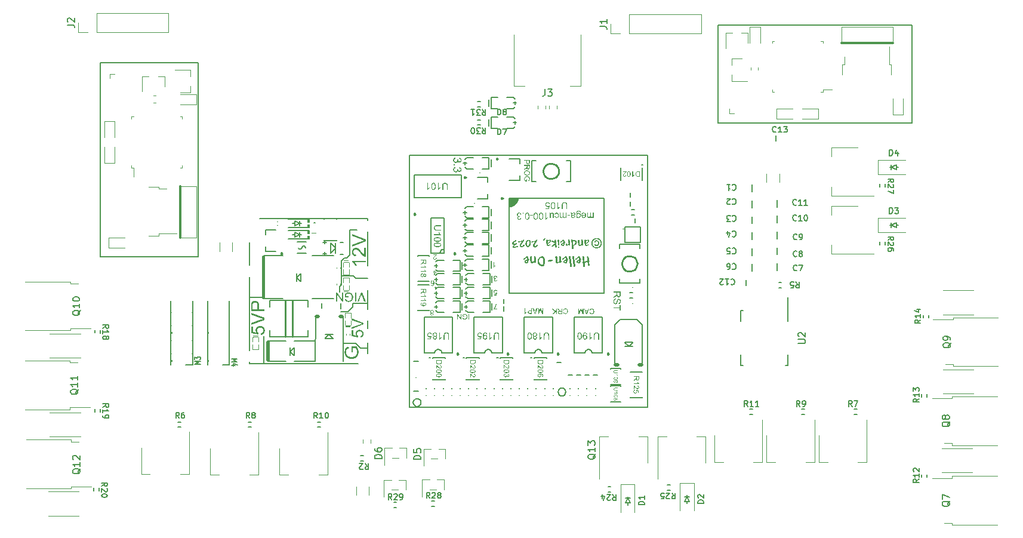
<source format=gto>
G75*
G70*
%OFA0B0*%
%FSLAX25Y25*%
%IPPOS*%
%LPD*%
%AMOC8*
5,1,8,0,0,1.08239X$1,22.5*
%
%ADD100C,0.01575*%
%ADD111C,0.01968*%
%ADD134C,0.01000*%
%ADD194C,0.00300*%
%ADD195C,0.00500*%
%ADD65C,0.00787*%
%ADD66C,0.00984*%
%ADD71C,0.00591*%
%ADD72C,0.00669*%
%ADD73C,0.00394*%
%ADD74C,0.00472*%
%ADD75C,0.00800*%
%ADD92C,0.01181*%
X0000000Y0000000D02*
%LPD*%
G01*
D71*
X0143330Y0176805D02*
X0146479Y0176805D01*
X0146479Y0176805D02*
X0144229Y0176018D01*
X0144229Y0176018D02*
X0146479Y0175230D01*
X0146479Y0175230D02*
X0143330Y0175230D01*
X0145429Y0173093D02*
X0143330Y0173093D01*
X0146629Y0173655D02*
X0144379Y0174218D01*
X0144379Y0174218D02*
X0144379Y0172755D01*
D72*
X0459038Y0234202D02*
X0458884Y0234048D01*
X0458884Y0234048D02*
X0458423Y0233894D01*
X0458423Y0233894D02*
X0458116Y0233894D01*
X0458116Y0233894D02*
X0457654Y0234048D01*
X0457654Y0234048D02*
X0457347Y0234356D01*
X0457347Y0234356D02*
X0457193Y0234663D01*
X0457193Y0234663D02*
X0457039Y0235278D01*
X0457039Y0235278D02*
X0457039Y0235739D01*
X0457039Y0235739D02*
X0457193Y0236354D01*
X0457193Y0236354D02*
X0457347Y0236662D01*
X0457347Y0236662D02*
X0457654Y0236969D01*
X0457654Y0236969D02*
X0458116Y0237123D01*
X0458116Y0237123D02*
X0458423Y0237123D01*
X0458423Y0237123D02*
X0458884Y0236969D01*
X0458884Y0236969D02*
X0459038Y0236815D01*
X0460883Y0235739D02*
X0460575Y0235893D01*
X0460575Y0235893D02*
X0460422Y0236047D01*
X0460422Y0236047D02*
X0460268Y0236354D01*
X0460268Y0236354D02*
X0460268Y0236508D01*
X0460268Y0236508D02*
X0460422Y0236815D01*
X0460422Y0236815D02*
X0460575Y0236969D01*
X0460575Y0236969D02*
X0460883Y0237123D01*
X0460883Y0237123D02*
X0461498Y0237123D01*
X0461498Y0237123D02*
X0461805Y0236969D01*
X0461805Y0236969D02*
X0461959Y0236815D01*
X0461959Y0236815D02*
X0462113Y0236508D01*
X0462113Y0236508D02*
X0462113Y0236354D01*
X0462113Y0236354D02*
X0461959Y0236047D01*
X0461959Y0236047D02*
X0461805Y0235893D01*
X0461805Y0235893D02*
X0461498Y0235739D01*
X0461498Y0235739D02*
X0460883Y0235739D01*
X0460883Y0235739D02*
X0460575Y0235585D01*
X0460575Y0235585D02*
X0460422Y0235432D01*
X0460422Y0235432D02*
X0460268Y0235124D01*
X0460268Y0235124D02*
X0460268Y0234509D01*
X0460268Y0234509D02*
X0460422Y0234202D01*
X0460422Y0234202D02*
X0460575Y0234048D01*
X0460575Y0234048D02*
X0460883Y0233894D01*
X0460883Y0233894D02*
X0461498Y0233894D01*
X0461498Y0233894D02*
X0461805Y0234048D01*
X0461805Y0234048D02*
X0461959Y0234202D01*
X0461959Y0234202D02*
X0462113Y0234509D01*
X0462113Y0234509D02*
X0462113Y0235124D01*
X0462113Y0235124D02*
X0461959Y0235432D01*
X0461959Y0235432D02*
X0461805Y0235585D01*
X0461805Y0235585D02*
X0461498Y0235739D01*
D71*
X0249035Y0120716D02*
X0245098Y0120716D01*
X0245098Y0120716D02*
X0245098Y0121654D01*
X0245098Y0121654D02*
X0245285Y0122216D01*
X0245285Y0122216D02*
X0245660Y0122591D01*
X0245660Y0122591D02*
X0246035Y0122778D01*
X0246035Y0122778D02*
X0246785Y0122966D01*
X0246785Y0122966D02*
X0247347Y0122966D01*
X0247347Y0122966D02*
X0248097Y0122778D01*
X0248097Y0122778D02*
X0248472Y0122591D01*
X0248472Y0122591D02*
X0248847Y0122216D01*
X0248847Y0122216D02*
X0249035Y0121654D01*
X0249035Y0121654D02*
X0249035Y0120716D01*
X0245098Y0126528D02*
X0245098Y0124653D01*
X0245098Y0124653D02*
X0246972Y0124466D01*
X0246972Y0124466D02*
X0246785Y0124653D01*
X0246785Y0124653D02*
X0246598Y0125028D01*
X0246598Y0125028D02*
X0246598Y0125966D01*
X0246598Y0125966D02*
X0246785Y0126340D01*
X0246785Y0126340D02*
X0246972Y0126528D01*
X0246972Y0126528D02*
X0247347Y0126715D01*
X0247347Y0126715D02*
X0248285Y0126715D01*
X0248285Y0126715D02*
X0248660Y0126528D01*
X0248660Y0126528D02*
X0248847Y0126340D01*
X0248847Y0126340D02*
X0249035Y0125966D01*
X0249035Y0125966D02*
X0249035Y0125028D01*
X0249035Y0125028D02*
X0248847Y0124653D01*
X0248847Y0124653D02*
X0248660Y0124466D01*
D72*
X0458442Y0219846D02*
X0459518Y0218308D01*
X0460287Y0219846D02*
X0460287Y0216617D01*
X0460287Y0216617D02*
X0459057Y0216617D01*
X0459057Y0216617D02*
X0458750Y0216771D01*
X0458750Y0216771D02*
X0458596Y0216925D01*
X0458596Y0216925D02*
X0458442Y0217232D01*
X0458442Y0217232D02*
X0458442Y0217693D01*
X0458442Y0217693D02*
X0458596Y0218001D01*
X0458596Y0218001D02*
X0458750Y0218155D01*
X0458750Y0218155D02*
X0459057Y0218308D01*
X0459057Y0218308D02*
X0460287Y0218308D01*
X0455521Y0216617D02*
X0457059Y0216617D01*
X0457059Y0216617D02*
X0457212Y0218155D01*
X0457212Y0218155D02*
X0457059Y0218001D01*
X0457059Y0218001D02*
X0456751Y0217847D01*
X0456751Y0217847D02*
X0455983Y0217847D01*
X0455983Y0217847D02*
X0455675Y0218001D01*
X0455675Y0218001D02*
X0455521Y0218155D01*
X0455521Y0218155D02*
X0455368Y0218462D01*
X0455368Y0218462D02*
X0455368Y0219231D01*
X0455368Y0219231D02*
X0455521Y0219538D01*
X0455521Y0219538D02*
X0455675Y0219692D01*
X0455675Y0219692D02*
X0455983Y0219846D01*
X0455983Y0219846D02*
X0456751Y0219846D01*
X0456751Y0219846D02*
X0457059Y0219692D01*
X0457059Y0219692D02*
X0457212Y0219538D01*
D71*
X0227184Y0121258D02*
X0223247Y0121258D01*
X0223247Y0121258D02*
X0223247Y0122195D01*
X0223247Y0122195D02*
X0223435Y0122757D01*
X0223435Y0122757D02*
X0223810Y0123132D01*
X0223810Y0123132D02*
X0224185Y0123320D01*
X0224185Y0123320D02*
X0224935Y0123507D01*
X0224935Y0123507D02*
X0225497Y0123507D01*
X0225497Y0123507D02*
X0226247Y0123320D01*
X0226247Y0123320D02*
X0226622Y0123132D01*
X0226622Y0123132D02*
X0226997Y0122757D01*
X0226997Y0122757D02*
X0227184Y0122195D01*
X0227184Y0122195D02*
X0227184Y0121258D01*
X0223247Y0126882D02*
X0223247Y0126132D01*
X0223247Y0126132D02*
X0223435Y0125757D01*
X0223435Y0125757D02*
X0223622Y0125569D01*
X0223622Y0125569D02*
X0224185Y0125195D01*
X0224185Y0125195D02*
X0224935Y0125007D01*
X0224935Y0125007D02*
X0226434Y0125007D01*
X0226434Y0125007D02*
X0226809Y0125195D01*
X0226809Y0125195D02*
X0226997Y0125382D01*
X0226997Y0125382D02*
X0227184Y0125757D01*
X0227184Y0125757D02*
X0227184Y0126507D01*
X0227184Y0126507D02*
X0226997Y0126882D01*
X0226997Y0126882D02*
X0226809Y0127069D01*
X0226809Y0127069D02*
X0226434Y0127257D01*
X0226434Y0127257D02*
X0225497Y0127257D01*
X0225497Y0127257D02*
X0225122Y0127069D01*
X0225122Y0127069D02*
X0224935Y0126882D01*
X0224935Y0126882D02*
X0224747Y0126507D01*
X0224747Y0126507D02*
X0224747Y0125757D01*
X0224747Y0125757D02*
X0224935Y0125382D01*
X0224935Y0125382D02*
X0225122Y0125195D01*
X0225122Y0125195D02*
X0225497Y0125007D01*
D72*
X0291972Y0302094D02*
X0291972Y0305244D01*
X0291972Y0305244D02*
X0292722Y0305244D01*
X0292722Y0305244D02*
X0293172Y0305094D01*
X0293172Y0305094D02*
X0293472Y0304794D01*
X0293472Y0304794D02*
X0293622Y0304494D01*
X0293622Y0304494D02*
X0293772Y0303894D01*
X0293772Y0303894D02*
X0293772Y0303444D01*
X0293772Y0303444D02*
X0293622Y0302844D01*
X0293622Y0302844D02*
X0293472Y0302544D01*
X0293472Y0302544D02*
X0293172Y0302244D01*
X0293172Y0302244D02*
X0292722Y0302094D01*
X0292722Y0302094D02*
X0291972Y0302094D01*
X0294822Y0305244D02*
X0296922Y0305244D01*
X0296922Y0305244D02*
X0295572Y0302094D01*
X0423009Y0273869D02*
X0423163Y0274023D01*
X0423163Y0274023D02*
X0423624Y0274176D01*
X0423624Y0274176D02*
X0423932Y0274176D01*
X0423932Y0274176D02*
X0424393Y0274023D01*
X0424393Y0274023D02*
X0424700Y0273715D01*
X0424700Y0273715D02*
X0424854Y0273408D01*
X0424854Y0273408D02*
X0425008Y0272793D01*
X0425008Y0272793D02*
X0425008Y0272332D01*
X0425008Y0272332D02*
X0424854Y0271717D01*
X0424854Y0271717D02*
X0424700Y0271409D01*
X0424700Y0271409D02*
X0424393Y0271102D01*
X0424393Y0271102D02*
X0423932Y0270948D01*
X0423932Y0270948D02*
X0423624Y0270948D01*
X0423624Y0270948D02*
X0423163Y0271102D01*
X0423163Y0271102D02*
X0423009Y0271256D01*
X0419935Y0274176D02*
X0421779Y0274176D01*
X0420857Y0274176D02*
X0420857Y0270948D01*
X0420857Y0270948D02*
X0421164Y0271409D01*
X0421164Y0271409D02*
X0421472Y0271717D01*
X0421472Y0271717D02*
X0421779Y0271870D01*
X0423009Y0238436D02*
X0423163Y0238590D01*
X0423163Y0238590D02*
X0423624Y0238743D01*
X0423624Y0238743D02*
X0423932Y0238743D01*
X0423932Y0238743D02*
X0424393Y0238590D01*
X0424393Y0238590D02*
X0424700Y0238282D01*
X0424700Y0238282D02*
X0424854Y0237975D01*
X0424854Y0237975D02*
X0425008Y0237360D01*
X0425008Y0237360D02*
X0425008Y0236899D01*
X0425008Y0236899D02*
X0424854Y0236284D01*
X0424854Y0236284D02*
X0424700Y0235976D01*
X0424700Y0235976D02*
X0424393Y0235669D01*
X0424393Y0235669D02*
X0423932Y0235515D01*
X0423932Y0235515D02*
X0423624Y0235515D01*
X0423624Y0235515D02*
X0423163Y0235669D01*
X0423163Y0235669D02*
X0423009Y0235822D01*
X0420088Y0235515D02*
X0421626Y0235515D01*
X0421626Y0235515D02*
X0421779Y0237052D01*
X0421779Y0237052D02*
X0421626Y0236899D01*
X0421626Y0236899D02*
X0421318Y0236745D01*
X0421318Y0236745D02*
X0420550Y0236745D01*
X0420550Y0236745D02*
X0420242Y0236899D01*
X0420242Y0236899D02*
X0420088Y0237052D01*
X0420088Y0237052D02*
X0419935Y0237360D01*
X0419935Y0237360D02*
X0419935Y0238128D01*
X0419935Y0238128D02*
X0420088Y0238436D01*
X0420088Y0238436D02*
X0420242Y0238590D01*
X0420242Y0238590D02*
X0420550Y0238743D01*
X0420550Y0238743D02*
X0421318Y0238743D01*
X0421318Y0238743D02*
X0421626Y0238590D01*
X0421626Y0238590D02*
X0421779Y0238436D01*
X0071508Y0149842D02*
X0073045Y0150918D01*
X0071508Y0151687D02*
X0074736Y0151687D01*
X0074736Y0151687D02*
X0074736Y0150457D01*
X0074736Y0150457D02*
X0074583Y0150150D01*
X0074583Y0150150D02*
X0074429Y0149996D01*
X0074429Y0149996D02*
X0074121Y0149842D01*
X0074121Y0149842D02*
X0073660Y0149842D01*
X0073660Y0149842D02*
X0073353Y0149996D01*
X0073353Y0149996D02*
X0073199Y0150150D01*
X0073199Y0150150D02*
X0073045Y0150457D01*
X0073045Y0150457D02*
X0073045Y0151687D01*
X0071508Y0146768D02*
X0071508Y0148612D01*
X0071508Y0147690D02*
X0074736Y0147690D01*
X0074736Y0147690D02*
X0074275Y0147997D01*
X0074275Y0147997D02*
X0073968Y0148305D01*
X0073968Y0148305D02*
X0073814Y0148612D01*
X0071508Y0145230D02*
X0071508Y0144615D01*
X0071508Y0144615D02*
X0071662Y0144308D01*
X0071662Y0144308D02*
X0071815Y0144154D01*
X0071815Y0144154D02*
X0072277Y0143847D01*
X0072277Y0143847D02*
X0072892Y0143693D01*
X0072892Y0143693D02*
X0074121Y0143693D01*
X0074121Y0143693D02*
X0074429Y0143847D01*
X0074429Y0143847D02*
X0074583Y0144000D01*
X0074583Y0144000D02*
X0074736Y0144308D01*
X0074736Y0144308D02*
X0074736Y0144923D01*
X0074736Y0144923D02*
X0074583Y0145230D01*
X0074583Y0145230D02*
X0074429Y0145384D01*
X0074429Y0145384D02*
X0074121Y0145538D01*
X0074121Y0145538D02*
X0073353Y0145538D01*
X0073353Y0145538D02*
X0073045Y0145384D01*
X0073045Y0145384D02*
X0072892Y0145230D01*
X0072892Y0145230D02*
X0072738Y0144923D01*
X0072738Y0144923D02*
X0072738Y0144308D01*
X0072738Y0144308D02*
X0072892Y0144000D01*
X0072892Y0144000D02*
X0073045Y0143847D01*
X0073045Y0143847D02*
X0073353Y0143693D01*
X0153447Y0143737D02*
X0152371Y0145274D01*
X0151603Y0143737D02*
X0151603Y0146965D01*
X0151603Y0146965D02*
X0152833Y0146965D01*
X0152833Y0146965D02*
X0153140Y0146812D01*
X0153140Y0146812D02*
X0153294Y0146658D01*
X0153294Y0146658D02*
X0153447Y0146350D01*
X0153447Y0146350D02*
X0153447Y0145889D01*
X0153447Y0145889D02*
X0153294Y0145582D01*
X0153294Y0145582D02*
X0153140Y0145428D01*
X0153140Y0145428D02*
X0152833Y0145274D01*
X0152833Y0145274D02*
X0151603Y0145274D01*
X0155292Y0145582D02*
X0154985Y0145735D01*
X0154985Y0145735D02*
X0154831Y0145889D01*
X0154831Y0145889D02*
X0154677Y0146197D01*
X0154677Y0146197D02*
X0154677Y0146350D01*
X0154677Y0146350D02*
X0154831Y0146658D01*
X0154831Y0146658D02*
X0154985Y0146812D01*
X0154985Y0146812D02*
X0155292Y0146965D01*
X0155292Y0146965D02*
X0155907Y0146965D01*
X0155907Y0146965D02*
X0156215Y0146812D01*
X0156215Y0146812D02*
X0156368Y0146658D01*
X0156368Y0146658D02*
X0156522Y0146350D01*
X0156522Y0146350D02*
X0156522Y0146197D01*
X0156522Y0146197D02*
X0156368Y0145889D01*
X0156368Y0145889D02*
X0156215Y0145735D01*
X0156215Y0145735D02*
X0155907Y0145582D01*
X0155907Y0145582D02*
X0155292Y0145582D01*
X0155292Y0145582D02*
X0154985Y0145428D01*
X0154985Y0145428D02*
X0154831Y0145274D01*
X0154831Y0145274D02*
X0154677Y0144967D01*
X0154677Y0144967D02*
X0154677Y0144352D01*
X0154677Y0144352D02*
X0154831Y0144044D01*
X0154831Y0144044D02*
X0154985Y0143891D01*
X0154985Y0143891D02*
X0155292Y0143737D01*
X0155292Y0143737D02*
X0155907Y0143737D01*
X0155907Y0143737D02*
X0156215Y0143891D01*
X0156215Y0143891D02*
X0156368Y0144044D01*
X0156368Y0144044D02*
X0156522Y0144352D01*
X0156522Y0144352D02*
X0156522Y0144967D01*
X0156522Y0144967D02*
X0156368Y0145274D01*
X0156368Y0145274D02*
X0156215Y0145428D01*
X0156215Y0145428D02*
X0155907Y0145582D01*
X0458841Y0262942D02*
X0458687Y0262788D01*
X0458687Y0262788D02*
X0458226Y0262635D01*
X0458226Y0262635D02*
X0457919Y0262635D01*
X0457919Y0262635D02*
X0457458Y0262788D01*
X0457458Y0262788D02*
X0457150Y0263096D01*
X0457150Y0263096D02*
X0456996Y0263403D01*
X0456996Y0263403D02*
X0456843Y0264018D01*
X0456843Y0264018D02*
X0456843Y0264479D01*
X0456843Y0264479D02*
X0456996Y0265094D01*
X0456996Y0265094D02*
X0457150Y0265402D01*
X0457150Y0265402D02*
X0457458Y0265709D01*
X0457458Y0265709D02*
X0457919Y0265863D01*
X0457919Y0265863D02*
X0458226Y0265863D01*
X0458226Y0265863D02*
X0458687Y0265709D01*
X0458687Y0265709D02*
X0458841Y0265556D01*
X0461916Y0262635D02*
X0460071Y0262635D01*
X0460993Y0262635D02*
X0460993Y0265863D01*
X0460993Y0265863D02*
X0460686Y0265402D01*
X0460686Y0265402D02*
X0460378Y0265094D01*
X0460378Y0265094D02*
X0460071Y0264941D01*
X0464990Y0262635D02*
X0463146Y0262635D01*
X0464068Y0262635D02*
X0464068Y0265863D01*
X0464068Y0265863D02*
X0463761Y0265402D01*
X0463761Y0265402D02*
X0463453Y0265094D01*
X0463453Y0265094D02*
X0463146Y0264941D01*
X0423009Y0256546D02*
X0423163Y0256700D01*
X0423163Y0256700D02*
X0423624Y0256854D01*
X0423624Y0256854D02*
X0423932Y0256854D01*
X0423932Y0256854D02*
X0424393Y0256700D01*
X0424393Y0256700D02*
X0424700Y0256392D01*
X0424700Y0256392D02*
X0424854Y0256085D01*
X0424854Y0256085D02*
X0425008Y0255470D01*
X0425008Y0255470D02*
X0425008Y0255009D01*
X0425008Y0255009D02*
X0424854Y0254394D01*
X0424854Y0254394D02*
X0424700Y0254086D01*
X0424700Y0254086D02*
X0424393Y0253779D01*
X0424393Y0253779D02*
X0423932Y0253625D01*
X0423932Y0253625D02*
X0423624Y0253625D01*
X0423624Y0253625D02*
X0423163Y0253779D01*
X0423163Y0253779D02*
X0423009Y0253933D01*
X0421933Y0253625D02*
X0419935Y0253625D01*
X0419935Y0253625D02*
X0421011Y0254855D01*
X0421011Y0254855D02*
X0420550Y0254855D01*
X0420550Y0254855D02*
X0420242Y0255009D01*
X0420242Y0255009D02*
X0420088Y0255163D01*
X0420088Y0255163D02*
X0419935Y0255470D01*
X0419935Y0255470D02*
X0419935Y0256239D01*
X0419935Y0256239D02*
X0420088Y0256546D01*
X0420088Y0256546D02*
X0420242Y0256700D01*
X0420242Y0256700D02*
X0420550Y0256854D01*
X0420550Y0256854D02*
X0421472Y0256854D01*
X0421472Y0256854D02*
X0421779Y0256700D01*
X0421779Y0256700D02*
X0421933Y0256546D01*
X0423009Y0265995D02*
X0423163Y0266149D01*
X0423163Y0266149D02*
X0423624Y0266302D01*
X0423624Y0266302D02*
X0423932Y0266302D01*
X0423932Y0266302D02*
X0424393Y0266149D01*
X0424393Y0266149D02*
X0424700Y0265841D01*
X0424700Y0265841D02*
X0424854Y0265534D01*
X0424854Y0265534D02*
X0425008Y0264919D01*
X0425008Y0264919D02*
X0425008Y0264458D01*
X0425008Y0264458D02*
X0424854Y0263843D01*
X0424854Y0263843D02*
X0424700Y0263535D01*
X0424700Y0263535D02*
X0424393Y0263228D01*
X0424393Y0263228D02*
X0423932Y0263074D01*
X0423932Y0263074D02*
X0423624Y0263074D01*
X0423624Y0263074D02*
X0423163Y0263228D01*
X0423163Y0263228D02*
X0423009Y0263382D01*
X0421779Y0263382D02*
X0421626Y0263228D01*
X0421626Y0263228D02*
X0421318Y0263074D01*
X0421318Y0263074D02*
X0420550Y0263074D01*
X0420550Y0263074D02*
X0420242Y0263228D01*
X0420242Y0263228D02*
X0420088Y0263382D01*
X0420088Y0263382D02*
X0419935Y0263689D01*
X0419935Y0263689D02*
X0419935Y0263996D01*
X0419935Y0263996D02*
X0420088Y0264458D01*
X0420088Y0264458D02*
X0421933Y0266302D01*
X0421933Y0266302D02*
X0419935Y0266302D01*
X0527311Y0109685D02*
X0525774Y0108609D01*
X0527311Y0107841D02*
X0524083Y0107841D01*
X0524083Y0107841D02*
X0524083Y0109070D01*
X0524083Y0109070D02*
X0524236Y0109378D01*
X0524236Y0109378D02*
X0524390Y0109532D01*
X0524390Y0109532D02*
X0524698Y0109685D01*
X0524698Y0109685D02*
X0525159Y0109685D01*
X0525159Y0109685D02*
X0525466Y0109532D01*
X0525466Y0109532D02*
X0525620Y0109378D01*
X0525620Y0109378D02*
X0525774Y0109070D01*
X0525774Y0109070D02*
X0525774Y0107841D01*
X0527311Y0112760D02*
X0527311Y0110915D01*
X0527311Y0111838D02*
X0524083Y0111838D01*
X0524083Y0111838D02*
X0524544Y0111530D01*
X0524544Y0111530D02*
X0524851Y0111223D01*
X0524851Y0111223D02*
X0525005Y0110915D01*
X0524390Y0113990D02*
X0524236Y0114144D01*
X0524236Y0114144D02*
X0524083Y0114451D01*
X0524083Y0114451D02*
X0524083Y0115220D01*
X0524083Y0115220D02*
X0524236Y0115527D01*
X0524236Y0115527D02*
X0524390Y0115681D01*
X0524390Y0115681D02*
X0524698Y0115835D01*
X0524698Y0115835D02*
X0525005Y0115835D01*
X0525005Y0115835D02*
X0525466Y0115681D01*
X0525466Y0115681D02*
X0527311Y0113836D01*
X0527311Y0113836D02*
X0527311Y0115835D01*
D71*
X0545079Y0185924D02*
X0544891Y0185549D01*
X0544891Y0185549D02*
X0544517Y0185174D01*
X0544517Y0185174D02*
X0543954Y0184612D01*
X0543954Y0184612D02*
X0543767Y0184237D01*
X0543767Y0184237D02*
X0543767Y0183862D01*
X0544704Y0184049D02*
X0544517Y0183675D01*
X0544517Y0183675D02*
X0544142Y0183300D01*
X0544142Y0183300D02*
X0543392Y0183112D01*
X0543392Y0183112D02*
X0542079Y0183112D01*
X0542079Y0183112D02*
X0541329Y0183300D01*
X0541329Y0183300D02*
X0540954Y0183675D01*
X0540954Y0183675D02*
X0540767Y0184049D01*
X0540767Y0184049D02*
X0540767Y0184799D01*
X0540767Y0184799D02*
X0540954Y0185174D01*
X0540954Y0185174D02*
X0541329Y0185549D01*
X0541329Y0185549D02*
X0542079Y0185737D01*
X0542079Y0185737D02*
X0543392Y0185737D01*
X0543392Y0185737D02*
X0544142Y0185549D01*
X0544142Y0185549D02*
X0544517Y0185174D01*
X0544517Y0185174D02*
X0544704Y0184799D01*
X0544704Y0184799D02*
X0544704Y0184049D01*
X0544704Y0187612D02*
X0544704Y0188361D01*
X0544704Y0188361D02*
X0544517Y0188736D01*
X0544517Y0188736D02*
X0544329Y0188924D01*
X0544329Y0188924D02*
X0543767Y0189299D01*
X0543767Y0189299D02*
X0543017Y0189486D01*
X0543017Y0189486D02*
X0541517Y0189486D01*
X0541517Y0189486D02*
X0541142Y0189299D01*
X0541142Y0189299D02*
X0540954Y0189111D01*
X0540954Y0189111D02*
X0540767Y0188736D01*
X0540767Y0188736D02*
X0540767Y0187987D01*
X0540767Y0187987D02*
X0540954Y0187612D01*
X0540954Y0187612D02*
X0541142Y0187424D01*
X0541142Y0187424D02*
X0541517Y0187237D01*
X0541517Y0187237D02*
X0542454Y0187237D01*
X0542454Y0187237D02*
X0542829Y0187424D01*
X0542829Y0187424D02*
X0543017Y0187612D01*
X0543017Y0187612D02*
X0543204Y0187987D01*
X0543204Y0187987D02*
X0543204Y0188736D01*
X0543204Y0188736D02*
X0543017Y0189111D01*
X0543017Y0189111D02*
X0542829Y0189299D01*
X0542829Y0189299D02*
X0542454Y0189486D01*
X0318373Y0327501D02*
X0318373Y0324689D01*
X0318373Y0324689D02*
X0318185Y0324126D01*
X0318185Y0324126D02*
X0317810Y0323751D01*
X0317810Y0323751D02*
X0317248Y0323564D01*
X0317248Y0323564D02*
X0316873Y0323564D01*
X0319873Y0327501D02*
X0322310Y0327501D01*
X0322310Y0327501D02*
X0320997Y0326001D01*
X0320997Y0326001D02*
X0321560Y0326001D01*
X0321560Y0326001D02*
X0321935Y0325813D01*
X0321935Y0325813D02*
X0322122Y0325626D01*
X0322122Y0325626D02*
X0322310Y0325251D01*
X0322310Y0325251D02*
X0322310Y0324314D01*
X0322310Y0324314D02*
X0322122Y0323939D01*
X0322122Y0323939D02*
X0321935Y0323751D01*
X0321935Y0323751D02*
X0321560Y0323564D01*
X0321560Y0323564D02*
X0320435Y0323564D01*
X0320435Y0323564D02*
X0320060Y0323751D01*
X0320060Y0323751D02*
X0319873Y0323939D01*
D72*
X0509894Y0243149D02*
X0511431Y0244225D01*
X0509894Y0244994D02*
X0513122Y0244994D01*
X0513122Y0244994D02*
X0513122Y0243764D01*
X0513122Y0243764D02*
X0512968Y0243457D01*
X0512968Y0243457D02*
X0512815Y0243303D01*
X0512815Y0243303D02*
X0512507Y0243149D01*
X0512507Y0243149D02*
X0512046Y0243149D01*
X0512046Y0243149D02*
X0511739Y0243303D01*
X0511739Y0243303D02*
X0511585Y0243457D01*
X0511585Y0243457D02*
X0511431Y0243764D01*
X0511431Y0243764D02*
X0511431Y0244994D01*
X0512815Y0241919D02*
X0512968Y0241766D01*
X0512968Y0241766D02*
X0513122Y0241458D01*
X0513122Y0241458D02*
X0513122Y0240690D01*
X0513122Y0240690D02*
X0512968Y0240382D01*
X0512968Y0240382D02*
X0512815Y0240228D01*
X0512815Y0240228D02*
X0512507Y0240075D01*
X0512507Y0240075D02*
X0512200Y0240075D01*
X0512200Y0240075D02*
X0511739Y0240228D01*
X0511739Y0240228D02*
X0509894Y0242073D01*
X0509894Y0242073D02*
X0509894Y0240075D01*
X0513122Y0237307D02*
X0513122Y0237922D01*
X0513122Y0237922D02*
X0512968Y0238230D01*
X0512968Y0238230D02*
X0512815Y0238384D01*
X0512815Y0238384D02*
X0512353Y0238691D01*
X0512353Y0238691D02*
X0511739Y0238845D01*
X0511739Y0238845D02*
X0510509Y0238845D01*
X0510509Y0238845D02*
X0510201Y0238691D01*
X0510201Y0238691D02*
X0510047Y0238537D01*
X0510047Y0238537D02*
X0509894Y0238230D01*
X0509894Y0238230D02*
X0509894Y0237615D01*
X0509894Y0237615D02*
X0510047Y0237307D01*
X0510047Y0237307D02*
X0510201Y0237154D01*
X0510201Y0237154D02*
X0510509Y0237000D01*
X0510509Y0237000D02*
X0511277Y0237000D01*
X0511277Y0237000D02*
X0511585Y0237154D01*
X0511585Y0237154D02*
X0511739Y0237307D01*
X0511739Y0237307D02*
X0511892Y0237615D01*
X0511892Y0237615D02*
X0511892Y0238230D01*
X0511892Y0238230D02*
X0511739Y0238537D01*
X0511739Y0238537D02*
X0511585Y0238691D01*
X0511585Y0238691D02*
X0511277Y0238845D01*
X0527311Y0154567D02*
X0525774Y0153491D01*
X0527311Y0152723D02*
X0524083Y0152723D01*
X0524083Y0152723D02*
X0524083Y0153952D01*
X0524083Y0153952D02*
X0524236Y0154260D01*
X0524236Y0154260D02*
X0524390Y0154414D01*
X0524390Y0154414D02*
X0524698Y0154567D01*
X0524698Y0154567D02*
X0525159Y0154567D01*
X0525159Y0154567D02*
X0525466Y0154414D01*
X0525466Y0154414D02*
X0525620Y0154260D01*
X0525620Y0154260D02*
X0525774Y0153952D01*
X0525774Y0153952D02*
X0525774Y0152723D01*
X0527311Y0157642D02*
X0527311Y0155797D01*
X0527311Y0156720D02*
X0524083Y0156720D01*
X0524083Y0156720D02*
X0524544Y0156412D01*
X0524544Y0156412D02*
X0524851Y0156105D01*
X0524851Y0156105D02*
X0525005Y0155797D01*
X0524083Y0158718D02*
X0524083Y0160717D01*
X0524083Y0160717D02*
X0525312Y0159640D01*
X0525312Y0159640D02*
X0525312Y0160102D01*
X0525312Y0160102D02*
X0525466Y0160409D01*
X0525466Y0160409D02*
X0525620Y0160563D01*
X0525620Y0160563D02*
X0525927Y0160717D01*
X0525927Y0160717D02*
X0526696Y0160717D01*
X0526696Y0160717D02*
X0527004Y0160563D01*
X0527004Y0160563D02*
X0527157Y0160409D01*
X0527157Y0160409D02*
X0527311Y0160102D01*
X0527311Y0160102D02*
X0527311Y0159179D01*
X0527311Y0159179D02*
X0527157Y0158872D01*
X0527157Y0158872D02*
X0527004Y0158718D01*
X0510806Y0290274D02*
X0510806Y0293502D01*
X0510806Y0293502D02*
X0511575Y0293502D01*
X0511575Y0293502D02*
X0512036Y0293348D01*
X0512036Y0293348D02*
X0512343Y0293041D01*
X0512343Y0293041D02*
X0512497Y0292733D01*
X0512497Y0292733D02*
X0512651Y0292118D01*
X0512651Y0292118D02*
X0512651Y0291657D01*
X0512651Y0291657D02*
X0512497Y0291042D01*
X0512497Y0291042D02*
X0512343Y0290735D01*
X0512343Y0290735D02*
X0512036Y0290427D01*
X0512036Y0290427D02*
X0511575Y0290274D01*
X0511575Y0290274D02*
X0510806Y0290274D01*
X0515418Y0292426D02*
X0515418Y0290274D01*
X0514649Y0293656D02*
X0513881Y0291350D01*
X0513881Y0291350D02*
X0515879Y0291350D01*
D71*
X0544587Y0097440D02*
X0544399Y0097065D01*
X0544399Y0097065D02*
X0544024Y0096690D01*
X0544024Y0096690D02*
X0543462Y0096128D01*
X0543462Y0096128D02*
X0543274Y0095753D01*
X0543274Y0095753D02*
X0543274Y0095378D01*
X0544212Y0095565D02*
X0544024Y0095190D01*
X0544024Y0095190D02*
X0543649Y0094815D01*
X0543649Y0094815D02*
X0542900Y0094628D01*
X0542900Y0094628D02*
X0541587Y0094628D01*
X0541587Y0094628D02*
X0540837Y0094815D01*
X0540837Y0094815D02*
X0540462Y0095190D01*
X0540462Y0095190D02*
X0540275Y0095565D01*
X0540275Y0095565D02*
X0540275Y0096315D01*
X0540275Y0096315D02*
X0540462Y0096690D01*
X0540462Y0096690D02*
X0540837Y0097065D01*
X0540837Y0097065D02*
X0541587Y0097253D01*
X0541587Y0097253D02*
X0542900Y0097253D01*
X0542900Y0097253D02*
X0543649Y0097065D01*
X0543649Y0097065D02*
X0544024Y0096690D01*
X0544024Y0096690D02*
X0544212Y0096315D01*
X0544212Y0096315D02*
X0544212Y0095565D01*
X0540275Y0098565D02*
X0540275Y0101190D01*
X0540275Y0101190D02*
X0544212Y0099502D01*
D72*
X0389212Y0101917D02*
X0390288Y0100380D01*
X0391057Y0101917D02*
X0391057Y0098689D01*
X0391057Y0098689D02*
X0389827Y0098689D01*
X0389827Y0098689D02*
X0389520Y0098843D01*
X0389520Y0098843D02*
X0389366Y0098996D01*
X0389366Y0098996D02*
X0389212Y0099304D01*
X0389212Y0099304D02*
X0389212Y0099765D01*
X0389212Y0099765D02*
X0389366Y0100072D01*
X0389366Y0100072D02*
X0389520Y0100226D01*
X0389520Y0100226D02*
X0389827Y0100380D01*
X0389827Y0100380D02*
X0391057Y0100380D01*
X0387982Y0098996D02*
X0387829Y0098843D01*
X0387829Y0098843D02*
X0387521Y0098689D01*
X0387521Y0098689D02*
X0386753Y0098689D01*
X0386753Y0098689D02*
X0386445Y0098843D01*
X0386445Y0098843D02*
X0386291Y0098996D01*
X0386291Y0098996D02*
X0386138Y0099304D01*
X0386138Y0099304D02*
X0386138Y0099611D01*
X0386138Y0099611D02*
X0386291Y0100072D01*
X0386291Y0100072D02*
X0388136Y0101917D01*
X0388136Y0101917D02*
X0386138Y0101917D01*
X0383217Y0098689D02*
X0384754Y0098689D01*
X0384754Y0098689D02*
X0384908Y0100226D01*
X0384908Y0100226D02*
X0384754Y0100072D01*
X0384754Y0100072D02*
X0384447Y0099919D01*
X0384447Y0099919D02*
X0383678Y0099919D01*
X0383678Y0099919D02*
X0383370Y0100072D01*
X0383370Y0100072D02*
X0383217Y0100226D01*
X0383217Y0100226D02*
X0383063Y0100534D01*
X0383063Y0100534D02*
X0383063Y0101302D01*
X0383063Y0101302D02*
X0383217Y0101610D01*
X0383217Y0101610D02*
X0383370Y0101764D01*
X0383370Y0101764D02*
X0383678Y0101917D01*
X0383678Y0101917D02*
X0384447Y0101917D01*
X0384447Y0101917D02*
X0384754Y0101764D01*
X0384754Y0101764D02*
X0384908Y0101610D01*
X0283307Y0305854D02*
X0284383Y0304317D01*
X0285151Y0305854D02*
X0285151Y0302626D01*
X0285151Y0302626D02*
X0283922Y0302626D01*
X0283922Y0302626D02*
X0283614Y0302780D01*
X0283614Y0302780D02*
X0283460Y0302933D01*
X0283460Y0302933D02*
X0283307Y0303241D01*
X0283307Y0303241D02*
X0283307Y0303702D01*
X0283307Y0303702D02*
X0283460Y0304010D01*
X0283460Y0304010D02*
X0283614Y0304163D01*
X0283614Y0304163D02*
X0283922Y0304317D01*
X0283922Y0304317D02*
X0285151Y0304317D01*
X0282231Y0302626D02*
X0280232Y0302626D01*
X0280232Y0302626D02*
X0281308Y0303856D01*
X0281308Y0303856D02*
X0280847Y0303856D01*
X0280847Y0303856D02*
X0280540Y0304010D01*
X0280540Y0304010D02*
X0280386Y0304163D01*
X0280386Y0304163D02*
X0280232Y0304471D01*
X0280232Y0304471D02*
X0280232Y0305239D01*
X0280232Y0305239D02*
X0280386Y0305547D01*
X0280386Y0305547D02*
X0280540Y0305701D01*
X0280540Y0305701D02*
X0280847Y0305854D01*
X0280847Y0305854D02*
X0281769Y0305854D01*
X0281769Y0305854D02*
X0282077Y0305701D01*
X0282077Y0305701D02*
X0282231Y0305547D01*
X0278234Y0302626D02*
X0277926Y0302626D01*
X0277926Y0302626D02*
X0277619Y0302780D01*
X0277619Y0302780D02*
X0277465Y0302933D01*
X0277465Y0302933D02*
X0277311Y0303241D01*
X0277311Y0303241D02*
X0277157Y0303856D01*
X0277157Y0303856D02*
X0277157Y0304624D01*
X0277157Y0304624D02*
X0277311Y0305239D01*
X0277311Y0305239D02*
X0277465Y0305547D01*
X0277465Y0305547D02*
X0277619Y0305701D01*
X0277619Y0305701D02*
X0277926Y0305854D01*
X0277926Y0305854D02*
X0278234Y0305854D01*
X0278234Y0305854D02*
X0278541Y0305701D01*
X0278541Y0305701D02*
X0278695Y0305547D01*
X0278695Y0305547D02*
X0278849Y0305239D01*
X0278849Y0305239D02*
X0279002Y0304624D01*
X0279002Y0304624D02*
X0279002Y0303856D01*
X0279002Y0303856D02*
X0278849Y0303241D01*
X0278849Y0303241D02*
X0278695Y0302933D01*
X0278695Y0302933D02*
X0278541Y0302780D01*
X0278541Y0302780D02*
X0278234Y0302626D01*
D71*
X0459822Y0185485D02*
X0463009Y0185485D01*
X0463009Y0185485D02*
X0463384Y0185672D01*
X0463384Y0185672D02*
X0463572Y0185860D01*
X0463572Y0185860D02*
X0463759Y0186235D01*
X0463759Y0186235D02*
X0463759Y0186984D01*
X0463759Y0186984D02*
X0463572Y0187359D01*
X0463572Y0187359D02*
X0463384Y0187547D01*
X0463384Y0187547D02*
X0463009Y0187734D01*
X0463009Y0187734D02*
X0459822Y0187734D01*
X0460197Y0189422D02*
X0460010Y0189609D01*
X0460010Y0189609D02*
X0459822Y0189984D01*
X0459822Y0189984D02*
X0459822Y0190921D01*
X0459822Y0190921D02*
X0460010Y0191296D01*
X0460010Y0191296D02*
X0460197Y0191484D01*
X0460197Y0191484D02*
X0460572Y0191671D01*
X0460572Y0191671D02*
X0460947Y0191671D01*
X0460947Y0191671D02*
X0461509Y0191484D01*
X0461509Y0191484D02*
X0463759Y0189234D01*
X0463759Y0189234D02*
X0463759Y0191671D01*
D72*
X0114077Y0143737D02*
X0113001Y0145274D01*
X0112233Y0143737D02*
X0112233Y0146965D01*
X0112233Y0146965D02*
X0113462Y0146965D01*
X0113462Y0146965D02*
X0113770Y0146812D01*
X0113770Y0146812D02*
X0113924Y0146658D01*
X0113924Y0146658D02*
X0114077Y0146350D01*
X0114077Y0146350D02*
X0114077Y0145889D01*
X0114077Y0145889D02*
X0113924Y0145582D01*
X0113924Y0145582D02*
X0113770Y0145428D01*
X0113770Y0145428D02*
X0113462Y0145274D01*
X0113462Y0145274D02*
X0112233Y0145274D01*
X0116845Y0146965D02*
X0116230Y0146965D01*
X0116230Y0146965D02*
X0115922Y0146812D01*
X0115922Y0146812D02*
X0115768Y0146658D01*
X0115768Y0146658D02*
X0115461Y0146197D01*
X0115461Y0146197D02*
X0115307Y0145582D01*
X0115307Y0145582D02*
X0115307Y0144352D01*
X0115307Y0144352D02*
X0115461Y0144044D01*
X0115461Y0144044D02*
X0115615Y0143891D01*
X0115615Y0143891D02*
X0115922Y0143737D01*
X0115922Y0143737D02*
X0116537Y0143737D01*
X0116537Y0143737D02*
X0116845Y0143891D01*
X0116845Y0143891D02*
X0116998Y0144044D01*
X0116998Y0144044D02*
X0117152Y0144352D01*
X0117152Y0144352D02*
X0117152Y0145121D01*
X0117152Y0145121D02*
X0116998Y0145428D01*
X0116998Y0145428D02*
X0116845Y0145582D01*
X0116845Y0145582D02*
X0116537Y0145735D01*
X0116537Y0145735D02*
X0115922Y0145735D01*
X0115922Y0145735D02*
X0115615Y0145582D01*
X0115615Y0145582D02*
X0115461Y0145428D01*
X0115461Y0145428D02*
X0115307Y0145121D01*
D71*
X0057776Y0159955D02*
X0057588Y0159580D01*
X0057588Y0159580D02*
X0057213Y0159205D01*
X0057213Y0159205D02*
X0056651Y0158643D01*
X0056651Y0158643D02*
X0056463Y0158268D01*
X0056463Y0158268D02*
X0056463Y0157893D01*
X0057401Y0158080D02*
X0057213Y0157705D01*
X0057213Y0157705D02*
X0056838Y0157330D01*
X0056838Y0157330D02*
X0056089Y0157143D01*
X0056089Y0157143D02*
X0054776Y0157143D01*
X0054776Y0157143D02*
X0054026Y0157330D01*
X0054026Y0157330D02*
X0053651Y0157705D01*
X0053651Y0157705D02*
X0053464Y0158080D01*
X0053464Y0158080D02*
X0053464Y0158830D01*
X0053464Y0158830D02*
X0053651Y0159205D01*
X0053651Y0159205D02*
X0054026Y0159580D01*
X0054026Y0159580D02*
X0054776Y0159768D01*
X0054776Y0159768D02*
X0056089Y0159768D01*
X0056089Y0159768D02*
X0056838Y0159580D01*
X0056838Y0159580D02*
X0057213Y0159205D01*
X0057213Y0159205D02*
X0057401Y0158830D01*
X0057401Y0158830D02*
X0057401Y0158080D01*
X0057401Y0163517D02*
X0057401Y0161267D01*
X0057401Y0162392D02*
X0053464Y0162392D01*
X0053464Y0162392D02*
X0054026Y0162017D01*
X0054026Y0162017D02*
X0054401Y0161642D01*
X0054401Y0161642D02*
X0054589Y0161267D01*
X0057401Y0167267D02*
X0057401Y0165017D01*
X0057401Y0166142D02*
X0053464Y0166142D01*
X0053464Y0166142D02*
X0054026Y0165767D01*
X0054026Y0165767D02*
X0054401Y0165392D01*
X0054401Y0165392D02*
X0054589Y0165017D01*
X0051594Y0363255D02*
X0054406Y0363255D01*
X0054406Y0363255D02*
X0054968Y0363067D01*
X0054968Y0363067D02*
X0055343Y0362692D01*
X0055343Y0362692D02*
X0055531Y0362130D01*
X0055531Y0362130D02*
X0055531Y0361755D01*
X0051969Y0364942D02*
X0051781Y0365129D01*
X0051781Y0365129D02*
X0051594Y0365504D01*
X0051594Y0365504D02*
X0051594Y0366442D01*
X0051594Y0366442D02*
X0051781Y0366817D01*
X0051781Y0366817D02*
X0051969Y0367004D01*
X0051969Y0367004D02*
X0052344Y0367192D01*
X0052344Y0367192D02*
X0052719Y0367192D01*
X0052719Y0367192D02*
X0053281Y0367004D01*
X0053281Y0367004D02*
X0055531Y0364754D01*
X0055531Y0364754D02*
X0055531Y0367192D01*
D72*
X0356141Y0101130D02*
X0357217Y0099593D01*
X0357986Y0101130D02*
X0357986Y0097902D01*
X0357986Y0097902D02*
X0356756Y0097902D01*
X0356756Y0097902D02*
X0356449Y0098055D01*
X0356449Y0098055D02*
X0356295Y0098209D01*
X0356295Y0098209D02*
X0356141Y0098516D01*
X0356141Y0098516D02*
X0356141Y0098978D01*
X0356141Y0098978D02*
X0356295Y0099285D01*
X0356295Y0099285D02*
X0356449Y0099439D01*
X0356449Y0099439D02*
X0356756Y0099593D01*
X0356756Y0099593D02*
X0357986Y0099593D01*
X0354912Y0098209D02*
X0354758Y0098055D01*
X0354758Y0098055D02*
X0354450Y0097902D01*
X0354450Y0097902D02*
X0353682Y0097902D01*
X0353682Y0097902D02*
X0353374Y0098055D01*
X0353374Y0098055D02*
X0353220Y0098209D01*
X0353220Y0098209D02*
X0353067Y0098516D01*
X0353067Y0098516D02*
X0353067Y0098824D01*
X0353067Y0098824D02*
X0353220Y0099285D01*
X0353220Y0099285D02*
X0355065Y0101130D01*
X0355065Y0101130D02*
X0353067Y0101130D01*
X0350300Y0098978D02*
X0350300Y0101130D01*
X0351068Y0097748D02*
X0351837Y0100054D01*
X0351837Y0100054D02*
X0349838Y0100054D01*
X0458841Y0254281D02*
X0458687Y0254127D01*
X0458687Y0254127D02*
X0458226Y0253973D01*
X0458226Y0253973D02*
X0457919Y0253973D01*
X0457919Y0253973D02*
X0457458Y0254127D01*
X0457458Y0254127D02*
X0457150Y0254434D01*
X0457150Y0254434D02*
X0456996Y0254742D01*
X0456996Y0254742D02*
X0456843Y0255357D01*
X0456843Y0255357D02*
X0456843Y0255818D01*
X0456843Y0255818D02*
X0456996Y0256433D01*
X0456996Y0256433D02*
X0457150Y0256740D01*
X0457150Y0256740D02*
X0457458Y0257048D01*
X0457458Y0257048D02*
X0457919Y0257202D01*
X0457919Y0257202D02*
X0458226Y0257202D01*
X0458226Y0257202D02*
X0458687Y0257048D01*
X0458687Y0257048D02*
X0458841Y0256894D01*
X0461916Y0253973D02*
X0460071Y0253973D01*
X0460993Y0253973D02*
X0460993Y0257202D01*
X0460993Y0257202D02*
X0460686Y0256740D01*
X0460686Y0256740D02*
X0460378Y0256433D01*
X0460378Y0256433D02*
X0460071Y0256279D01*
X0463914Y0257202D02*
X0464222Y0257202D01*
X0464222Y0257202D02*
X0464529Y0257048D01*
X0464529Y0257048D02*
X0464683Y0256894D01*
X0464683Y0256894D02*
X0464837Y0256587D01*
X0464837Y0256587D02*
X0464990Y0255972D01*
X0464990Y0255972D02*
X0464990Y0255203D01*
X0464990Y0255203D02*
X0464837Y0254588D01*
X0464837Y0254588D02*
X0464683Y0254281D01*
X0464683Y0254281D02*
X0464529Y0254127D01*
X0464529Y0254127D02*
X0464222Y0253973D01*
X0464222Y0253973D02*
X0463914Y0253973D01*
X0463914Y0253973D02*
X0463607Y0254127D01*
X0463607Y0254127D02*
X0463453Y0254281D01*
X0463453Y0254281D02*
X0463299Y0254588D01*
X0463299Y0254588D02*
X0463146Y0255203D01*
X0463146Y0255203D02*
X0463146Y0255972D01*
X0463146Y0255972D02*
X0463299Y0256587D01*
X0463299Y0256587D02*
X0463453Y0256894D01*
X0463453Y0256894D02*
X0463607Y0257048D01*
X0463607Y0257048D02*
X0463914Y0257202D01*
X0070721Y0105748D02*
X0072258Y0106824D01*
X0070721Y0107592D02*
X0073949Y0107592D01*
X0073949Y0107592D02*
X0073949Y0106363D01*
X0073949Y0106363D02*
X0073795Y0106055D01*
X0073795Y0106055D02*
X0073641Y0105901D01*
X0073641Y0105901D02*
X0073334Y0105748D01*
X0073334Y0105748D02*
X0072873Y0105748D01*
X0072873Y0105748D02*
X0072565Y0105901D01*
X0072565Y0105901D02*
X0072412Y0106055D01*
X0072412Y0106055D02*
X0072258Y0106363D01*
X0072258Y0106363D02*
X0072258Y0107592D01*
X0073641Y0104518D02*
X0073795Y0104364D01*
X0073795Y0104364D02*
X0073949Y0104057D01*
X0073949Y0104057D02*
X0073949Y0103288D01*
X0073949Y0103288D02*
X0073795Y0102981D01*
X0073795Y0102981D02*
X0073641Y0102827D01*
X0073641Y0102827D02*
X0073334Y0102673D01*
X0073334Y0102673D02*
X0073026Y0102673D01*
X0073026Y0102673D02*
X0072565Y0102827D01*
X0072565Y0102827D02*
X0070721Y0104672D01*
X0070721Y0104672D02*
X0070721Y0102673D01*
X0073949Y0100675D02*
X0073949Y0100367D01*
X0073949Y0100367D02*
X0073795Y0100060D01*
X0073795Y0100060D02*
X0073641Y0099906D01*
X0073641Y0099906D02*
X0073334Y0099752D01*
X0073334Y0099752D02*
X0072719Y0099598D01*
X0072719Y0099598D02*
X0071950Y0099598D01*
X0071950Y0099598D02*
X0071335Y0099752D01*
X0071335Y0099752D02*
X0071028Y0099906D01*
X0071028Y0099906D02*
X0070874Y0100060D01*
X0070874Y0100060D02*
X0070721Y0100367D01*
X0070721Y0100367D02*
X0070721Y0100675D01*
X0070721Y0100675D02*
X0070874Y0100982D01*
X0070874Y0100982D02*
X0071028Y0101136D01*
X0071028Y0101136D02*
X0071335Y0101289D01*
X0071335Y0101289D02*
X0071950Y0101443D01*
X0071950Y0101443D02*
X0072719Y0101443D01*
X0072719Y0101443D02*
X0073334Y0101289D01*
X0073334Y0101289D02*
X0073641Y0101136D01*
X0073641Y0101136D02*
X0073795Y0100982D01*
X0073795Y0100982D02*
X0073949Y0100675D01*
X0373900Y0095452D02*
X0370671Y0095452D01*
X0370671Y0095452D02*
X0370671Y0096220D01*
X0370671Y0096220D02*
X0370825Y0096682D01*
X0370825Y0096682D02*
X0371132Y0096989D01*
X0371132Y0096989D02*
X0371440Y0097143D01*
X0371440Y0097143D02*
X0372055Y0097297D01*
X0372055Y0097297D02*
X0372516Y0097297D01*
X0372516Y0097297D02*
X0373131Y0097143D01*
X0373131Y0097143D02*
X0373438Y0096989D01*
X0373438Y0096989D02*
X0373746Y0096682D01*
X0373746Y0096682D02*
X0373900Y0096220D01*
X0373900Y0096220D02*
X0373900Y0095452D01*
X0373900Y0100371D02*
X0373900Y0098526D01*
X0373900Y0099449D02*
X0370671Y0099449D01*
X0370671Y0099449D02*
X0371132Y0099141D01*
X0371132Y0099141D02*
X0371440Y0098834D01*
X0371440Y0098834D02*
X0371594Y0098526D01*
D73*
D71*
X0348995Y0362467D02*
X0351807Y0362467D01*
X0351807Y0362467D02*
X0352370Y0362280D01*
X0352370Y0362280D02*
X0352745Y0361905D01*
X0352745Y0361905D02*
X0352932Y0361342D01*
X0352932Y0361342D02*
X0352932Y0360967D01*
X0352932Y0366404D02*
X0352932Y0364154D01*
X0352932Y0365279D02*
X0348995Y0365279D01*
X0348995Y0365279D02*
X0349558Y0364904D01*
X0349558Y0364904D02*
X0349933Y0364529D01*
X0349933Y0364529D02*
X0350120Y0364154D01*
X0058957Y0115565D02*
X0058769Y0115190D01*
X0058769Y0115190D02*
X0058394Y0114815D01*
X0058394Y0114815D02*
X0057832Y0114253D01*
X0057832Y0114253D02*
X0057645Y0113878D01*
X0057645Y0113878D02*
X0057645Y0113503D01*
X0058582Y0113690D02*
X0058394Y0113316D01*
X0058394Y0113316D02*
X0058020Y0112941D01*
X0058020Y0112941D02*
X0057270Y0112753D01*
X0057270Y0112753D02*
X0055957Y0112753D01*
X0055957Y0112753D02*
X0055207Y0112941D01*
X0055207Y0112941D02*
X0054832Y0113316D01*
X0054832Y0113316D02*
X0054645Y0113690D01*
X0054645Y0113690D02*
X0054645Y0114440D01*
X0054645Y0114440D02*
X0054832Y0114815D01*
X0054832Y0114815D02*
X0055207Y0115190D01*
X0055207Y0115190D02*
X0055957Y0115378D01*
X0055957Y0115378D02*
X0057270Y0115378D01*
X0057270Y0115378D02*
X0058020Y0115190D01*
X0058020Y0115190D02*
X0058394Y0114815D01*
X0058394Y0114815D02*
X0058582Y0114440D01*
X0058582Y0114440D02*
X0058582Y0113690D01*
X0058582Y0119127D02*
X0058582Y0116878D01*
X0058582Y0118002D02*
X0054645Y0118002D01*
X0054645Y0118002D02*
X0055207Y0117627D01*
X0055207Y0117627D02*
X0055582Y0117253D01*
X0055582Y0117253D02*
X0055770Y0116878D01*
X0055020Y0120627D02*
X0054832Y0120815D01*
X0054832Y0120815D02*
X0054645Y0121190D01*
X0054645Y0121190D02*
X0054645Y0122127D01*
X0054645Y0122127D02*
X0054832Y0122502D01*
X0054832Y0122502D02*
X0055020Y0122689D01*
X0055020Y0122689D02*
X0055395Y0122877D01*
X0055395Y0122877D02*
X0055770Y0122877D01*
X0055770Y0122877D02*
X0056332Y0122689D01*
X0056332Y0122689D02*
X0058582Y0120440D01*
X0058582Y0120440D02*
X0058582Y0122877D01*
D72*
X0459038Y0243651D02*
X0458884Y0243497D01*
X0458884Y0243497D02*
X0458423Y0243343D01*
X0458423Y0243343D02*
X0458116Y0243343D01*
X0458116Y0243343D02*
X0457654Y0243497D01*
X0457654Y0243497D02*
X0457347Y0243804D01*
X0457347Y0243804D02*
X0457193Y0244112D01*
X0457193Y0244112D02*
X0457039Y0244727D01*
X0457039Y0244727D02*
X0457039Y0245188D01*
X0457039Y0245188D02*
X0457193Y0245803D01*
X0457193Y0245803D02*
X0457347Y0246110D01*
X0457347Y0246110D02*
X0457654Y0246418D01*
X0457654Y0246418D02*
X0458116Y0246572D01*
X0458116Y0246572D02*
X0458423Y0246572D01*
X0458423Y0246572D02*
X0458884Y0246418D01*
X0458884Y0246418D02*
X0459038Y0246264D01*
X0460575Y0243343D02*
X0461190Y0243343D01*
X0461190Y0243343D02*
X0461498Y0243497D01*
X0461498Y0243497D02*
X0461651Y0243651D01*
X0461651Y0243651D02*
X0461959Y0244112D01*
X0461959Y0244112D02*
X0462113Y0244727D01*
X0462113Y0244727D02*
X0462113Y0245957D01*
X0462113Y0245957D02*
X0461959Y0246264D01*
X0461959Y0246264D02*
X0461805Y0246418D01*
X0461805Y0246418D02*
X0461498Y0246572D01*
X0461498Y0246572D02*
X0460883Y0246572D01*
X0460883Y0246572D02*
X0460575Y0246418D01*
X0460575Y0246418D02*
X0460422Y0246264D01*
X0460422Y0246264D02*
X0460268Y0245957D01*
X0460268Y0245957D02*
X0460268Y0245188D01*
X0460268Y0245188D02*
X0460422Y0244881D01*
X0460422Y0244881D02*
X0460575Y0244727D01*
X0460575Y0244727D02*
X0460883Y0244573D01*
X0460883Y0244573D02*
X0461498Y0244573D01*
X0461498Y0244573D02*
X0461805Y0244727D01*
X0461805Y0244727D02*
X0461959Y0244881D01*
X0461959Y0244881D02*
X0462113Y0245188D01*
X0071508Y0193937D02*
X0073045Y0195013D01*
X0071508Y0195781D02*
X0074736Y0195781D01*
X0074736Y0195781D02*
X0074736Y0194552D01*
X0074736Y0194552D02*
X0074583Y0194244D01*
X0074583Y0194244D02*
X0074429Y0194090D01*
X0074429Y0194090D02*
X0074121Y0193937D01*
X0074121Y0193937D02*
X0073660Y0193937D01*
X0073660Y0193937D02*
X0073353Y0194090D01*
X0073353Y0194090D02*
X0073199Y0194244D01*
X0073199Y0194244D02*
X0073045Y0194552D01*
X0073045Y0194552D02*
X0073045Y0195781D01*
X0071508Y0190862D02*
X0071508Y0192707D01*
X0071508Y0191784D02*
X0074736Y0191784D01*
X0074736Y0191784D02*
X0074275Y0192092D01*
X0074275Y0192092D02*
X0073968Y0192399D01*
X0073968Y0192399D02*
X0073814Y0192707D01*
X0073353Y0189017D02*
X0073506Y0189325D01*
X0073506Y0189325D02*
X0073660Y0189478D01*
X0073660Y0189478D02*
X0073968Y0189632D01*
X0073968Y0189632D02*
X0074121Y0189632D01*
X0074121Y0189632D02*
X0074429Y0189478D01*
X0074429Y0189478D02*
X0074583Y0189325D01*
X0074583Y0189325D02*
X0074736Y0189017D01*
X0074736Y0189017D02*
X0074736Y0188402D01*
X0074736Y0188402D02*
X0074583Y0188095D01*
X0074583Y0188095D02*
X0074429Y0187941D01*
X0074429Y0187941D02*
X0074121Y0187787D01*
X0074121Y0187787D02*
X0073968Y0187787D01*
X0073968Y0187787D02*
X0073660Y0187941D01*
X0073660Y0187941D02*
X0073506Y0188095D01*
X0073506Y0188095D02*
X0073353Y0188402D01*
X0073353Y0188402D02*
X0073353Y0189017D01*
X0073353Y0189017D02*
X0073199Y0189325D01*
X0073199Y0189325D02*
X0073045Y0189478D01*
X0073045Y0189478D02*
X0072738Y0189632D01*
X0072738Y0189632D02*
X0072123Y0189632D01*
X0072123Y0189632D02*
X0071815Y0189478D01*
X0071815Y0189478D02*
X0071662Y0189325D01*
X0071662Y0189325D02*
X0071508Y0189017D01*
X0071508Y0189017D02*
X0071508Y0188402D01*
X0071508Y0188402D02*
X0071662Y0188095D01*
X0071662Y0188095D02*
X0071815Y0187941D01*
X0071815Y0187941D02*
X0072123Y0187787D01*
X0072123Y0187787D02*
X0072738Y0187787D01*
X0072738Y0187787D02*
X0073045Y0187941D01*
X0073045Y0187941D02*
X0073199Y0188095D01*
X0073199Y0188095D02*
X0073353Y0188402D01*
X0528098Y0198662D02*
X0526561Y0197586D01*
X0528098Y0196817D02*
X0524870Y0196817D01*
X0524870Y0196817D02*
X0524870Y0198047D01*
X0524870Y0198047D02*
X0525024Y0198354D01*
X0525024Y0198354D02*
X0525177Y0198508D01*
X0525177Y0198508D02*
X0525485Y0198662D01*
X0525485Y0198662D02*
X0525946Y0198662D01*
X0525946Y0198662D02*
X0526254Y0198508D01*
X0526254Y0198508D02*
X0526407Y0198354D01*
X0526407Y0198354D02*
X0526561Y0198047D01*
X0526561Y0198047D02*
X0526561Y0196817D01*
X0528098Y0201736D02*
X0528098Y0199892D01*
X0528098Y0200814D02*
X0524870Y0200814D01*
X0524870Y0200814D02*
X0525331Y0200507D01*
X0525331Y0200507D02*
X0525639Y0200199D01*
X0525639Y0200199D02*
X0525792Y0199892D01*
X0525946Y0204504D02*
X0528098Y0204504D01*
X0524716Y0203735D02*
X0527022Y0202966D01*
X0527022Y0202966D02*
X0527022Y0204965D01*
X0217913Y0118354D02*
X0218989Y0116817D01*
X0219758Y0118354D02*
X0219758Y0115126D01*
X0219758Y0115126D02*
X0218528Y0115126D01*
X0218528Y0115126D02*
X0218220Y0115280D01*
X0218220Y0115280D02*
X0218067Y0115433D01*
X0218067Y0115433D02*
X0217913Y0115741D01*
X0217913Y0115741D02*
X0217913Y0116202D01*
X0217913Y0116202D02*
X0218067Y0116510D01*
X0218067Y0116510D02*
X0218220Y0116663D01*
X0218220Y0116663D02*
X0218528Y0116817D01*
X0218528Y0116817D02*
X0219758Y0116817D01*
X0216683Y0115433D02*
X0216529Y0115280D01*
X0216529Y0115280D02*
X0216222Y0115126D01*
X0216222Y0115126D02*
X0215453Y0115126D01*
X0215453Y0115126D02*
X0215146Y0115280D01*
X0215146Y0115280D02*
X0214992Y0115433D01*
X0214992Y0115433D02*
X0214838Y0115741D01*
X0214838Y0115741D02*
X0214838Y0116048D01*
X0214838Y0116048D02*
X0214992Y0116510D01*
X0214992Y0116510D02*
X0216837Y0118354D01*
X0216837Y0118354D02*
X0214838Y0118354D01*
X0447510Y0303651D02*
X0447356Y0303498D01*
X0447356Y0303498D02*
X0446895Y0303344D01*
X0446895Y0303344D02*
X0446588Y0303344D01*
X0446588Y0303344D02*
X0446126Y0303498D01*
X0446126Y0303498D02*
X0445819Y0303805D01*
X0445819Y0303805D02*
X0445665Y0304112D01*
X0445665Y0304112D02*
X0445511Y0304727D01*
X0445511Y0304727D02*
X0445511Y0305189D01*
X0445511Y0305189D02*
X0445665Y0305803D01*
X0445665Y0305803D02*
X0445819Y0306111D01*
X0445819Y0306111D02*
X0446126Y0306418D01*
X0446126Y0306418D02*
X0446588Y0306572D01*
X0446588Y0306572D02*
X0446895Y0306572D01*
X0446895Y0306572D02*
X0447356Y0306418D01*
X0447356Y0306418D02*
X0447510Y0306265D01*
X0450585Y0303344D02*
X0448740Y0303344D01*
X0449662Y0303344D02*
X0449662Y0306572D01*
X0449662Y0306572D02*
X0449355Y0306111D01*
X0449355Y0306111D02*
X0449047Y0305803D01*
X0449047Y0305803D02*
X0448740Y0305650D01*
X0451661Y0306572D02*
X0453659Y0306572D01*
X0453659Y0306572D02*
X0452583Y0305342D01*
X0452583Y0305342D02*
X0453044Y0305342D01*
X0453044Y0305342D02*
X0453352Y0305189D01*
X0453352Y0305189D02*
X0453505Y0305035D01*
X0453505Y0305035D02*
X0453659Y0304727D01*
X0453659Y0304727D02*
X0453659Y0303959D01*
X0453659Y0303959D02*
X0453505Y0303651D01*
X0453505Y0303651D02*
X0453352Y0303498D01*
X0453352Y0303498D02*
X0453044Y0303344D01*
X0453044Y0303344D02*
X0452122Y0303344D01*
X0452122Y0303344D02*
X0451814Y0303498D01*
X0451814Y0303498D02*
X0451661Y0303651D01*
X0191243Y0143737D02*
X0190167Y0145274D01*
X0189398Y0143737D02*
X0189398Y0146965D01*
X0189398Y0146965D02*
X0190628Y0146965D01*
X0190628Y0146965D02*
X0190935Y0146812D01*
X0190935Y0146812D02*
X0191089Y0146658D01*
X0191089Y0146658D02*
X0191243Y0146350D01*
X0191243Y0146350D02*
X0191243Y0145889D01*
X0191243Y0145889D02*
X0191089Y0145582D01*
X0191089Y0145582D02*
X0190935Y0145428D01*
X0190935Y0145428D02*
X0190628Y0145274D01*
X0190628Y0145274D02*
X0189398Y0145274D01*
X0194317Y0143737D02*
X0192473Y0143737D01*
X0193395Y0143737D02*
X0193395Y0146965D01*
X0193395Y0146965D02*
X0193087Y0146504D01*
X0193087Y0146504D02*
X0192780Y0146197D01*
X0192780Y0146197D02*
X0192473Y0146043D01*
X0196316Y0146965D02*
X0196623Y0146965D01*
X0196623Y0146965D02*
X0196931Y0146812D01*
X0196931Y0146812D02*
X0197084Y0146658D01*
X0197084Y0146658D02*
X0197238Y0146350D01*
X0197238Y0146350D02*
X0197392Y0145735D01*
X0197392Y0145735D02*
X0197392Y0144967D01*
X0197392Y0144967D02*
X0197238Y0144352D01*
X0197238Y0144352D02*
X0197084Y0144044D01*
X0197084Y0144044D02*
X0196931Y0143891D01*
X0196931Y0143891D02*
X0196623Y0143737D01*
X0196623Y0143737D02*
X0196316Y0143737D01*
X0196316Y0143737D02*
X0196008Y0143891D01*
X0196008Y0143891D02*
X0195855Y0144044D01*
X0195855Y0144044D02*
X0195701Y0144352D01*
X0195701Y0144352D02*
X0195547Y0144967D01*
X0195547Y0144967D02*
X0195547Y0145735D01*
X0195547Y0145735D02*
X0195701Y0146350D01*
X0195701Y0146350D02*
X0195855Y0146658D01*
X0195855Y0146658D02*
X0196008Y0146812D01*
X0196008Y0146812D02*
X0196316Y0146965D01*
X0460788Y0150248D02*
X0459712Y0151785D01*
X0458943Y0150248D02*
X0458943Y0153476D01*
X0458943Y0153476D02*
X0460173Y0153476D01*
X0460173Y0153476D02*
X0460480Y0153323D01*
X0460480Y0153323D02*
X0460634Y0153169D01*
X0460634Y0153169D02*
X0460788Y0152862D01*
X0460788Y0152862D02*
X0460788Y0152400D01*
X0460788Y0152400D02*
X0460634Y0152093D01*
X0460634Y0152093D02*
X0460480Y0151939D01*
X0460480Y0151939D02*
X0460173Y0151785D01*
X0460173Y0151785D02*
X0458943Y0151785D01*
X0462325Y0150248D02*
X0462940Y0150248D01*
X0462940Y0150248D02*
X0463247Y0150402D01*
X0463247Y0150402D02*
X0463401Y0150556D01*
X0463401Y0150556D02*
X0463709Y0151017D01*
X0463709Y0151017D02*
X0463862Y0151632D01*
X0463862Y0151632D02*
X0463862Y0152862D01*
X0463862Y0152862D02*
X0463709Y0153169D01*
X0463709Y0153169D02*
X0463555Y0153323D01*
X0463555Y0153323D02*
X0463247Y0153476D01*
X0463247Y0153476D02*
X0462633Y0153476D01*
X0462633Y0153476D02*
X0462325Y0153323D01*
X0462325Y0153323D02*
X0462171Y0153169D01*
X0462171Y0153169D02*
X0462018Y0152862D01*
X0462018Y0152862D02*
X0462018Y0152093D01*
X0462018Y0152093D02*
X0462171Y0151785D01*
X0462171Y0151785D02*
X0462325Y0151632D01*
X0462325Y0151632D02*
X0462633Y0151478D01*
X0462633Y0151478D02*
X0463247Y0151478D01*
X0463247Y0151478D02*
X0463555Y0151632D01*
X0463555Y0151632D02*
X0463709Y0151785D01*
X0463709Y0151785D02*
X0463862Y0152093D01*
X0422222Y0221113D02*
X0422376Y0221267D01*
X0422376Y0221267D02*
X0422837Y0221421D01*
X0422837Y0221421D02*
X0423144Y0221421D01*
X0423144Y0221421D02*
X0423605Y0221267D01*
X0423605Y0221267D02*
X0423913Y0220959D01*
X0423913Y0220959D02*
X0424067Y0220652D01*
X0424067Y0220652D02*
X0424220Y0220037D01*
X0424220Y0220037D02*
X0424220Y0219576D01*
X0424220Y0219576D02*
X0424067Y0218961D01*
X0424067Y0218961D02*
X0423913Y0218653D01*
X0423913Y0218653D02*
X0423605Y0218346D01*
X0423605Y0218346D02*
X0423144Y0218192D01*
X0423144Y0218192D02*
X0422837Y0218192D01*
X0422837Y0218192D02*
X0422376Y0218346D01*
X0422376Y0218346D02*
X0422222Y0218500D01*
X0419147Y0221421D02*
X0420992Y0221421D01*
X0420070Y0221421D02*
X0420070Y0218192D01*
X0420070Y0218192D02*
X0420377Y0218653D01*
X0420377Y0218653D02*
X0420685Y0218961D01*
X0420685Y0218961D02*
X0420992Y0219115D01*
X0417917Y0218500D02*
X0417764Y0218346D01*
X0417764Y0218346D02*
X0417456Y0218192D01*
X0417456Y0218192D02*
X0416688Y0218192D01*
X0416688Y0218192D02*
X0416380Y0218346D01*
X0416380Y0218346D02*
X0416226Y0218500D01*
X0416226Y0218500D02*
X0416073Y0218807D01*
X0416073Y0218807D02*
X0416073Y0219115D01*
X0416073Y0219115D02*
X0416226Y0219576D01*
X0416226Y0219576D02*
X0418071Y0221421D01*
X0418071Y0221421D02*
X0416073Y0221421D01*
X0510806Y0257990D02*
X0510806Y0261218D01*
X0510806Y0261218D02*
X0511575Y0261218D01*
X0511575Y0261218D02*
X0512036Y0261065D01*
X0512036Y0261065D02*
X0512343Y0260757D01*
X0512343Y0260757D02*
X0512497Y0260450D01*
X0512497Y0260450D02*
X0512651Y0259835D01*
X0512651Y0259835D02*
X0512651Y0259374D01*
X0512651Y0259374D02*
X0512497Y0258759D01*
X0512497Y0258759D02*
X0512343Y0258451D01*
X0512343Y0258451D02*
X0512036Y0258144D01*
X0512036Y0258144D02*
X0511575Y0257990D01*
X0511575Y0257990D02*
X0510806Y0257990D01*
X0513727Y0261218D02*
X0515726Y0261218D01*
X0515726Y0261218D02*
X0514649Y0259989D01*
X0514649Y0259989D02*
X0515111Y0259989D01*
X0515111Y0259989D02*
X0515418Y0259835D01*
X0515418Y0259835D02*
X0515572Y0259681D01*
X0515572Y0259681D02*
X0515726Y0259374D01*
X0515726Y0259374D02*
X0515726Y0258605D01*
X0515726Y0258605D02*
X0515572Y0258298D01*
X0515572Y0258298D02*
X0515418Y0258144D01*
X0515418Y0258144D02*
X0515111Y0257990D01*
X0515111Y0257990D02*
X0514188Y0257990D01*
X0514188Y0257990D02*
X0513881Y0258144D01*
X0513881Y0258144D02*
X0513727Y0258298D01*
D71*
X0544587Y0141830D02*
X0544399Y0141455D01*
X0544399Y0141455D02*
X0544024Y0141080D01*
X0544024Y0141080D02*
X0543462Y0140517D01*
X0543462Y0140517D02*
X0543274Y0140142D01*
X0543274Y0140142D02*
X0543274Y0139768D01*
X0544212Y0139955D02*
X0544024Y0139580D01*
X0544024Y0139580D02*
X0543649Y0139205D01*
X0543649Y0139205D02*
X0542900Y0139018D01*
X0542900Y0139018D02*
X0541587Y0139018D01*
X0541587Y0139018D02*
X0540837Y0139205D01*
X0540837Y0139205D02*
X0540462Y0139580D01*
X0540462Y0139580D02*
X0540275Y0139955D01*
X0540275Y0139955D02*
X0540275Y0140705D01*
X0540275Y0140705D02*
X0540462Y0141080D01*
X0540462Y0141080D02*
X0540837Y0141455D01*
X0540837Y0141455D02*
X0541587Y0141642D01*
X0541587Y0141642D02*
X0542900Y0141642D01*
X0542900Y0141642D02*
X0543649Y0141455D01*
X0543649Y0141455D02*
X0544024Y0141080D01*
X0544024Y0141080D02*
X0544212Y0140705D01*
X0544212Y0140705D02*
X0544212Y0139955D01*
X0541962Y0143892D02*
X0541775Y0143517D01*
X0541775Y0143517D02*
X0541587Y0143330D01*
X0541587Y0143330D02*
X0541212Y0143142D01*
X0541212Y0143142D02*
X0541025Y0143142D01*
X0541025Y0143142D02*
X0540650Y0143330D01*
X0540650Y0143330D02*
X0540462Y0143517D01*
X0540462Y0143517D02*
X0540275Y0143892D01*
X0540275Y0143892D02*
X0540275Y0144642D01*
X0540275Y0144642D02*
X0540462Y0145017D01*
X0540462Y0145017D02*
X0540650Y0145204D01*
X0540650Y0145204D02*
X0541025Y0145392D01*
X0541025Y0145392D02*
X0541212Y0145392D01*
X0541212Y0145392D02*
X0541587Y0145204D01*
X0541587Y0145204D02*
X0541775Y0145017D01*
X0541775Y0145017D02*
X0541962Y0144642D01*
X0541962Y0144642D02*
X0541962Y0143892D01*
X0541962Y0143892D02*
X0542150Y0143517D01*
X0542150Y0143517D02*
X0542337Y0143330D01*
X0542337Y0143330D02*
X0542712Y0143142D01*
X0542712Y0143142D02*
X0543462Y0143142D01*
X0543462Y0143142D02*
X0543837Y0143330D01*
X0543837Y0143330D02*
X0544024Y0143517D01*
X0544024Y0143517D02*
X0544212Y0143892D01*
X0544212Y0143892D02*
X0544212Y0144642D01*
X0544212Y0144642D02*
X0544024Y0145017D01*
X0544024Y0145017D02*
X0543837Y0145204D01*
X0543837Y0145204D02*
X0543462Y0145392D01*
X0543462Y0145392D02*
X0542712Y0145392D01*
X0542712Y0145392D02*
X0542337Y0145204D01*
X0542337Y0145204D02*
X0542150Y0145017D01*
X0542150Y0145017D02*
X0541962Y0144642D01*
D72*
X0291972Y0313118D02*
X0291972Y0316267D01*
X0291972Y0316267D02*
X0292722Y0316267D01*
X0292722Y0316267D02*
X0293172Y0316117D01*
X0293172Y0316117D02*
X0293472Y0315817D01*
X0293472Y0315817D02*
X0293622Y0315517D01*
X0293622Y0315517D02*
X0293772Y0314917D01*
X0293772Y0314917D02*
X0293772Y0314467D01*
X0293772Y0314467D02*
X0293622Y0313868D01*
X0293622Y0313868D02*
X0293472Y0313568D01*
X0293472Y0313568D02*
X0293172Y0313268D01*
X0293172Y0313268D02*
X0292722Y0313118D01*
X0292722Y0313118D02*
X0291972Y0313118D01*
X0295572Y0314917D02*
X0295272Y0315067D01*
X0295272Y0315067D02*
X0295122Y0315217D01*
X0295122Y0315217D02*
X0294972Y0315517D01*
X0294972Y0315517D02*
X0294972Y0315667D01*
X0294972Y0315667D02*
X0295122Y0315967D01*
X0295122Y0315967D02*
X0295272Y0316117D01*
X0295272Y0316117D02*
X0295572Y0316267D01*
X0295572Y0316267D02*
X0296172Y0316267D01*
X0296172Y0316267D02*
X0296472Y0316117D01*
X0296472Y0316117D02*
X0296622Y0315967D01*
X0296622Y0315967D02*
X0296772Y0315667D01*
X0296772Y0315667D02*
X0296772Y0315517D01*
X0296772Y0315517D02*
X0296622Y0315217D01*
X0296622Y0315217D02*
X0296472Y0315067D01*
X0296472Y0315067D02*
X0296172Y0314917D01*
X0296172Y0314917D02*
X0295572Y0314917D01*
X0295572Y0314917D02*
X0295272Y0314767D01*
X0295272Y0314767D02*
X0295122Y0314617D01*
X0295122Y0314617D02*
X0294972Y0314317D01*
X0294972Y0314317D02*
X0294972Y0313718D01*
X0294972Y0313718D02*
X0295122Y0313418D01*
X0295122Y0313418D02*
X0295272Y0313268D01*
X0295272Y0313268D02*
X0295572Y0313118D01*
X0295572Y0313118D02*
X0296172Y0313118D01*
X0296172Y0313118D02*
X0296472Y0313268D01*
X0296472Y0313268D02*
X0296622Y0313418D01*
X0296622Y0313418D02*
X0296772Y0313718D01*
X0296772Y0313718D02*
X0296772Y0314317D01*
X0296772Y0314317D02*
X0296622Y0314617D01*
X0296622Y0314617D02*
X0296472Y0314767D01*
X0296472Y0314767D02*
X0296172Y0314917D01*
X0423009Y0229774D02*
X0423163Y0229928D01*
X0423163Y0229928D02*
X0423624Y0230082D01*
X0423624Y0230082D02*
X0423932Y0230082D01*
X0423932Y0230082D02*
X0424393Y0229928D01*
X0424393Y0229928D02*
X0424700Y0229621D01*
X0424700Y0229621D02*
X0424854Y0229313D01*
X0424854Y0229313D02*
X0425008Y0228698D01*
X0425008Y0228698D02*
X0425008Y0228237D01*
X0425008Y0228237D02*
X0424854Y0227622D01*
X0424854Y0227622D02*
X0424700Y0227315D01*
X0424700Y0227315D02*
X0424393Y0227007D01*
X0424393Y0227007D02*
X0423932Y0226854D01*
X0423932Y0226854D02*
X0423624Y0226854D01*
X0423624Y0226854D02*
X0423163Y0227007D01*
X0423163Y0227007D02*
X0423009Y0227161D01*
X0420242Y0226854D02*
X0420857Y0226854D01*
X0420857Y0226854D02*
X0421164Y0227007D01*
X0421164Y0227007D02*
X0421318Y0227161D01*
X0421318Y0227161D02*
X0421626Y0227622D01*
X0421626Y0227622D02*
X0421779Y0228237D01*
X0421779Y0228237D02*
X0421779Y0229467D01*
X0421779Y0229467D02*
X0421626Y0229774D01*
X0421626Y0229774D02*
X0421472Y0229928D01*
X0421472Y0229928D02*
X0421164Y0230082D01*
X0421164Y0230082D02*
X0420550Y0230082D01*
X0420550Y0230082D02*
X0420242Y0229928D01*
X0420242Y0229928D02*
X0420088Y0229774D01*
X0420088Y0229774D02*
X0419935Y0229467D01*
X0419935Y0229467D02*
X0419935Y0228698D01*
X0419935Y0228698D02*
X0420088Y0228391D01*
X0420088Y0228391D02*
X0420242Y0228237D01*
X0420242Y0228237D02*
X0420550Y0228083D01*
X0420550Y0228083D02*
X0421164Y0228083D01*
X0421164Y0228083D02*
X0421472Y0228237D01*
X0421472Y0228237D02*
X0421626Y0228391D01*
X0421626Y0228391D02*
X0421779Y0228698D01*
X0459038Y0226328D02*
X0458884Y0226174D01*
X0458884Y0226174D02*
X0458423Y0226020D01*
X0458423Y0226020D02*
X0458116Y0226020D01*
X0458116Y0226020D02*
X0457654Y0226174D01*
X0457654Y0226174D02*
X0457347Y0226482D01*
X0457347Y0226482D02*
X0457193Y0226789D01*
X0457193Y0226789D02*
X0457039Y0227404D01*
X0457039Y0227404D02*
X0457039Y0227865D01*
X0457039Y0227865D02*
X0457193Y0228480D01*
X0457193Y0228480D02*
X0457347Y0228788D01*
X0457347Y0228788D02*
X0457654Y0229095D01*
X0457654Y0229095D02*
X0458116Y0229249D01*
X0458116Y0229249D02*
X0458423Y0229249D01*
X0458423Y0229249D02*
X0458884Y0229095D01*
X0458884Y0229095D02*
X0459038Y0228941D01*
X0460114Y0229249D02*
X0462266Y0229249D01*
X0462266Y0229249D02*
X0460883Y0226020D01*
X0283307Y0316090D02*
X0284383Y0314553D01*
X0285151Y0316090D02*
X0285151Y0312862D01*
X0285151Y0312862D02*
X0283922Y0312862D01*
X0283922Y0312862D02*
X0283614Y0313016D01*
X0283614Y0313016D02*
X0283460Y0313170D01*
X0283460Y0313170D02*
X0283307Y0313477D01*
X0283307Y0313477D02*
X0283307Y0313938D01*
X0283307Y0313938D02*
X0283460Y0314246D01*
X0283460Y0314246D02*
X0283614Y0314399D01*
X0283614Y0314399D02*
X0283922Y0314553D01*
X0283922Y0314553D02*
X0285151Y0314553D01*
X0282231Y0312862D02*
X0280232Y0312862D01*
X0280232Y0312862D02*
X0281308Y0314092D01*
X0281308Y0314092D02*
X0280847Y0314092D01*
X0280847Y0314092D02*
X0280540Y0314246D01*
X0280540Y0314246D02*
X0280386Y0314399D01*
X0280386Y0314399D02*
X0280232Y0314707D01*
X0280232Y0314707D02*
X0280232Y0315476D01*
X0280232Y0315476D02*
X0280386Y0315783D01*
X0280386Y0315783D02*
X0280540Y0315937D01*
X0280540Y0315937D02*
X0280847Y0316090D01*
X0280847Y0316090D02*
X0281769Y0316090D01*
X0281769Y0316090D02*
X0282077Y0315937D01*
X0282077Y0315937D02*
X0282231Y0315783D01*
X0277157Y0316090D02*
X0279002Y0316090D01*
X0278080Y0316090D02*
X0278080Y0312862D01*
X0278080Y0312862D02*
X0278387Y0313323D01*
X0278387Y0313323D02*
X0278695Y0313631D01*
X0278695Y0313631D02*
X0279002Y0313785D01*
D71*
X0058858Y0204049D02*
X0058671Y0203675D01*
X0058671Y0203675D02*
X0058296Y0203300D01*
X0058296Y0203300D02*
X0057734Y0202737D01*
X0057734Y0202737D02*
X0057546Y0202362D01*
X0057546Y0202362D02*
X0057546Y0201987D01*
X0058484Y0202175D02*
X0058296Y0201800D01*
X0058296Y0201800D02*
X0057921Y0201425D01*
X0057921Y0201425D02*
X0057171Y0201237D01*
X0057171Y0201237D02*
X0055859Y0201237D01*
X0055859Y0201237D02*
X0055109Y0201425D01*
X0055109Y0201425D02*
X0054734Y0201800D01*
X0054734Y0201800D02*
X0054547Y0202175D01*
X0054547Y0202175D02*
X0054547Y0202925D01*
X0054547Y0202925D02*
X0054734Y0203300D01*
X0054734Y0203300D02*
X0055109Y0203675D01*
X0055109Y0203675D02*
X0055859Y0203862D01*
X0055859Y0203862D02*
X0057171Y0203862D01*
X0057171Y0203862D02*
X0057921Y0203675D01*
X0057921Y0203675D02*
X0058296Y0203300D01*
X0058296Y0203300D02*
X0058484Y0202925D01*
X0058484Y0202925D02*
X0058484Y0202175D01*
X0058484Y0207612D02*
X0058484Y0205362D01*
X0058484Y0206487D02*
X0054547Y0206487D01*
X0054547Y0206487D02*
X0055109Y0206112D01*
X0055109Y0206112D02*
X0055484Y0205737D01*
X0055484Y0205737D02*
X0055671Y0205362D01*
X0054547Y0210049D02*
X0054547Y0210424D01*
X0054547Y0210424D02*
X0054734Y0210799D01*
X0054734Y0210799D02*
X0054921Y0210986D01*
X0054921Y0210986D02*
X0055296Y0211174D01*
X0055296Y0211174D02*
X0056046Y0211361D01*
X0056046Y0211361D02*
X0056984Y0211361D01*
X0056984Y0211361D02*
X0057734Y0211174D01*
X0057734Y0211174D02*
X0058109Y0210986D01*
X0058109Y0210986D02*
X0058296Y0210799D01*
X0058296Y0210799D02*
X0058484Y0210424D01*
X0058484Y0210424D02*
X0058484Y0210049D01*
X0058484Y0210049D02*
X0058296Y0209674D01*
X0058296Y0209674D02*
X0058109Y0209486D01*
X0058109Y0209486D02*
X0057734Y0209299D01*
X0057734Y0209299D02*
X0056984Y0209111D01*
X0056984Y0209111D02*
X0056046Y0209111D01*
X0056046Y0209111D02*
X0055296Y0209299D01*
X0055296Y0209299D02*
X0054921Y0209486D01*
X0054921Y0209486D02*
X0054734Y0209674D01*
X0054734Y0209674D02*
X0054547Y0210049D01*
X0346654Y0123735D02*
X0346466Y0123360D01*
X0346466Y0123360D02*
X0346091Y0122985D01*
X0346091Y0122985D02*
X0345529Y0122422D01*
X0345529Y0122422D02*
X0345341Y0122047D01*
X0345341Y0122047D02*
X0345341Y0121672D01*
X0346279Y0121860D02*
X0346091Y0121485D01*
X0346091Y0121485D02*
X0345716Y0121110D01*
X0345716Y0121110D02*
X0344966Y0120922D01*
X0344966Y0120922D02*
X0343654Y0120922D01*
X0343654Y0120922D02*
X0342904Y0121110D01*
X0342904Y0121110D02*
X0342529Y0121485D01*
X0342529Y0121485D02*
X0342342Y0121860D01*
X0342342Y0121860D02*
X0342342Y0122610D01*
X0342342Y0122610D02*
X0342529Y0122985D01*
X0342529Y0122985D02*
X0342904Y0123360D01*
X0342904Y0123360D02*
X0343654Y0123547D01*
X0343654Y0123547D02*
X0344966Y0123547D01*
X0344966Y0123547D02*
X0345716Y0123360D01*
X0345716Y0123360D02*
X0346091Y0122985D01*
X0346091Y0122985D02*
X0346279Y0122610D01*
X0346279Y0122610D02*
X0346279Y0121860D01*
X0346279Y0127297D02*
X0346279Y0125047D01*
X0346279Y0126172D02*
X0342342Y0126172D01*
X0342342Y0126172D02*
X0342904Y0125797D01*
X0342904Y0125797D02*
X0343279Y0125422D01*
X0343279Y0125422D02*
X0343467Y0125047D01*
X0342342Y0128609D02*
X0342342Y0131046D01*
X0342342Y0131046D02*
X0343842Y0129734D01*
X0343842Y0129734D02*
X0343842Y0130296D01*
X0343842Y0130296D02*
X0344029Y0130671D01*
X0344029Y0130671D02*
X0344217Y0130859D01*
X0344217Y0130859D02*
X0344592Y0131046D01*
X0344592Y0131046D02*
X0345529Y0131046D01*
X0345529Y0131046D02*
X0345904Y0130859D01*
X0345904Y0130859D02*
X0346091Y0130671D01*
X0346091Y0130671D02*
X0346279Y0130296D01*
X0346279Y0130296D02*
X0346279Y0129171D01*
X0346279Y0129171D02*
X0346091Y0128796D01*
X0346091Y0128796D02*
X0345904Y0128609D01*
D72*
X0423009Y0247885D02*
X0423163Y0248038D01*
X0423163Y0248038D02*
X0423624Y0248192D01*
X0423624Y0248192D02*
X0423932Y0248192D01*
X0423932Y0248192D02*
X0424393Y0248038D01*
X0424393Y0248038D02*
X0424700Y0247731D01*
X0424700Y0247731D02*
X0424854Y0247424D01*
X0424854Y0247424D02*
X0425008Y0246809D01*
X0425008Y0246809D02*
X0425008Y0246347D01*
X0425008Y0246347D02*
X0424854Y0245732D01*
X0424854Y0245732D02*
X0424700Y0245425D01*
X0424700Y0245425D02*
X0424393Y0245118D01*
X0424393Y0245118D02*
X0423932Y0244964D01*
X0423932Y0244964D02*
X0423624Y0244964D01*
X0423624Y0244964D02*
X0423163Y0245118D01*
X0423163Y0245118D02*
X0423009Y0245271D01*
X0420242Y0246040D02*
X0420242Y0248192D01*
X0421011Y0244810D02*
X0421779Y0247116D01*
X0421779Y0247116D02*
X0419781Y0247116D01*
X0431654Y0150248D02*
X0430578Y0151785D01*
X0429809Y0150248D02*
X0429809Y0153476D01*
X0429809Y0153476D02*
X0431039Y0153476D01*
X0431039Y0153476D02*
X0431346Y0153323D01*
X0431346Y0153323D02*
X0431500Y0153169D01*
X0431500Y0153169D02*
X0431654Y0152862D01*
X0431654Y0152862D02*
X0431654Y0152400D01*
X0431654Y0152400D02*
X0431500Y0152093D01*
X0431500Y0152093D02*
X0431346Y0151939D01*
X0431346Y0151939D02*
X0431039Y0151785D01*
X0431039Y0151785D02*
X0429809Y0151785D01*
X0434729Y0150248D02*
X0432884Y0150248D01*
X0433806Y0150248D02*
X0433806Y0153476D01*
X0433806Y0153476D02*
X0433499Y0153015D01*
X0433499Y0153015D02*
X0433191Y0152708D01*
X0433191Y0152708D02*
X0432884Y0152554D01*
X0437803Y0150248D02*
X0435958Y0150248D01*
X0436881Y0150248D02*
X0436881Y0153476D01*
X0436881Y0153476D02*
X0436573Y0153015D01*
X0436573Y0153015D02*
X0436266Y0152708D01*
X0436266Y0152708D02*
X0435958Y0152554D01*
X0489922Y0150248D02*
X0488846Y0151785D01*
X0488077Y0150248D02*
X0488077Y0153476D01*
X0488077Y0153476D02*
X0489307Y0153476D01*
X0489307Y0153476D02*
X0489614Y0153323D01*
X0489614Y0153323D02*
X0489768Y0153169D01*
X0489768Y0153169D02*
X0489922Y0152862D01*
X0489922Y0152862D02*
X0489922Y0152400D01*
X0489922Y0152400D02*
X0489768Y0152093D01*
X0489768Y0152093D02*
X0489614Y0151939D01*
X0489614Y0151939D02*
X0489307Y0151785D01*
X0489307Y0151785D02*
X0488077Y0151785D01*
X0490998Y0153476D02*
X0493150Y0153476D01*
X0493150Y0153476D02*
X0491766Y0150248D01*
X0254095Y0099067D02*
X0253019Y0100604D01*
X0252250Y0099067D02*
X0252250Y0102295D01*
X0252250Y0102295D02*
X0253480Y0102295D01*
X0253480Y0102295D02*
X0253787Y0102142D01*
X0253787Y0102142D02*
X0253941Y0101988D01*
X0253941Y0101988D02*
X0254095Y0101680D01*
X0254095Y0101680D02*
X0254095Y0101219D01*
X0254095Y0101219D02*
X0253941Y0100912D01*
X0253941Y0100912D02*
X0253787Y0100758D01*
X0253787Y0100758D02*
X0253480Y0100604D01*
X0253480Y0100604D02*
X0252250Y0100604D01*
X0255325Y0101988D02*
X0255478Y0102142D01*
X0255478Y0102142D02*
X0255786Y0102295D01*
X0255786Y0102295D02*
X0256555Y0102295D01*
X0256555Y0102295D02*
X0256862Y0102142D01*
X0256862Y0102142D02*
X0257016Y0101988D01*
X0257016Y0101988D02*
X0257169Y0101680D01*
X0257169Y0101680D02*
X0257169Y0101373D01*
X0257169Y0101373D02*
X0257016Y0100912D01*
X0257016Y0100912D02*
X0255171Y0099067D01*
X0255171Y0099067D02*
X0257169Y0099067D01*
X0259014Y0100912D02*
X0258707Y0101065D01*
X0258707Y0101065D02*
X0258553Y0101219D01*
X0258553Y0101219D02*
X0258399Y0101527D01*
X0258399Y0101527D02*
X0258399Y0101680D01*
X0258399Y0101680D02*
X0258553Y0101988D01*
X0258553Y0101988D02*
X0258707Y0102142D01*
X0258707Y0102142D02*
X0259014Y0102295D01*
X0259014Y0102295D02*
X0259629Y0102295D01*
X0259629Y0102295D02*
X0259937Y0102142D01*
X0259937Y0102142D02*
X0260090Y0101988D01*
X0260090Y0101988D02*
X0260244Y0101680D01*
X0260244Y0101680D02*
X0260244Y0101527D01*
X0260244Y0101527D02*
X0260090Y0101219D01*
X0260090Y0101219D02*
X0259937Y0101065D01*
X0259937Y0101065D02*
X0259629Y0100912D01*
X0259629Y0100912D02*
X0259014Y0100912D01*
X0259014Y0100912D02*
X0258707Y0100758D01*
X0258707Y0100758D02*
X0258553Y0100604D01*
X0258553Y0100604D02*
X0258399Y0100297D01*
X0258399Y0100297D02*
X0258399Y0099682D01*
X0258399Y0099682D02*
X0258553Y0099374D01*
X0258553Y0099374D02*
X0258707Y0099221D01*
X0258707Y0099221D02*
X0259014Y0099067D01*
X0259014Y0099067D02*
X0259629Y0099067D01*
X0259629Y0099067D02*
X0259937Y0099221D01*
X0259937Y0099221D02*
X0260090Y0099374D01*
X0260090Y0099374D02*
X0260244Y0099682D01*
X0260244Y0099682D02*
X0260244Y0100297D01*
X0260244Y0100297D02*
X0260090Y0100604D01*
X0260090Y0100604D02*
X0259937Y0100758D01*
X0259937Y0100758D02*
X0259629Y0100912D01*
X0406971Y0096239D02*
X0403742Y0096239D01*
X0403742Y0096239D02*
X0403742Y0097008D01*
X0403742Y0097008D02*
X0403896Y0097469D01*
X0403896Y0097469D02*
X0404203Y0097777D01*
X0404203Y0097777D02*
X0404511Y0097930D01*
X0404511Y0097930D02*
X0405126Y0098084D01*
X0405126Y0098084D02*
X0405587Y0098084D01*
X0405587Y0098084D02*
X0406202Y0097930D01*
X0406202Y0097930D02*
X0406509Y0097777D01*
X0406509Y0097777D02*
X0406817Y0097469D01*
X0406817Y0097469D02*
X0406971Y0097008D01*
X0406971Y0097008D02*
X0406971Y0096239D01*
X0404050Y0099314D02*
X0403896Y0099468D01*
X0403896Y0099468D02*
X0403742Y0099775D01*
X0403742Y0099775D02*
X0403742Y0100544D01*
X0403742Y0100544D02*
X0403896Y0100851D01*
X0403896Y0100851D02*
X0404050Y0101005D01*
X0404050Y0101005D02*
X0404357Y0101159D01*
X0404357Y0101159D02*
X0404665Y0101159D01*
X0404665Y0101159D02*
X0405126Y0101005D01*
X0405126Y0101005D02*
X0406971Y0099160D01*
X0406971Y0099160D02*
X0406971Y0101159D01*
X0509894Y0275433D02*
X0511431Y0276509D01*
X0509894Y0277277D02*
X0513122Y0277277D01*
X0513122Y0277277D02*
X0513122Y0276048D01*
X0513122Y0276048D02*
X0512968Y0275740D01*
X0512968Y0275740D02*
X0512815Y0275586D01*
X0512815Y0275586D02*
X0512507Y0275433D01*
X0512507Y0275433D02*
X0512046Y0275433D01*
X0512046Y0275433D02*
X0511739Y0275586D01*
X0511739Y0275586D02*
X0511585Y0275740D01*
X0511585Y0275740D02*
X0511431Y0276048D01*
X0511431Y0276048D02*
X0511431Y0277277D01*
X0512815Y0274203D02*
X0512968Y0274049D01*
X0512968Y0274049D02*
X0513122Y0273742D01*
X0513122Y0273742D02*
X0513122Y0272973D01*
X0513122Y0272973D02*
X0512968Y0272666D01*
X0512968Y0272666D02*
X0512815Y0272512D01*
X0512815Y0272512D02*
X0512507Y0272358D01*
X0512507Y0272358D02*
X0512200Y0272358D01*
X0512200Y0272358D02*
X0511739Y0272512D01*
X0511739Y0272512D02*
X0509894Y0274357D01*
X0509894Y0274357D02*
X0509894Y0272358D01*
X0513122Y0271282D02*
X0513122Y0269130D01*
X0513122Y0269130D02*
X0509894Y0270513D01*
D71*
X0125962Y0173982D02*
X0122812Y0173982D01*
X0122812Y0173982D02*
X0125062Y0174770D01*
X0125062Y0174770D02*
X0122812Y0175557D01*
X0122812Y0175557D02*
X0125962Y0175557D01*
X0122812Y0176457D02*
X0122812Y0177919D01*
X0122812Y0177919D02*
X0124012Y0177132D01*
X0124012Y0177132D02*
X0124012Y0177470D01*
X0124012Y0177470D02*
X0124162Y0177694D01*
X0124162Y0177694D02*
X0124312Y0177807D01*
X0124312Y0177807D02*
X0124612Y0177919D01*
X0124612Y0177919D02*
X0125362Y0177919D01*
X0125362Y0177919D02*
X0125662Y0177807D01*
X0125662Y0177807D02*
X0125812Y0177694D01*
X0125812Y0177694D02*
X0125962Y0177470D01*
X0125962Y0177470D02*
X0125962Y0176795D01*
X0125962Y0176795D02*
X0125812Y0176570D01*
X0125812Y0176570D02*
X0125662Y0176457D01*
D72*
X0232835Y0098280D02*
X0231759Y0099817D01*
X0230990Y0098280D02*
X0230990Y0101508D01*
X0230990Y0101508D02*
X0232220Y0101508D01*
X0232220Y0101508D02*
X0232528Y0101354D01*
X0232528Y0101354D02*
X0232681Y0101200D01*
X0232681Y0101200D02*
X0232835Y0100893D01*
X0232835Y0100893D02*
X0232835Y0100432D01*
X0232835Y0100432D02*
X0232681Y0100124D01*
X0232681Y0100124D02*
X0232528Y0099971D01*
X0232528Y0099971D02*
X0232220Y0099817D01*
X0232220Y0099817D02*
X0230990Y0099817D01*
X0234065Y0101200D02*
X0234219Y0101354D01*
X0234219Y0101354D02*
X0234526Y0101508D01*
X0234526Y0101508D02*
X0235295Y0101508D01*
X0235295Y0101508D02*
X0235602Y0101354D01*
X0235602Y0101354D02*
X0235756Y0101200D01*
X0235756Y0101200D02*
X0235910Y0100893D01*
X0235910Y0100893D02*
X0235910Y0100586D01*
X0235910Y0100586D02*
X0235756Y0100124D01*
X0235756Y0100124D02*
X0233911Y0098280D01*
X0233911Y0098280D02*
X0235910Y0098280D01*
X0237447Y0098280D02*
X0238062Y0098280D01*
X0238062Y0098280D02*
X0238369Y0098433D01*
X0238369Y0098433D02*
X0238523Y0098587D01*
X0238523Y0098587D02*
X0238831Y0099048D01*
X0238831Y0099048D02*
X0238984Y0099663D01*
X0238984Y0099663D02*
X0238984Y0100893D01*
X0238984Y0100893D02*
X0238831Y0101200D01*
X0238831Y0101200D02*
X0238677Y0101354D01*
X0238677Y0101354D02*
X0238369Y0101508D01*
X0238369Y0101508D02*
X0237754Y0101508D01*
X0237754Y0101508D02*
X0237447Y0101354D01*
X0237447Y0101354D02*
X0237293Y0101200D01*
X0237293Y0101200D02*
X0237139Y0100893D01*
X0237139Y0100893D02*
X0237139Y0100124D01*
X0237139Y0100124D02*
X0237293Y0099817D01*
X0237293Y0099817D02*
X0237447Y0099663D01*
X0237447Y0099663D02*
X0237754Y0099509D01*
X0237754Y0099509D02*
X0238369Y0099509D01*
X0238369Y0099509D02*
X0238677Y0099663D01*
X0238677Y0099663D02*
X0238831Y0099817D01*
X0238831Y0099817D02*
X0238984Y0100124D01*
D65*
X0129921Y0173425D02*
X0129921Y0209252D01*
X0142126Y0173425D02*
X0138189Y0173425D01*
X0142126Y0173425D02*
X0142126Y0209252D01*
D74*
X0119724Y0136024D02*
X0119724Y0112362D01*
X0092874Y0127165D02*
X0092874Y0112362D01*
X0119724Y0112362D02*
X0114764Y0112362D01*
X0092874Y0112362D02*
X0097835Y0112362D01*
D65*
X0448110Y0235039D02*
X0448110Y0238976D01*
D74*
X0258465Y0121063D02*
X0254823Y0121063D01*
X0250551Y0123622D02*
X0250551Y0117028D01*
X0250551Y0123622D02*
X0250551Y0126181D01*
X0262835Y0123622D02*
X0262835Y0121063D01*
X0262835Y0123622D02*
X0262835Y0126181D01*
X0254724Y0126575D02*
X0250551Y0126575D01*
X0262795Y0126575D02*
X0258858Y0126575D01*
X0058965Y0133425D02*
X0041823Y0133425D01*
X0058965Y0146890D02*
X0041823Y0146890D01*
D75*
X0450477Y0219373D02*
X0448902Y0219373D01*
X0450472Y0216437D02*
X0448898Y0216437D01*
D74*
X0236614Y0121604D02*
X0232972Y0121604D01*
X0228701Y0124163D02*
X0228701Y0117569D01*
X0228701Y0124163D02*
X0228701Y0126722D01*
X0240984Y0124163D02*
X0240984Y0121604D01*
X0240984Y0124163D02*
X0240984Y0126722D01*
X0232874Y0127116D02*
X0228701Y0127116D01*
X0240945Y0127116D02*
X0237008Y0127116D01*
X0314478Y0316389D02*
X0314478Y0318257D01*
X0318593Y0316389D02*
X0318593Y0318257D01*
D65*
X0287106Y0310531D02*
X0287106Y0306693D01*
X0288189Y0311811D02*
X0288189Y0305512D01*
X0288189Y0311811D02*
X0292028Y0311811D01*
X0288189Y0305512D02*
X0292028Y0305512D01*
X0296988Y0311811D02*
X0300591Y0311811D01*
X0296988Y0305512D02*
X0300591Y0305512D01*
X0300591Y0311811D02*
X0301772Y0310866D01*
X0300787Y0308760D02*
X0302461Y0308760D01*
X0301575Y0309646D02*
X0301575Y0307776D01*
X0301772Y0306457D02*
X0300591Y0305512D01*
X0433937Y0274016D02*
X0433937Y0270079D01*
X0433937Y0238583D02*
X0433937Y0234646D01*
D75*
X0067044Y0148823D02*
X0067044Y0147248D01*
X0069980Y0148819D02*
X0069980Y0147244D01*
D65*
X0242618Y0290650D02*
X0375689Y0290650D01*
X0242618Y0149705D02*
X0242618Y0290650D01*
X0242618Y0149705D02*
X0375689Y0149705D01*
X0375689Y0149705D02*
X0375689Y0290650D01*
D74*
X0540641Y0215079D02*
X0557784Y0215079D01*
X0540641Y0201614D02*
X0557784Y0201614D01*
D75*
X0152752Y0138697D02*
X0154327Y0138697D01*
X0152756Y0141634D02*
X0154331Y0141634D01*
D65*
X0448110Y0261614D02*
X0448110Y0265551D01*
D74*
X0058177Y0089331D02*
X0041035Y0089331D01*
X0058177Y0102795D02*
X0041035Y0102795D01*
D65*
X0124803Y0233858D02*
X0070079Y0233858D01*
X0070079Y0233858D02*
X0070079Y0342126D01*
X0070079Y0342126D02*
X0124803Y0342126D01*
X0124803Y0342126D02*
X0124803Y0233858D01*
D74*
X0540641Y0170984D02*
X0557784Y0170984D01*
X0540641Y0157520D02*
X0557784Y0157520D01*
X0468937Y0142913D02*
X0468937Y0119252D01*
X0442087Y0134055D02*
X0442087Y0119252D01*
X0468937Y0119252D02*
X0463976Y0119252D01*
X0442087Y0119252D02*
X0447047Y0119252D01*
D65*
X0433937Y0256299D02*
X0433937Y0252362D01*
D74*
X0196890Y0135827D02*
X0196890Y0112165D01*
X0170039Y0126969D02*
X0170039Y0112165D01*
X0196890Y0112165D02*
X0191929Y0112165D01*
X0170039Y0112165D02*
X0175000Y0112165D01*
D65*
X0433937Y0265157D02*
X0433937Y0261220D01*
D75*
X0531775Y0110705D02*
X0531775Y0112279D01*
X0528839Y0110709D02*
X0528839Y0112283D01*
D74*
X0439803Y0142913D02*
X0439803Y0119252D01*
X0412953Y0134055D02*
X0412953Y0119252D01*
X0439803Y0119252D02*
X0434843Y0119252D01*
X0412953Y0119252D02*
X0417913Y0119252D01*
X0236417Y0103740D02*
X0232776Y0103740D01*
X0228504Y0106299D02*
X0228504Y0099705D01*
X0228504Y0106299D02*
X0228504Y0108858D01*
X0240787Y0106299D02*
X0240787Y0103740D01*
X0240787Y0106299D02*
X0240787Y0108858D01*
X0232677Y0109252D02*
X0228504Y0109252D01*
X0240748Y0109252D02*
X0236811Y0109252D01*
X0546181Y0199882D02*
X0546181Y0198819D01*
X0546181Y0198819D02*
X0535039Y0198819D01*
X0546181Y0173780D02*
X0541850Y0173780D01*
X0546181Y0172717D02*
X0546181Y0173780D01*
X0571457Y0199882D02*
X0546181Y0199882D01*
X0571457Y0172717D02*
X0546181Y0172717D01*
X0338386Y0329252D02*
X0338386Y0357835D01*
X0338386Y0329252D02*
X0332480Y0329252D01*
X0306890Y0329252D02*
X0300984Y0329252D01*
X0300984Y0329252D02*
X0300984Y0357835D01*
D75*
X0505430Y0242130D02*
X0505430Y0240555D01*
X0508366Y0242126D02*
X0508366Y0240551D01*
X0531775Y0155586D02*
X0531775Y0157161D01*
X0528839Y0155591D02*
X0528839Y0157165D01*
D74*
X0504331Y0287795D02*
X0504331Y0279921D01*
X0504331Y0287795D02*
X0519685Y0287795D01*
X0504331Y0279921D02*
X0519685Y0279921D01*
D72*
X0511024Y0283858D02*
X0511811Y0283858D01*
X0511811Y0283858D02*
X0514567Y0285236D01*
X0511811Y0283858D02*
X0514567Y0282480D01*
X0511811Y0282480D02*
X0511811Y0285236D01*
X0514567Y0283858D02*
X0515748Y0283858D01*
X0514567Y0282480D02*
X0514567Y0285236D01*
D74*
X0545689Y0111398D02*
X0545689Y0110335D01*
X0545689Y0110335D02*
X0534547Y0110335D01*
X0545689Y0085295D02*
X0541358Y0085295D01*
X0545689Y0084232D02*
X0545689Y0085295D01*
X0570965Y0111398D02*
X0545689Y0111398D01*
X0570965Y0084232D02*
X0545689Y0084232D01*
D75*
X0388193Y0106381D02*
X0386618Y0106381D01*
X0388189Y0103445D02*
X0386614Y0103445D01*
X0282288Y0310318D02*
X0280713Y0310318D01*
X0282283Y0307382D02*
X0280709Y0307382D01*
D71*
X0453898Y0211319D02*
X0453898Y0197933D01*
X0428898Y0203839D02*
X0427520Y0203839D01*
X0427520Y0203839D02*
X0427520Y0197736D01*
X0453898Y0173130D02*
X0453898Y0179232D01*
X0452520Y0173130D02*
X0453898Y0173130D01*
X0428898Y0173130D02*
X0427520Y0173130D01*
X0427520Y0173130D02*
X0427520Y0179232D01*
D75*
X0113382Y0138697D02*
X0114956Y0138697D01*
X0113386Y0141634D02*
X0114961Y0141634D01*
D74*
X0053130Y0148622D02*
X0053130Y0149685D01*
X0053130Y0149685D02*
X0064272Y0149685D01*
X0053130Y0174724D02*
X0057461Y0174724D01*
X0053130Y0175787D02*
X0053130Y0174724D01*
X0027854Y0148622D02*
X0053130Y0148622D01*
X0027854Y0175787D02*
X0053130Y0175787D01*
X0498071Y0142913D02*
X0498071Y0119252D01*
X0471220Y0134055D02*
X0471220Y0119252D01*
X0498071Y0119252D02*
X0493110Y0119252D01*
X0471220Y0119252D02*
X0476181Y0119252D01*
X0057677Y0359331D02*
X0057677Y0364567D01*
X0062913Y0359331D02*
X0057677Y0359331D01*
X0067913Y0359331D02*
X0108150Y0359331D01*
X0067913Y0359331D02*
X0067913Y0369803D01*
X0108150Y0359331D02*
X0108150Y0369803D01*
X0067913Y0369803D02*
X0108150Y0369803D01*
D75*
X0355122Y0105594D02*
X0353547Y0105594D01*
X0355118Y0102658D02*
X0353543Y0102658D01*
D74*
X0220955Y0131741D02*
X0220955Y0129873D01*
X0216841Y0131741D02*
X0216841Y0129873D01*
D65*
X0448110Y0252756D02*
X0448110Y0256693D01*
D74*
X0257677Y0103986D02*
X0254035Y0103986D01*
X0249764Y0106545D02*
X0249764Y0099951D01*
X0249764Y0106545D02*
X0249764Y0109104D01*
X0262047Y0106545D02*
X0262047Y0103986D01*
X0262047Y0106545D02*
X0262047Y0109104D01*
X0253937Y0109498D02*
X0249764Y0109498D01*
X0262008Y0109498D02*
X0258071Y0109498D01*
D65*
X0523425Y0363287D02*
X0415157Y0363287D01*
X0415157Y0363287D02*
X0415157Y0308563D01*
X0415157Y0308563D02*
X0523425Y0308563D01*
X0523425Y0308563D02*
X0523425Y0363287D01*
D75*
X0066257Y0104729D02*
X0066256Y0103154D01*
X0069193Y0104724D02*
X0069193Y0103150D01*
D74*
X0368504Y0106693D02*
X0360630Y0106693D01*
X0368504Y0106693D02*
X0368504Y0091339D01*
X0360630Y0106693D02*
X0360630Y0091339D01*
D72*
X0364567Y0100000D02*
X0364567Y0099213D01*
X0364567Y0099213D02*
X0365945Y0096457D01*
X0364567Y0099213D02*
X0363189Y0096457D01*
X0363189Y0099213D02*
X0365945Y0099213D01*
X0364567Y0096457D02*
X0364567Y0095276D01*
X0363189Y0096457D02*
X0365945Y0096457D01*
D74*
X0058965Y0177520D02*
X0041823Y0177520D01*
X0058965Y0190984D02*
X0041823Y0190984D01*
X0320778Y0316389D02*
X0320778Y0318257D01*
X0324892Y0316389D02*
X0324892Y0318257D01*
X0355079Y0358543D02*
X0355079Y0363780D01*
X0360315Y0358543D02*
X0355079Y0358543D01*
X0365315Y0358543D02*
X0405551Y0358543D01*
X0365315Y0358543D02*
X0365315Y0369016D01*
X0405551Y0358543D02*
X0405551Y0369016D01*
X0365315Y0369016D02*
X0405551Y0369016D01*
X0053819Y0104528D02*
X0053819Y0105591D01*
X0053819Y0105591D02*
X0064961Y0105591D01*
X0053819Y0130630D02*
X0058150Y0130630D01*
X0053819Y0131693D02*
X0053819Y0130630D01*
X0028543Y0104528D02*
X0053819Y0104528D01*
X0028543Y0131693D02*
X0053819Y0131693D01*
X0501969Y0267874D02*
X0478307Y0267874D01*
X0493110Y0294724D02*
X0478307Y0294724D01*
X0478307Y0267874D02*
X0478307Y0272835D01*
X0478307Y0294724D02*
X0478307Y0289764D01*
X0501969Y0235394D02*
X0478307Y0235394D01*
X0493110Y0262244D02*
X0478307Y0262244D01*
X0478307Y0235394D02*
X0478307Y0240354D01*
X0478307Y0262244D02*
X0478307Y0257283D01*
D65*
X0448110Y0243898D02*
X0448110Y0247835D01*
D75*
X0067044Y0192918D02*
X0067044Y0191343D01*
X0069980Y0192913D02*
X0069980Y0191339D01*
D74*
X0449252Y0280323D02*
X0449252Y0275582D01*
X0442087Y0280323D02*
X0442087Y0275582D01*
D65*
X0153248Y0229232D02*
X0153248Y0241831D01*
X0153248Y0181594D02*
X0153248Y0222539D01*
X0153248Y0174114D02*
X0153248Y0175295D01*
X0153248Y0174114D02*
X0213878Y0174114D01*
X0159154Y0255217D02*
X0219390Y0255217D01*
X0219390Y0228839D02*
X0219390Y0247736D01*
X0219390Y0204429D02*
X0219390Y0215059D01*
X0219390Y0193799D02*
X0219390Y0198130D01*
X0219390Y0179823D02*
X0219390Y0185925D01*
X0219390Y0254035D02*
X0219390Y0255217D01*
D75*
X0532562Y0199681D02*
X0532562Y0201256D01*
X0529626Y0199685D02*
X0529626Y0201260D01*
D74*
X0158307Y0135827D02*
X0158307Y0112165D01*
X0131457Y0126969D02*
X0131457Y0112165D01*
X0158307Y0112165D02*
X0153346Y0112165D01*
X0131457Y0112165D02*
X0136417Y0112165D01*
D75*
X0216894Y0122818D02*
X0215319Y0122818D01*
X0216890Y0119882D02*
X0215315Y0119882D01*
D65*
X0447244Y0301378D02*
X0447244Y0298425D01*
D75*
X0191334Y0138697D02*
X0192909Y0138697D01*
X0191339Y0141634D02*
X0192913Y0141634D01*
X0461807Y0145784D02*
X0463382Y0145784D01*
X0461811Y0148720D02*
X0463386Y0148720D01*
D65*
X0430827Y0220866D02*
X0430827Y0217913D01*
D74*
X0504331Y0255512D02*
X0504331Y0247638D01*
X0504331Y0255512D02*
X0519685Y0255512D01*
X0504331Y0247638D02*
X0519685Y0247638D01*
D72*
X0511024Y0251575D02*
X0511811Y0251575D01*
X0511811Y0251575D02*
X0514567Y0252953D01*
X0511811Y0251575D02*
X0514567Y0250197D01*
X0511811Y0250197D02*
X0511811Y0252953D01*
X0514567Y0251575D02*
X0515748Y0251575D01*
X0514567Y0250197D02*
X0514567Y0252953D01*
D74*
X0212953Y0100779D02*
X0212953Y0105520D01*
X0220118Y0100779D02*
X0220118Y0105520D01*
X0136575Y0237000D02*
X0136575Y0241740D01*
X0143740Y0237000D02*
X0143740Y0241740D01*
X0539854Y0126890D02*
X0556996Y0126890D01*
X0539854Y0113425D02*
X0556996Y0113425D01*
X0545689Y0155787D02*
X0545689Y0154724D01*
X0545689Y0154724D02*
X0534547Y0154724D01*
X0545689Y0129685D02*
X0541358Y0129685D01*
X0545689Y0128622D02*
X0545689Y0129685D01*
X0570965Y0155787D02*
X0545689Y0155787D01*
X0570965Y0128622D02*
X0545689Y0128622D01*
D65*
X0287106Y0321555D02*
X0287106Y0317717D01*
X0288189Y0322835D02*
X0288189Y0316535D01*
X0288189Y0322835D02*
X0292028Y0322835D01*
X0288189Y0316535D02*
X0292028Y0316535D01*
X0296988Y0322835D02*
X0300591Y0322835D01*
X0296988Y0316535D02*
X0300591Y0316535D01*
X0300591Y0322835D02*
X0301772Y0321890D01*
X0300787Y0319783D02*
X0302461Y0319783D01*
X0301575Y0320669D02*
X0301575Y0318799D01*
X0301772Y0317480D02*
X0300591Y0316535D01*
X0433937Y0229724D02*
X0433937Y0225787D01*
X0448110Y0226181D02*
X0448110Y0230118D01*
D75*
X0282288Y0320554D02*
X0280713Y0320555D01*
X0282283Y0317618D02*
X0280709Y0317618D01*
D74*
X0053425Y0192717D02*
X0053425Y0193780D01*
X0053425Y0193780D02*
X0064567Y0193780D01*
X0053425Y0218819D02*
X0057756Y0218819D01*
X0053425Y0219882D02*
X0053425Y0218819D01*
X0028150Y0192717D02*
X0053425Y0192717D01*
X0028150Y0219882D02*
X0053425Y0219882D01*
X0348780Y0109843D02*
X0348780Y0133504D01*
X0375630Y0118701D02*
X0375630Y0133504D01*
X0348780Y0133504D02*
X0353740Y0133504D01*
X0375630Y0133504D02*
X0370669Y0133504D01*
X0381260Y0109843D02*
X0381260Y0133504D01*
X0408110Y0118701D02*
X0408110Y0133504D01*
X0381260Y0133504D02*
X0386220Y0133504D01*
X0408110Y0133504D02*
X0403150Y0133504D01*
D65*
X0433937Y0247441D02*
X0433937Y0243504D01*
D75*
X0432673Y0145784D02*
X0434248Y0145784D01*
X0432677Y0148720D02*
X0434252Y0148720D01*
X0490941Y0145784D02*
X0492516Y0145784D01*
X0490945Y0148720D02*
X0492520Y0148720D01*
X0255114Y0094603D02*
X0256689Y0094603D01*
X0255118Y0097539D02*
X0256693Y0097539D01*
D74*
X0401575Y0107480D02*
X0393701Y0107480D01*
X0401575Y0107480D02*
X0401575Y0092126D01*
X0393701Y0107480D02*
X0393701Y0092126D01*
D72*
X0397638Y0100787D02*
X0397638Y0100000D01*
X0397638Y0100000D02*
X0399016Y0097244D01*
X0397638Y0100000D02*
X0396260Y0097244D01*
X0396260Y0100000D02*
X0399016Y0100000D01*
X0397638Y0097244D02*
X0397638Y0096063D01*
X0396260Y0097244D02*
X0399016Y0097244D01*
D75*
X0505430Y0274414D02*
X0505430Y0272839D01*
X0508366Y0274409D02*
X0508366Y0272835D01*
D65*
X0109449Y0173425D02*
X0109449Y0209252D01*
X0121654Y0173425D02*
X0117717Y0173425D01*
X0121654Y0173425D02*
X0121654Y0209252D01*
D75*
X0233854Y0093816D02*
X0235429Y0093816D01*
X0233858Y0096752D02*
X0235433Y0096752D01*
X0414764Y0308169D02*
%LPD*%
G01*
D74*
X0437343Y0339469D02*
X0437343Y0338188D01*
X0433327Y0339469D02*
X0433327Y0338188D01*
X0422697Y0344409D02*
X0422697Y0340748D01*
X0422697Y0331968D02*
X0431201Y0331968D01*
X0422697Y0331968D02*
X0422697Y0335630D01*
X0422697Y0344409D02*
X0428445Y0344409D01*
X0485551Y0341319D02*
X0485551Y0345649D01*
X0511654Y0335413D02*
X0511654Y0341319D01*
X0484488Y0341319D02*
X0485551Y0341319D01*
X0484488Y0335413D02*
X0484488Y0341319D01*
X0510591Y0341319D02*
X0510591Y0351279D01*
X0511654Y0341319D02*
X0510591Y0341319D01*
X0462107Y0310787D02*
X0471103Y0310787D01*
X0471103Y0310787D02*
X0471103Y0316575D01*
X0471103Y0316575D02*
X0462107Y0316575D01*
X0512658Y0322047D02*
X0512658Y0313051D01*
X0518445Y0313051D02*
X0518445Y0322047D01*
X0512658Y0313051D02*
X0518445Y0313051D01*
X0447697Y0316575D02*
X0447697Y0310787D01*
X0456693Y0316575D02*
X0447697Y0316575D01*
X0447697Y0310787D02*
X0456693Y0310787D01*
X0473662Y0354271D02*
X0473662Y0353090D01*
X0445236Y0325846D02*
X0445236Y0327027D01*
X0446418Y0325846D02*
X0445236Y0325846D01*
X0473662Y0327027D02*
X0478839Y0327027D01*
X0472481Y0325846D02*
X0473662Y0325846D01*
X0473662Y0325846D02*
X0473662Y0327027D01*
X0445236Y0354271D02*
X0445236Y0353090D01*
X0472481Y0354271D02*
X0473662Y0354271D01*
X0446418Y0354271D02*
X0445236Y0354271D01*
X0419272Y0358799D02*
X0419272Y0350295D01*
X0431713Y0358799D02*
X0428051Y0358799D01*
X0431713Y0358799D02*
X0431713Y0353051D01*
X0419272Y0358799D02*
X0422933Y0358799D01*
X0432806Y0362165D02*
X0432806Y0353169D01*
X0438593Y0362165D02*
X0432806Y0362165D01*
X0438593Y0353169D02*
X0438593Y0362165D01*
D65*
X0523425Y0363287D02*
X0415158Y0363287D01*
X0415158Y0363287D02*
X0415158Y0308563D01*
X0415158Y0308563D02*
X0523425Y0308563D01*
X0523425Y0308563D02*
X0523425Y0363287D01*
D74*
X0423937Y0313996D02*
X0421437Y0313996D01*
X0421437Y0313996D02*
X0421437Y0316496D01*
D92*
X0512756Y0353149D02*
X0484016Y0353149D01*
D74*
X0512756Y0362204D02*
X0484016Y0362204D01*
X0484016Y0353149D02*
X0484016Y0362204D01*
X0512756Y0353149D02*
X0512756Y0362204D01*
X0069685Y0342520D02*
%LPD*%
G01*
D74*
X0100985Y0319941D02*
X0099704Y0319941D01*
X0100985Y0323957D02*
X0099704Y0323957D01*
X0105925Y0334587D02*
X0102264Y0334587D01*
X0093484Y0334587D02*
X0093484Y0326083D01*
X0093484Y0334587D02*
X0097146Y0334587D01*
X0105925Y0334587D02*
X0105925Y0328839D01*
X0102835Y0271733D02*
X0107165Y0271733D01*
X0096929Y0245630D02*
X0102835Y0245630D01*
X0102835Y0272796D02*
X0102835Y0271733D01*
X0096929Y0272796D02*
X0102835Y0272796D01*
X0102835Y0246693D02*
X0112795Y0246693D01*
X0102835Y0245630D02*
X0102835Y0246693D01*
X0072303Y0295177D02*
X0072303Y0286181D01*
X0072303Y0286181D02*
X0078091Y0286181D01*
X0078091Y0286181D02*
X0078091Y0295177D01*
X0083563Y0244626D02*
X0074567Y0244626D01*
X0074567Y0238839D02*
X0083563Y0238839D01*
X0074567Y0244626D02*
X0074567Y0238839D01*
X0078091Y0309587D02*
X0072303Y0309587D01*
X0078091Y0300591D02*
X0078091Y0309587D01*
X0072303Y0309587D02*
X0072303Y0300591D01*
X0115787Y0283622D02*
X0114606Y0283622D01*
X0087362Y0312048D02*
X0088543Y0312048D01*
X0087362Y0310866D02*
X0087362Y0312048D01*
X0088543Y0283622D02*
X0088543Y0278445D01*
X0087362Y0284803D02*
X0087362Y0283622D01*
X0087362Y0283622D02*
X0088543Y0283622D01*
X0115787Y0312048D02*
X0114606Y0312048D01*
X0115787Y0284803D02*
X0115787Y0283622D01*
X0115787Y0310866D02*
X0115787Y0312048D01*
X0120315Y0338012D02*
X0111811Y0338012D01*
X0120315Y0325571D02*
X0120315Y0329233D01*
X0120315Y0325571D02*
X0114567Y0325571D01*
X0120315Y0338012D02*
X0120315Y0334351D01*
X0123681Y0324478D02*
X0114685Y0324478D01*
X0123681Y0318691D02*
X0123681Y0324478D01*
X0114685Y0318691D02*
X0123681Y0318691D01*
D65*
X0124803Y0233859D02*
X0124803Y0342126D01*
X0124803Y0342126D02*
X0070079Y0342126D01*
X0070079Y0342126D02*
X0070079Y0233859D01*
X0070079Y0233859D02*
X0124803Y0233859D01*
D74*
X0075512Y0333347D02*
X0075512Y0335847D01*
X0075512Y0335847D02*
X0078012Y0335847D01*
D92*
X0114665Y0244528D02*
X0114665Y0273268D01*
D74*
X0123720Y0244528D02*
X0123720Y0273268D01*
X0114665Y0273268D02*
X0123720Y0273268D01*
X0114665Y0244528D02*
X0123720Y0244528D01*
X0122047Y0173031D02*
G01*
G75*
D71*
X0109874Y0176211D02*
X0109874Y0175424D01*
X0109874Y0176211D01*
X0109941Y0191821D02*
X0109941Y0191033D01*
X0109941Y0191821D01*
D65*
X0121653Y0173425D02*
X0121653Y0209251D01*
X0109449Y0173425D02*
X0109449Y0209251D01*
X0121653Y0173425D02*
X0117716Y0173425D01*
X0121665Y0179960D02*
X0121665Y0187047D01*
X0109461Y0179960D02*
X0109461Y0187047D01*
X0109657Y0187047D02*
X0109461Y0187047D01*
X0109657Y0179960D02*
X0109461Y0179960D01*
X0121665Y0187047D02*
X0121468Y0187047D01*
X0121665Y0179960D02*
X0121468Y0179960D01*
X0121665Y0195610D02*
X0121665Y0202696D01*
X0109461Y0195610D02*
X0109461Y0202696D01*
X0109657Y0202696D02*
X0109461Y0202696D01*
X0109657Y0195610D02*
X0109461Y0195610D01*
X0121665Y0202696D02*
X0121468Y0202696D01*
X0121665Y0195610D02*
X0121468Y0195610D01*
X0142520Y0173031D02*
G01*
G75*
D71*
X0130347Y0176211D02*
X0130347Y0175424D01*
X0130347Y0176211D01*
X0130414Y0191821D02*
X0130414Y0191033D01*
X0130414Y0191821D01*
D65*
X0142126Y0173425D02*
X0142126Y0209251D01*
X0129922Y0173425D02*
X0129922Y0209251D01*
X0142126Y0173425D02*
X0138189Y0173425D01*
X0142138Y0179960D02*
X0142138Y0187047D01*
X0129934Y0179960D02*
X0129934Y0187047D01*
X0130130Y0187047D02*
X0129934Y0187047D01*
X0130130Y0179960D02*
X0129934Y0179960D01*
X0142138Y0187047D02*
X0141941Y0187047D01*
X0142138Y0179960D02*
X0141941Y0179960D01*
X0142138Y0195610D02*
X0142138Y0202696D01*
X0129934Y0195610D02*
X0129934Y0202696D01*
X0130130Y0202696D02*
X0129934Y0202696D01*
X0130130Y0195610D02*
X0129934Y0195610D01*
X0142138Y0202696D02*
X0141941Y0202696D01*
X0142138Y0195610D02*
X0141941Y0195610D01*
X0152854Y0173720D02*
G01*
G75*
G36*
X0208756Y0231386D02*
X0206000Y0231386D01*
X0206000Y0231779D01*
X0208756Y0231779D01*
X0208756Y0231386D01*
D02*
G37*
G36*
X0208756Y0214271D02*
X0206000Y0214271D01*
X0206000Y0214665D01*
X0208756Y0214665D01*
X0208756Y0214271D01*
D02*
G37*
G36*
X0209648Y0194622D02*
X0206893Y0194622D01*
X0206893Y0195016D01*
X0209648Y0195016D01*
X0209648Y0194622D01*
D02*
G37*
G36*
X0158201Y0189512D02*
X0155445Y0189512D01*
X0155445Y0189905D01*
X0158201Y0189905D01*
X0158201Y0189512D01*
D02*
G37*
G36*
X0218208Y0243459D02*
X0218208Y0242425D01*
X0210640Y0239490D01*
X0210640Y0240581D01*
X0216142Y0242548D01*
X0216150Y0242548D01*
X0216175Y0242557D01*
X0216208Y0242573D01*
X0216257Y0242590D01*
X0216314Y0242606D01*
X0216380Y0242630D01*
X0216453Y0242655D01*
X0216544Y0242688D01*
X0216732Y0242745D01*
X0216937Y0242811D01*
X0217159Y0242876D01*
X0217380Y0242942D01*
X0217372Y0242942D01*
X0217356Y0242950D01*
X0217314Y0242959D01*
X0217274Y0242975D01*
X0217216Y0242991D01*
X0217151Y0243008D01*
X0217077Y0243032D01*
X0216995Y0243057D01*
X0216806Y0243114D01*
X0216593Y0243188D01*
X0216371Y0243270D01*
X0216142Y0243352D01*
X0210640Y0245394D01*
X0210640Y0246411D01*
X0218208Y0243459D01*
D02*
G37*
G36*
X0218208Y0233881D02*
X0218192Y0233881D01*
X0218151Y0233881D01*
X0218085Y0233881D01*
X0218003Y0233889D01*
X0217905Y0233897D01*
X0217798Y0233922D01*
X0217683Y0233947D01*
X0217569Y0233988D01*
X0217560Y0233988D01*
X0217544Y0233996D01*
X0217520Y0234004D01*
X0217479Y0234020D01*
X0217437Y0234045D01*
X0217380Y0234070D01*
X0217249Y0234135D01*
X0217093Y0234217D01*
X0216921Y0234324D01*
X0216740Y0234447D01*
X0216560Y0234594D01*
X0216552Y0234603D01*
X0216536Y0234611D01*
X0216511Y0234635D01*
X0216470Y0234677D01*
X0216429Y0234717D01*
X0216371Y0234775D01*
X0216306Y0234832D01*
X0216232Y0234906D01*
X0216150Y0234988D01*
X0216068Y0235078D01*
X0215970Y0235177D01*
X0215871Y0235292D01*
X0215765Y0235406D01*
X0215658Y0235538D01*
X0215543Y0235669D01*
X0215420Y0235816D01*
X0215412Y0235833D01*
X0215371Y0235874D01*
X0215322Y0235931D01*
X0215248Y0236013D01*
X0215166Y0236112D01*
X0215068Y0236226D01*
X0214961Y0236358D01*
X0214838Y0236489D01*
X0214584Y0236767D01*
X0214313Y0237038D01*
X0214182Y0237169D01*
X0214051Y0237292D01*
X0213928Y0237399D01*
X0213813Y0237489D01*
X0213805Y0237497D01*
X0213789Y0237505D01*
X0213756Y0237530D01*
X0213715Y0237555D01*
X0213657Y0237596D01*
X0213600Y0237628D01*
X0213452Y0237710D01*
X0213280Y0237793D01*
X0213091Y0237866D01*
X0212895Y0237916D01*
X0212796Y0237924D01*
X0212698Y0237932D01*
X0212690Y0237932D01*
X0212673Y0237932D01*
X0212640Y0237932D01*
X0212608Y0237924D01*
X0212559Y0237924D01*
X0212501Y0237907D01*
X0212378Y0237883D01*
X0212231Y0237833D01*
X0212075Y0237760D01*
X0211993Y0237719D01*
X0211919Y0237661D01*
X0211845Y0237604D01*
X0211771Y0237530D01*
X0211763Y0237522D01*
X0211755Y0237514D01*
X0211739Y0237489D01*
X0211714Y0237456D01*
X0211681Y0237415D01*
X0211648Y0237366D01*
X0211574Y0237251D01*
X0211509Y0237096D01*
X0211443Y0236923D01*
X0211402Y0236718D01*
X0211386Y0236604D01*
X0211386Y0236423D01*
X0211394Y0236374D01*
X0211394Y0236316D01*
X0211410Y0236251D01*
X0211435Y0236103D01*
X0211484Y0235931D01*
X0211558Y0235751D01*
X0211607Y0235660D01*
X0211656Y0235570D01*
X0211722Y0235488D01*
X0211796Y0235406D01*
X0211804Y0235398D01*
X0211812Y0235390D01*
X0211837Y0235374D01*
X0211870Y0235341D01*
X0211911Y0235316D01*
X0211960Y0235283D01*
X0212017Y0235242D01*
X0212083Y0235209D01*
X0212157Y0235169D01*
X0212239Y0235136D01*
X0212436Y0235070D01*
X0212649Y0235021D01*
X0212772Y0235013D01*
X0212903Y0235005D01*
X0212805Y0234053D01*
X0212788Y0234053D01*
X0212755Y0234062D01*
X0212706Y0234070D01*
X0212632Y0234078D01*
X0212542Y0234094D01*
X0212436Y0234119D01*
X0212321Y0234143D01*
X0212198Y0234185D01*
X0212075Y0234225D01*
X0211935Y0234275D01*
X0211804Y0234340D01*
X0211673Y0234406D01*
X0211533Y0234488D01*
X0211410Y0234578D01*
X0211288Y0234677D01*
X0211181Y0234791D01*
X0211173Y0234800D01*
X0211156Y0234824D01*
X0211132Y0234857D01*
X0211091Y0234906D01*
X0211050Y0234972D01*
X0211001Y0235054D01*
X0210951Y0235144D01*
X0210894Y0235251D01*
X0210845Y0235365D01*
X0210796Y0235497D01*
X0210746Y0235636D01*
X0210705Y0235792D01*
X0210664Y0235956D01*
X0210640Y0236128D01*
X0210623Y0236316D01*
X0210615Y0236513D01*
X0210615Y0236620D01*
X0210623Y0236694D01*
X0210632Y0236784D01*
X0210648Y0236890D01*
X0210664Y0237013D01*
X0210689Y0237136D01*
X0210722Y0237276D01*
X0210763Y0237415D01*
X0210812Y0237563D01*
X0210869Y0237702D01*
X0210943Y0237850D01*
X0211025Y0237989D01*
X0211115Y0238121D01*
X0211222Y0238244D01*
X0211230Y0238252D01*
X0211247Y0238268D01*
X0211288Y0238301D01*
X0211328Y0238342D01*
X0211386Y0238391D01*
X0211460Y0238448D01*
X0211542Y0238506D01*
X0211640Y0238563D01*
X0211739Y0238621D01*
X0211853Y0238678D01*
X0211976Y0238736D01*
X0212108Y0238785D01*
X0212255Y0238826D01*
X0212403Y0238859D01*
X0212559Y0238875D01*
X0212723Y0238883D01*
X0212731Y0238883D01*
X0212739Y0238883D01*
X0212763Y0238883D01*
X0212796Y0238883D01*
X0212886Y0238875D01*
X0213001Y0238859D01*
X0213141Y0238834D01*
X0213288Y0238801D01*
X0213452Y0238760D01*
X0213616Y0238694D01*
X0213624Y0238694D01*
X0213633Y0238686D01*
X0213657Y0238678D01*
X0213690Y0238662D01*
X0213780Y0238613D01*
X0213895Y0238547D01*
X0214035Y0238457D01*
X0214190Y0238350D01*
X0214354Y0238227D01*
X0214535Y0238071D01*
X0214543Y0238063D01*
X0214559Y0238055D01*
X0214584Y0238022D01*
X0214625Y0237989D01*
X0214674Y0237940D01*
X0214732Y0237883D01*
X0214805Y0237817D01*
X0214879Y0237735D01*
X0214969Y0237637D01*
X0215068Y0237530D01*
X0215182Y0237415D01*
X0215297Y0237284D01*
X0215428Y0237145D01*
X0215560Y0236989D01*
X0215707Y0236817D01*
X0215863Y0236636D01*
X0215871Y0236628D01*
X0215896Y0236604D01*
X0215929Y0236554D01*
X0215978Y0236505D01*
X0216035Y0236431D01*
X0216101Y0236358D01*
X0216248Y0236185D01*
X0216404Y0236005D01*
X0216568Y0235833D01*
X0216642Y0235751D01*
X0216708Y0235677D01*
X0216773Y0235611D01*
X0216822Y0235562D01*
X0216831Y0235554D01*
X0216863Y0235521D01*
X0216913Y0235480D01*
X0216978Y0235423D01*
X0217052Y0235357D01*
X0217134Y0235292D01*
X0217314Y0235160D01*
X0217314Y0238891D01*
X0218208Y0238891D01*
X0218208Y0233881D01*
D02*
G37*
G36*
X0218208Y0230700D02*
X0212296Y0230700D01*
X0212313Y0230683D01*
X0212354Y0230642D01*
X0212411Y0230568D01*
X0212493Y0230462D01*
X0212591Y0230339D01*
X0212698Y0230183D01*
X0212813Y0230011D01*
X0212936Y0229814D01*
X0212936Y0229806D01*
X0212952Y0229789D01*
X0212969Y0229765D01*
X0212985Y0229724D01*
X0213018Y0229674D01*
X0213042Y0229617D01*
X0213116Y0229486D01*
X0213190Y0229338D01*
X0213272Y0229174D01*
X0213346Y0229002D01*
X0213411Y0228838D01*
X0212517Y0228838D01*
X0212509Y0228846D01*
X0212501Y0228871D01*
X0212477Y0228912D01*
X0212452Y0228969D01*
X0212419Y0229035D01*
X0212370Y0229117D01*
X0212321Y0229207D01*
X0212271Y0229297D01*
X0212140Y0229511D01*
X0211985Y0229740D01*
X0211820Y0229978D01*
X0211632Y0230199D01*
X0211624Y0230208D01*
X0211607Y0230224D01*
X0211583Y0230257D01*
X0211542Y0230298D01*
X0211493Y0230339D01*
X0211443Y0230396D01*
X0211304Y0230519D01*
X0211156Y0230658D01*
X0210984Y0230798D01*
X0210804Y0230921D01*
X0210615Y0231027D01*
X0210615Y0231626D01*
X0218208Y0231626D01*
X0218208Y0230700D01*
D02*
G37*
G36*
X0213107Y0183856D02*
X0213123Y0183831D01*
X0213156Y0183790D01*
X0213197Y0183733D01*
X0213246Y0183667D01*
X0213295Y0183585D01*
X0213361Y0183495D01*
X0213427Y0183397D01*
X0213492Y0183290D01*
X0213566Y0183167D01*
X0213714Y0182913D01*
X0213853Y0182634D01*
X0213976Y0182339D01*
X0213976Y0182331D01*
X0213992Y0182306D01*
X0214001Y0182265D01*
X0214025Y0182200D01*
X0214042Y0182134D01*
X0214066Y0182044D01*
X0214099Y0181954D01*
X0214124Y0181847D01*
X0214148Y0181724D01*
X0214181Y0181601D01*
X0214222Y0181330D01*
X0214255Y0181035D01*
X0214271Y0180732D01*
X0214271Y0180625D01*
X0214263Y0180543D01*
X0214255Y0180445D01*
X0214247Y0180330D01*
X0214230Y0180199D01*
X0214214Y0180059D01*
X0214189Y0179912D01*
X0214157Y0179748D01*
X0214115Y0179584D01*
X0214066Y0179403D01*
X0214017Y0179231D01*
X0213952Y0179059D01*
X0213878Y0178879D01*
X0213796Y0178706D01*
X0213788Y0178698D01*
X0213771Y0178665D01*
X0213746Y0178616D01*
X0213706Y0178559D01*
X0213656Y0178485D01*
X0213599Y0178395D01*
X0213525Y0178296D01*
X0213443Y0178190D01*
X0213353Y0178083D01*
X0213246Y0177968D01*
X0213140Y0177854D01*
X0213017Y0177739D01*
X0212877Y0177632D01*
X0212738Y0177526D01*
X0212582Y0177419D01*
X0212418Y0177329D01*
X0212410Y0177321D01*
X0212377Y0177312D01*
X0212328Y0177288D01*
X0212262Y0177255D01*
X0212172Y0177222D01*
X0212074Y0177181D01*
X0211959Y0177140D01*
X0211828Y0177099D01*
X0211688Y0177058D01*
X0211533Y0177017D01*
X0211360Y0176976D01*
X0211188Y0176943D01*
X0210999Y0176911D01*
X0210811Y0176886D01*
X0210606Y0176878D01*
X0210401Y0176870D01*
X0210384Y0176870D01*
X0210352Y0176870D01*
X0210294Y0176870D01*
X0210212Y0176878D01*
X0210114Y0176886D01*
X0209999Y0176894D01*
X0209868Y0176911D01*
X0209729Y0176927D01*
X0209573Y0176952D01*
X0209409Y0176984D01*
X0209064Y0177066D01*
X0208884Y0177116D01*
X0208703Y0177181D01*
X0208523Y0177247D01*
X0208343Y0177329D01*
X0208334Y0177337D01*
X0208302Y0177353D01*
X0208252Y0177378D01*
X0208187Y0177411D01*
X0208105Y0177460D01*
X0208015Y0177517D01*
X0207916Y0177591D01*
X0207802Y0177665D01*
X0207687Y0177755D01*
X0207572Y0177854D01*
X0207457Y0177960D01*
X0207334Y0178083D01*
X0207219Y0178206D01*
X0207113Y0178346D01*
X0207006Y0178493D01*
X0206916Y0178649D01*
X0206908Y0178657D01*
X0206899Y0178690D01*
X0206875Y0178739D01*
X0206842Y0178805D01*
X0206809Y0178887D01*
X0206768Y0178985D01*
X0206727Y0179100D01*
X0206678Y0179223D01*
X0206637Y0179362D01*
X0206596Y0179518D01*
X0206555Y0179682D01*
X0206522Y0179863D01*
X0206490Y0180043D01*
X0206465Y0180240D01*
X0206457Y0180445D01*
X0206448Y0180650D01*
X0206448Y0180789D01*
X0206457Y0180863D01*
X0206465Y0180945D01*
X0206473Y0181035D01*
X0206481Y0181142D01*
X0206514Y0181371D01*
X0206563Y0181626D01*
X0206629Y0181880D01*
X0206719Y0182134D01*
X0206719Y0182142D01*
X0206727Y0182167D01*
X0206744Y0182200D01*
X0206768Y0182241D01*
X0206793Y0182298D01*
X0206826Y0182364D01*
X0206908Y0182511D01*
X0207014Y0182683D01*
X0207137Y0182856D01*
X0207285Y0183020D01*
X0207457Y0183175D01*
X0207465Y0183184D01*
X0207482Y0183192D01*
X0207506Y0183208D01*
X0207539Y0183241D01*
X0207588Y0183266D01*
X0207646Y0183307D01*
X0207711Y0183348D01*
X0207793Y0183389D01*
X0207875Y0183438D01*
X0207965Y0183479D01*
X0208072Y0183528D01*
X0208179Y0183577D01*
X0208425Y0183667D01*
X0208695Y0183749D01*
X0208941Y0182839D01*
X0208933Y0182839D01*
X0208917Y0182831D01*
X0208884Y0182823D01*
X0208843Y0182806D01*
X0208802Y0182790D01*
X0208745Y0182774D01*
X0208613Y0182724D01*
X0208466Y0182659D01*
X0208318Y0182585D01*
X0208171Y0182503D01*
X0208039Y0182413D01*
X0208023Y0182405D01*
X0207982Y0182364D01*
X0207925Y0182306D01*
X0207842Y0182232D01*
X0207760Y0182126D01*
X0207670Y0182003D01*
X0207588Y0181855D01*
X0207506Y0181691D01*
X0207506Y0181683D01*
X0207498Y0181667D01*
X0207490Y0181642D01*
X0207473Y0181609D01*
X0207457Y0181568D01*
X0207441Y0181511D01*
X0207400Y0181388D01*
X0207367Y0181232D01*
X0207334Y0181060D01*
X0207310Y0180863D01*
X0207301Y0180658D01*
X0207301Y0180543D01*
X0207310Y0180486D01*
X0207310Y0180412D01*
X0207318Y0180338D01*
X0207326Y0180248D01*
X0207351Y0180068D01*
X0207391Y0179863D01*
X0207441Y0179666D01*
X0207514Y0179469D01*
X0207514Y0179461D01*
X0207523Y0179444D01*
X0207539Y0179420D01*
X0207556Y0179387D01*
X0207596Y0179297D01*
X0207662Y0179182D01*
X0207744Y0179051D01*
X0207842Y0178920D01*
X0207949Y0178780D01*
X0208072Y0178657D01*
X0208088Y0178641D01*
X0208129Y0178608D01*
X0208203Y0178551D01*
X0208294Y0178485D01*
X0208400Y0178411D01*
X0208531Y0178329D01*
X0208671Y0178255D01*
X0208818Y0178190D01*
X0208826Y0178190D01*
X0208851Y0178182D01*
X0208884Y0178165D01*
X0208941Y0178149D01*
X0209007Y0178124D01*
X0209081Y0178100D01*
X0209171Y0178075D01*
X0209269Y0178050D01*
X0209376Y0178018D01*
X0209499Y0177993D01*
X0209753Y0177952D01*
X0210040Y0177919D01*
X0210344Y0177903D01*
X0210352Y0177903D01*
X0210384Y0177903D01*
X0210442Y0177903D01*
X0210507Y0177911D01*
X0210598Y0177911D01*
X0210696Y0177919D01*
X0210811Y0177936D01*
X0210934Y0177944D01*
X0211204Y0177985D01*
X0211483Y0178050D01*
X0211770Y0178132D01*
X0212041Y0178247D01*
X0212049Y0178255D01*
X0212074Y0178264D01*
X0212107Y0178280D01*
X0212156Y0178313D01*
X0212205Y0178346D01*
X0212271Y0178395D01*
X0212418Y0178501D01*
X0212582Y0178649D01*
X0212754Y0178821D01*
X0212910Y0179018D01*
X0212984Y0179133D01*
X0213049Y0179256D01*
X0213049Y0179264D01*
X0213066Y0179289D01*
X0213082Y0179321D01*
X0213099Y0179371D01*
X0213123Y0179436D01*
X0213156Y0179510D01*
X0213181Y0179592D01*
X0213214Y0179682D01*
X0213246Y0179781D01*
X0213271Y0179895D01*
X0213328Y0180133D01*
X0213361Y0180396D01*
X0213377Y0180674D01*
X0213377Y0180740D01*
X0213369Y0180789D01*
X0213369Y0180847D01*
X0213361Y0180912D01*
X0213353Y0180986D01*
X0213345Y0181076D01*
X0213320Y0181265D01*
X0213271Y0181478D01*
X0213214Y0181708D01*
X0213131Y0181937D01*
X0213131Y0181945D01*
X0213123Y0181962D01*
X0213107Y0181995D01*
X0213091Y0182044D01*
X0213066Y0182093D01*
X0213033Y0182150D01*
X0212968Y0182290D01*
X0212885Y0182446D01*
X0212795Y0182601D01*
X0212705Y0182749D01*
X0212599Y0182880D01*
X0211180Y0182880D01*
X0211180Y0180658D01*
X0210286Y0180658D01*
X0210286Y0183864D01*
X0213099Y0183864D01*
X0213107Y0183856D01*
D02*
G37*
G36*
X0156579Y0209329D02*
X0156661Y0209320D01*
X0156751Y0209304D01*
X0156858Y0209288D01*
X0156981Y0209263D01*
X0157104Y0209230D01*
X0157235Y0209189D01*
X0157366Y0209140D01*
X0157506Y0209074D01*
X0157645Y0209009D01*
X0157784Y0208927D01*
X0157916Y0208828D01*
X0158047Y0208722D01*
X0158055Y0208714D01*
X0158072Y0208689D01*
X0158104Y0208656D01*
X0158154Y0208599D01*
X0158203Y0208533D01*
X0158260Y0208443D01*
X0158317Y0208336D01*
X0158375Y0208213D01*
X0158441Y0208066D01*
X0158498Y0207910D01*
X0158555Y0207721D01*
X0158605Y0207525D01*
X0158645Y0207295D01*
X0158678Y0207049D01*
X0158703Y0206787D01*
X0158711Y0206491D01*
X0158711Y0204556D01*
X0161786Y0204556D01*
X0161786Y0203556D01*
X0154218Y0203556D01*
X0154218Y0206672D01*
X0154226Y0206836D01*
X0154234Y0207024D01*
X0154250Y0207213D01*
X0154267Y0207393D01*
X0154275Y0207484D01*
X0154291Y0207557D01*
X0154291Y0207566D01*
X0154299Y0207582D01*
X0154299Y0207615D01*
X0154308Y0207648D01*
X0154324Y0207697D01*
X0154332Y0207754D01*
X0154373Y0207885D01*
X0154422Y0208033D01*
X0154488Y0208189D01*
X0154562Y0208345D01*
X0154652Y0208492D01*
X0154652Y0208500D01*
X0154660Y0208509D01*
X0154701Y0208558D01*
X0154759Y0208623D01*
X0154841Y0208714D01*
X0154939Y0208804D01*
X0155070Y0208910D01*
X0155210Y0209009D01*
X0155382Y0209099D01*
X0155390Y0209099D01*
X0155406Y0209107D01*
X0155431Y0209124D01*
X0155464Y0209140D01*
X0155505Y0209156D01*
X0155562Y0209173D01*
X0155685Y0209222D01*
X0155841Y0209263D01*
X0156013Y0209304D01*
X0156210Y0209329D01*
X0156415Y0209337D01*
X0156423Y0209337D01*
X0156456Y0209337D01*
X0156505Y0209337D01*
X0156579Y0209329D01*
D02*
G37*
G36*
X0161786Y0199702D02*
X0161786Y0198669D01*
X0154218Y0195733D01*
X0154218Y0196824D01*
X0159720Y0198792D01*
X0159728Y0198792D01*
X0159753Y0198800D01*
X0159785Y0198816D01*
X0159835Y0198833D01*
X0159892Y0198849D01*
X0159957Y0198874D01*
X0160031Y0198898D01*
X0160121Y0198931D01*
X0160310Y0198988D01*
X0160515Y0199054D01*
X0160736Y0199120D01*
X0160958Y0199185D01*
X0160950Y0199185D01*
X0160933Y0199193D01*
X0160892Y0199202D01*
X0160851Y0199218D01*
X0160794Y0199234D01*
X0160728Y0199251D01*
X0160655Y0199275D01*
X0160572Y0199300D01*
X0160384Y0199357D01*
X0160171Y0199431D01*
X0159949Y0199513D01*
X0159720Y0199595D01*
X0154218Y0201637D01*
X0154218Y0202654D01*
X0161786Y0199702D01*
D02*
G37*
G36*
X0159392Y0195257D02*
X0159482Y0195249D01*
X0159580Y0195233D01*
X0159695Y0195216D01*
X0159826Y0195192D01*
X0159957Y0195159D01*
X0160105Y0195118D01*
X0160253Y0195069D01*
X0160400Y0195011D01*
X0160548Y0194946D01*
X0160704Y0194864D01*
X0160851Y0194774D01*
X0160991Y0194667D01*
X0160999Y0194659D01*
X0161032Y0194634D01*
X0161073Y0194593D01*
X0161130Y0194536D01*
X0161204Y0194462D01*
X0161278Y0194372D01*
X0161368Y0194265D01*
X0161450Y0194142D01*
X0161532Y0194011D01*
X0161622Y0193863D01*
X0161696Y0193699D01*
X0161761Y0193519D01*
X0161827Y0193330D01*
X0161868Y0193125D01*
X0161901Y0192912D01*
X0161909Y0192683D01*
X0161909Y0192584D01*
X0161901Y0192510D01*
X0161893Y0192420D01*
X0161876Y0192322D01*
X0161860Y0192207D01*
X0161835Y0192084D01*
X0161811Y0191953D01*
X0161770Y0191813D01*
X0161721Y0191674D01*
X0161663Y0191535D01*
X0161597Y0191395D01*
X0161524Y0191256D01*
X0161434Y0191125D01*
X0161335Y0190993D01*
X0161327Y0190985D01*
X0161310Y0190969D01*
X0161278Y0190936D01*
X0161229Y0190895D01*
X0161171Y0190838D01*
X0161106Y0190780D01*
X0161023Y0190723D01*
X0160925Y0190657D01*
X0160827Y0190592D01*
X0160712Y0190526D01*
X0160581Y0190469D01*
X0160450Y0190411D01*
X0160302Y0190354D01*
X0160146Y0190313D01*
X0159974Y0190280D01*
X0159802Y0190255D01*
X0159728Y0191231D01*
X0159736Y0191231D01*
X0159761Y0191239D01*
X0159793Y0191248D01*
X0159843Y0191256D01*
X0159900Y0191264D01*
X0159974Y0191289D01*
X0160130Y0191330D01*
X0160302Y0191395D01*
X0160482Y0191485D01*
X0160646Y0191592D01*
X0160720Y0191658D01*
X0160794Y0191723D01*
X0160794Y0191731D01*
X0160810Y0191740D01*
X0160827Y0191764D01*
X0160851Y0191797D01*
X0160909Y0191879D01*
X0160966Y0191994D01*
X0161032Y0192133D01*
X0161089Y0192297D01*
X0161130Y0192478D01*
X0161138Y0192576D01*
X0161146Y0192683D01*
X0161146Y0192748D01*
X0161138Y0192797D01*
X0161130Y0192855D01*
X0161122Y0192920D01*
X0161081Y0193076D01*
X0161023Y0193257D01*
X0160982Y0193347D01*
X0160933Y0193445D01*
X0160876Y0193544D01*
X0160810Y0193634D01*
X0160736Y0193724D01*
X0160646Y0193814D01*
X0160638Y0193822D01*
X0160622Y0193831D01*
X0160597Y0193855D01*
X0160556Y0193888D01*
X0160499Y0193921D01*
X0160441Y0193962D01*
X0160368Y0194003D01*
X0160285Y0194052D01*
X0160195Y0194093D01*
X0160097Y0194134D01*
X0159982Y0194175D01*
X0159867Y0194208D01*
X0159736Y0194241D01*
X0159597Y0194265D01*
X0159457Y0194273D01*
X0159301Y0194282D01*
X0159293Y0194282D01*
X0159269Y0194282D01*
X0159228Y0194282D01*
X0159170Y0194273D01*
X0159105Y0194265D01*
X0159023Y0194257D01*
X0158941Y0194241D01*
X0158842Y0194224D01*
X0158645Y0194175D01*
X0158432Y0194093D01*
X0158334Y0194044D01*
X0158235Y0193978D01*
X0158137Y0193913D01*
X0158047Y0193831D01*
X0158039Y0193822D01*
X0158030Y0193814D01*
X0158006Y0193781D01*
X0157973Y0193749D01*
X0157940Y0193708D01*
X0157899Y0193650D01*
X0157858Y0193593D01*
X0157809Y0193519D01*
X0157768Y0193437D01*
X0157727Y0193355D01*
X0157653Y0193150D01*
X0157620Y0193043D01*
X0157596Y0192920D01*
X0157588Y0192797D01*
X0157579Y0192666D01*
X0157579Y0192592D01*
X0157588Y0192502D01*
X0157604Y0192396D01*
X0157629Y0192264D01*
X0157670Y0192125D01*
X0157719Y0191986D01*
X0157793Y0191846D01*
X0157801Y0191830D01*
X0157826Y0191789D01*
X0157875Y0191723D01*
X0157932Y0191641D01*
X0158014Y0191559D01*
X0158104Y0191461D01*
X0158211Y0191371D01*
X0158326Y0191289D01*
X0158203Y0190419D01*
X0154316Y0191149D01*
X0154316Y0194913D01*
X0155202Y0194913D01*
X0155202Y0191887D01*
X0157235Y0191485D01*
X0157227Y0191494D01*
X0157211Y0191518D01*
X0157194Y0191551D01*
X0157161Y0191600D01*
X0157129Y0191666D01*
X0157087Y0191740D01*
X0157038Y0191822D01*
X0156997Y0191920D01*
X0156956Y0192018D01*
X0156907Y0192133D01*
X0156833Y0192371D01*
X0156800Y0192502D01*
X0156776Y0192633D01*
X0156768Y0192773D01*
X0156760Y0192912D01*
X0156760Y0192953D01*
X0156768Y0193011D01*
X0156768Y0193076D01*
X0156784Y0193158D01*
X0156792Y0193257D01*
X0156817Y0193371D01*
X0156842Y0193486D01*
X0156882Y0193617D01*
X0156924Y0193749D01*
X0156981Y0193888D01*
X0157046Y0194027D01*
X0157129Y0194167D01*
X0157219Y0194306D01*
X0157325Y0194446D01*
X0157448Y0194577D01*
X0157457Y0194585D01*
X0157481Y0194610D01*
X0157522Y0194642D01*
X0157571Y0194683D01*
X0157637Y0194741D01*
X0157727Y0194798D01*
X0157817Y0194856D01*
X0157924Y0194921D01*
X0158047Y0194987D01*
X0158186Y0195044D01*
X0158326Y0195110D01*
X0158490Y0195159D01*
X0158654Y0195200D01*
X0158834Y0195233D01*
X0159023Y0195257D01*
X0159219Y0195266D01*
X0159228Y0195266D01*
X0159269Y0195266D01*
X0159318Y0195266D01*
X0159392Y0195257D01*
D02*
G37*
G36*
X0205574Y0208756D02*
X0204891Y0208756D01*
X0202243Y0212715D01*
X0202243Y0208756D01*
X0201604Y0208756D01*
X0201604Y0213796D01*
X0202292Y0213796D01*
X0204935Y0209843D01*
X0204935Y0213796D01*
X0205574Y0213796D01*
X0205574Y0208756D01*
D02*
G37*
G36*
X0208763Y0213872D02*
X0208828Y0213867D01*
X0208904Y0213861D01*
X0208992Y0213850D01*
X0209085Y0213839D01*
X0209183Y0213823D01*
X0209292Y0213801D01*
X0209401Y0213774D01*
X0209522Y0213741D01*
X0209636Y0213708D01*
X0209751Y0213664D01*
X0209871Y0213615D01*
X0209986Y0213561D01*
X0209991Y0213555D01*
X0210013Y0213544D01*
X0210046Y0213528D01*
X0210084Y0213501D01*
X0210133Y0213468D01*
X0210193Y0213430D01*
X0210259Y0213381D01*
X0210330Y0213326D01*
X0210401Y0213266D01*
X0210477Y0213195D01*
X0210553Y0213124D01*
X0210630Y0213042D01*
X0210701Y0212949D01*
X0210772Y0212856D01*
X0210843Y0212753D01*
X0210903Y0212643D01*
X0210908Y0212638D01*
X0210914Y0212616D01*
X0210930Y0212584D01*
X0210952Y0212540D01*
X0210974Y0212480D01*
X0211001Y0212414D01*
X0211028Y0212338D01*
X0211056Y0212250D01*
X0211083Y0212158D01*
X0211110Y0212054D01*
X0211138Y0211939D01*
X0211160Y0211825D01*
X0211181Y0211699D01*
X0211198Y0211573D01*
X0211203Y0211437D01*
X0211209Y0211300D01*
X0211209Y0211289D01*
X0211209Y0211268D01*
X0211209Y0211229D01*
X0211203Y0211175D01*
X0211198Y0211109D01*
X0211192Y0211033D01*
X0211181Y0210945D01*
X0211170Y0210853D01*
X0211154Y0210749D01*
X0211132Y0210640D01*
X0211078Y0210410D01*
X0211045Y0210290D01*
X0211001Y0210170D01*
X0210957Y0210050D01*
X0210903Y0209930D01*
X0210897Y0209924D01*
X0210887Y0209903D01*
X0210870Y0209870D01*
X0210848Y0209826D01*
X0210815Y0209772D01*
X0210777Y0209711D01*
X0210728Y0209646D01*
X0210679Y0209569D01*
X0210619Y0209493D01*
X0210553Y0209417D01*
X0210482Y0209340D01*
X0210401Y0209258D01*
X0210319Y0209182D01*
X0210226Y0209111D01*
X0210128Y0209040D01*
X0210024Y0208980D01*
X0210018Y0208974D01*
X0209997Y0208969D01*
X0209964Y0208953D01*
X0209920Y0208931D01*
X0209865Y0208909D01*
X0209800Y0208882D01*
X0209724Y0208854D01*
X0209642Y0208822D01*
X0209549Y0208794D01*
X0209445Y0208767D01*
X0209336Y0208740D01*
X0209216Y0208718D01*
X0209096Y0208696D01*
X0208965Y0208680D01*
X0208828Y0208674D01*
X0208692Y0208669D01*
X0208599Y0208669D01*
X0208550Y0208674D01*
X0208495Y0208680D01*
X0208435Y0208685D01*
X0208364Y0208691D01*
X0208211Y0208712D01*
X0208042Y0208745D01*
X0207873Y0208789D01*
X0207703Y0208849D01*
X0207698Y0208849D01*
X0207681Y0208854D01*
X0207660Y0208865D01*
X0207632Y0208882D01*
X0207594Y0208898D01*
X0207550Y0208920D01*
X0207452Y0208974D01*
X0207337Y0209045D01*
X0207223Y0209127D01*
X0207114Y0209226D01*
X0207010Y0209340D01*
X0207004Y0209346D01*
X0206999Y0209357D01*
X0206988Y0209373D01*
X0206966Y0209395D01*
X0206950Y0209428D01*
X0206922Y0209466D01*
X0206895Y0209509D01*
X0206868Y0209564D01*
X0206835Y0209619D01*
X0206808Y0209679D01*
X0206775Y0209750D01*
X0206742Y0209821D01*
X0206682Y0209985D01*
X0206628Y0210165D01*
X0207234Y0210328D01*
X0207234Y0210323D01*
X0207239Y0210312D01*
X0207245Y0210290D01*
X0207256Y0210263D01*
X0207267Y0210236D01*
X0207277Y0210197D01*
X0207310Y0210110D01*
X0207354Y0210012D01*
X0207403Y0209913D01*
X0207458Y0209815D01*
X0207518Y0209728D01*
X0207523Y0209717D01*
X0207550Y0209690D01*
X0207589Y0209651D01*
X0207638Y0209597D01*
X0207709Y0209542D01*
X0207791Y0209482D01*
X0207889Y0209428D01*
X0207998Y0209373D01*
X0208004Y0209373D01*
X0208014Y0209367D01*
X0208031Y0209362D01*
X0208053Y0209351D01*
X0208080Y0209340D01*
X0208118Y0209329D01*
X0208200Y0209302D01*
X0208304Y0209280D01*
X0208418Y0209258D01*
X0208550Y0209242D01*
X0208686Y0209237D01*
X0208763Y0209237D01*
X0208801Y0209242D01*
X0208850Y0209242D01*
X0208899Y0209247D01*
X0208959Y0209253D01*
X0209079Y0209269D01*
X0209216Y0209297D01*
X0209347Y0209329D01*
X0209478Y0209378D01*
X0209483Y0209378D01*
X0209494Y0209384D01*
X0209511Y0209395D01*
X0209532Y0209406D01*
X0209593Y0209433D01*
X0209669Y0209477D01*
X0209756Y0209531D01*
X0209844Y0209597D01*
X0209936Y0209668D01*
X0210018Y0209750D01*
X0210029Y0209761D01*
X0210051Y0209788D01*
X0210089Y0209837D01*
X0210133Y0209897D01*
X0210182Y0209968D01*
X0210237Y0210056D01*
X0210286Y0210148D01*
X0210330Y0210247D01*
X0210330Y0210252D01*
X0210335Y0210268D01*
X0210346Y0210290D01*
X0210357Y0210328D01*
X0210373Y0210372D01*
X0210390Y0210421D01*
X0210406Y0210481D01*
X0210422Y0210547D01*
X0210444Y0210618D01*
X0210461Y0210700D01*
X0210488Y0210869D01*
X0210510Y0211060D01*
X0210521Y0211262D01*
X0210521Y0211268D01*
X0210521Y0211289D01*
X0210521Y0211328D01*
X0210515Y0211371D01*
X0210515Y0211431D01*
X0210510Y0211497D01*
X0210499Y0211573D01*
X0210493Y0211655D01*
X0210466Y0211835D01*
X0210422Y0212021D01*
X0210368Y0212212D01*
X0210291Y0212392D01*
X0210286Y0212398D01*
X0210280Y0212414D01*
X0210269Y0212436D01*
X0210248Y0212469D01*
X0210226Y0212502D01*
X0210193Y0212545D01*
X0210122Y0212643D01*
X0210024Y0212753D01*
X0209909Y0212867D01*
X0209778Y0212971D01*
X0209702Y0213020D01*
X0209620Y0213064D01*
X0209614Y0213064D01*
X0209598Y0213075D01*
X0209576Y0213086D01*
X0209543Y0213097D01*
X0209500Y0213113D01*
X0209450Y0213135D01*
X0209396Y0213151D01*
X0209336Y0213173D01*
X0209270Y0213195D01*
X0209194Y0213211D01*
X0209036Y0213250D01*
X0208861Y0213271D01*
X0208675Y0213282D01*
X0208632Y0213282D01*
X0208599Y0213277D01*
X0208561Y0213277D01*
X0208517Y0213271D01*
X0208468Y0213266D01*
X0208408Y0213260D01*
X0208282Y0213244D01*
X0208140Y0213211D01*
X0207987Y0213173D01*
X0207834Y0213119D01*
X0207829Y0213119D01*
X0207818Y0213113D01*
X0207796Y0213102D01*
X0207763Y0213091D01*
X0207731Y0213075D01*
X0207692Y0213053D01*
X0207600Y0213009D01*
X0207496Y0212955D01*
X0207392Y0212895D01*
X0207294Y0212835D01*
X0207206Y0212764D01*
X0207206Y0211819D01*
X0208686Y0211819D01*
X0208686Y0211224D01*
X0206551Y0211224D01*
X0206551Y0213097D01*
X0206557Y0213102D01*
X0206573Y0213113D01*
X0206600Y0213135D01*
X0206639Y0213162D01*
X0206682Y0213195D01*
X0206737Y0213228D01*
X0206797Y0213271D01*
X0206863Y0213315D01*
X0206933Y0213359D01*
X0207015Y0213408D01*
X0207185Y0213506D01*
X0207370Y0213599D01*
X0207567Y0213681D01*
X0207572Y0213681D01*
X0207589Y0213692D01*
X0207616Y0213697D01*
X0207660Y0213714D01*
X0207703Y0213725D01*
X0207763Y0213741D01*
X0207823Y0213763D01*
X0207894Y0213779D01*
X0207976Y0213796D01*
X0208058Y0213817D01*
X0208238Y0213845D01*
X0208435Y0213867D01*
X0208637Y0213877D01*
X0208708Y0213877D01*
X0208763Y0213872D01*
D02*
G37*
G36*
X0218208Y0208756D02*
X0217482Y0208756D01*
X0216172Y0212420D01*
X0216172Y0212425D01*
X0216166Y0212441D01*
X0216155Y0212463D01*
X0216144Y0212496D01*
X0216133Y0212534D01*
X0216117Y0212578D01*
X0216101Y0212627D01*
X0216079Y0212687D01*
X0216041Y0212813D01*
X0215997Y0212949D01*
X0215953Y0213097D01*
X0215910Y0213244D01*
X0215910Y0213239D01*
X0215904Y0213228D01*
X0215899Y0213200D01*
X0215888Y0213173D01*
X0215877Y0213135D01*
X0215866Y0213091D01*
X0215850Y0213042D01*
X0215833Y0212988D01*
X0215795Y0212862D01*
X0215746Y0212720D01*
X0215691Y0212573D01*
X0215637Y0212420D01*
X0214277Y0208756D01*
X0213600Y0208756D01*
X0215566Y0213796D01*
X0216254Y0213796D01*
X0218208Y0208756D01*
D02*
G37*
G36*
X0212885Y0208756D02*
X0212219Y0208756D01*
X0212219Y0213796D01*
X0212885Y0213796D01*
X0212885Y0208756D01*
D02*
G37*
G36*
X0216976Y0196913D02*
X0216976Y0196019D01*
X0210423Y0193477D01*
X0210423Y0194421D01*
X0215187Y0196125D01*
X0215194Y0196125D01*
X0215216Y0196132D01*
X0215244Y0196147D01*
X0215287Y0196161D01*
X0215336Y0196175D01*
X0215393Y0196196D01*
X0215457Y0196218D01*
X0215535Y0196246D01*
X0215698Y0196296D01*
X0215876Y0196353D01*
X0216068Y0196409D01*
X0216259Y0196466D01*
X0216252Y0196466D01*
X0216238Y0196473D01*
X0216203Y0196480D01*
X0216167Y0196495D01*
X0216117Y0196509D01*
X0216060Y0196523D01*
X0215997Y0196544D01*
X0215926Y0196566D01*
X0215762Y0196615D01*
X0215578Y0196679D01*
X0215386Y0196750D01*
X0215187Y0196821D01*
X0210423Y0198589D01*
X0210423Y0199469D01*
X0216976Y0196913D01*
D02*
G37*
G36*
X0214903Y0193065D02*
X0214981Y0193058D01*
X0215067Y0193044D01*
X0215166Y0193030D01*
X0215280Y0193008D01*
X0215393Y0192980D01*
X0215521Y0192945D01*
X0215649Y0192902D01*
X0215777Y0192852D01*
X0215904Y0192795D01*
X0216039Y0192724D01*
X0216167Y0192646D01*
X0216288Y0192554D01*
X0216295Y0192547D01*
X0216323Y0192526D01*
X0216359Y0192490D01*
X0216408Y0192441D01*
X0216472Y0192377D01*
X0216536Y0192298D01*
X0216614Y0192206D01*
X0216685Y0192100D01*
X0216756Y0191986D01*
X0216834Y0191858D01*
X0216898Y0191716D01*
X0216955Y0191560D01*
X0217012Y0191397D01*
X0217047Y0191219D01*
X0217076Y0191035D01*
X0217083Y0190836D01*
X0217083Y0190751D01*
X0217076Y0190687D01*
X0217069Y0190609D01*
X0217055Y0190524D01*
X0217040Y0190424D01*
X0217019Y0190318D01*
X0216998Y0190204D01*
X0216962Y0190083D01*
X0216920Y0189963D01*
X0216870Y0189842D01*
X0216813Y0189721D01*
X0216749Y0189600D01*
X0216671Y0189487D01*
X0216586Y0189373D01*
X0216579Y0189366D01*
X0216565Y0189352D01*
X0216536Y0189324D01*
X0216494Y0189288D01*
X0216444Y0189238D01*
X0216387Y0189189D01*
X0216316Y0189139D01*
X0216231Y0189082D01*
X0216146Y0189025D01*
X0216046Y0188969D01*
X0215933Y0188919D01*
X0215819Y0188869D01*
X0215691Y0188820D01*
X0215556Y0188784D01*
X0215407Y0188756D01*
X0215258Y0188734D01*
X0215194Y0189579D01*
X0215201Y0189579D01*
X0215223Y0189586D01*
X0215251Y0189593D01*
X0215294Y0189600D01*
X0215343Y0189608D01*
X0215407Y0189629D01*
X0215542Y0189664D01*
X0215691Y0189721D01*
X0215848Y0189799D01*
X0215989Y0189892D01*
X0216053Y0189948D01*
X0216117Y0190005D01*
X0216117Y0190012D01*
X0216132Y0190019D01*
X0216146Y0190041D01*
X0216167Y0190069D01*
X0216217Y0190140D01*
X0216266Y0190240D01*
X0216323Y0190360D01*
X0216373Y0190502D01*
X0216408Y0190658D01*
X0216415Y0190744D01*
X0216423Y0190836D01*
X0216423Y0190893D01*
X0216415Y0190935D01*
X0216408Y0190985D01*
X0216401Y0191042D01*
X0216366Y0191177D01*
X0216316Y0191333D01*
X0216281Y0191411D01*
X0216238Y0191496D01*
X0216188Y0191581D01*
X0216132Y0191660D01*
X0216068Y0191738D01*
X0215989Y0191816D01*
X0215982Y0191823D01*
X0215968Y0191830D01*
X0215947Y0191851D01*
X0215911Y0191880D01*
X0215862Y0191908D01*
X0215812Y0191944D01*
X0215748Y0191979D01*
X0215677Y0192022D01*
X0215599Y0192057D01*
X0215514Y0192093D01*
X0215414Y0192128D01*
X0215315Y0192157D01*
X0215201Y0192185D01*
X0215081Y0192206D01*
X0214960Y0192213D01*
X0214825Y0192220D01*
X0214818Y0192220D01*
X0214797Y0192220D01*
X0214761Y0192220D01*
X0214711Y0192213D01*
X0214655Y0192206D01*
X0214584Y0192199D01*
X0214513Y0192185D01*
X0214427Y0192171D01*
X0214257Y0192128D01*
X0214073Y0192057D01*
X0213987Y0192014D01*
X0213902Y0191958D01*
X0213817Y0191901D01*
X0213739Y0191830D01*
X0213732Y0191823D01*
X0213725Y0191816D01*
X0213703Y0191787D01*
X0213675Y0191759D01*
X0213646Y0191723D01*
X0213611Y0191674D01*
X0213575Y0191624D01*
X0213533Y0191560D01*
X0213497Y0191489D01*
X0213462Y0191418D01*
X0213398Y0191241D01*
X0213370Y0191148D01*
X0213348Y0191042D01*
X0213341Y0190935D01*
X0213334Y0190822D01*
X0213334Y0190758D01*
X0213341Y0190680D01*
X0213355Y0190587D01*
X0213377Y0190474D01*
X0213412Y0190353D01*
X0213455Y0190232D01*
X0213519Y0190112D01*
X0213526Y0190097D01*
X0213547Y0190062D01*
X0213590Y0190005D01*
X0213639Y0189934D01*
X0213710Y0189863D01*
X0213789Y0189778D01*
X0213881Y0189700D01*
X0213980Y0189629D01*
X0213874Y0188876D01*
X0210508Y0189508D01*
X0210508Y0192767D01*
X0211275Y0192767D01*
X0211275Y0190147D01*
X0213036Y0189799D01*
X0213029Y0189806D01*
X0213015Y0189828D01*
X0213000Y0189856D01*
X0212972Y0189899D01*
X0212944Y0189956D01*
X0212908Y0190019D01*
X0212866Y0190090D01*
X0212830Y0190176D01*
X0212794Y0190261D01*
X0212752Y0190360D01*
X0212688Y0190566D01*
X0212660Y0190680D01*
X0212638Y0190793D01*
X0212631Y0190914D01*
X0212624Y0191035D01*
X0212624Y0191070D01*
X0212631Y0191120D01*
X0212631Y0191177D01*
X0212645Y0191248D01*
X0212653Y0191333D01*
X0212674Y0191432D01*
X0212695Y0191532D01*
X0212731Y0191645D01*
X0212766Y0191759D01*
X0212816Y0191880D01*
X0212873Y0192000D01*
X0212944Y0192121D01*
X0213022Y0192242D01*
X0213114Y0192362D01*
X0213220Y0192476D01*
X0213228Y0192483D01*
X0213249Y0192504D01*
X0213284Y0192533D01*
X0213327Y0192568D01*
X0213384Y0192618D01*
X0213462Y0192668D01*
X0213540Y0192717D01*
X0213632Y0192774D01*
X0213739Y0192831D01*
X0213860Y0192881D01*
X0213980Y0192938D01*
X0214122Y0192980D01*
X0214264Y0193016D01*
X0214420Y0193044D01*
X0214584Y0193065D01*
X0214754Y0193072D01*
X0214761Y0193072D01*
X0214797Y0193072D01*
X0214839Y0193072D01*
X0214903Y0193065D01*
D02*
G37*
%LPC*%
G36*
X0156440Y0208304D02*
X0156431Y0208304D01*
X0156415Y0208304D01*
X0156391Y0208304D01*
X0156358Y0208304D01*
X0156267Y0208287D01*
X0156161Y0208271D01*
X0156030Y0208246D01*
X0155899Y0208197D01*
X0155759Y0208140D01*
X0155628Y0208058D01*
X0155611Y0208049D01*
X0155570Y0208017D01*
X0155513Y0207959D01*
X0155447Y0207894D01*
X0155374Y0207795D01*
X0155300Y0207689D01*
X0155234Y0207566D01*
X0155185Y0207426D01*
X0155185Y0207418D01*
X0155177Y0207377D01*
X0155161Y0207311D01*
X0155144Y0207213D01*
X0155144Y0207156D01*
X0155136Y0207090D01*
X0155128Y0207008D01*
X0155120Y0206926D01*
X0155120Y0206828D01*
X0155111Y0206729D01*
X0155111Y0204556D01*
X0157817Y0204556D01*
X0157817Y0206598D01*
X0157809Y0206664D01*
X0157809Y0206746D01*
X0157801Y0206836D01*
X0157784Y0206942D01*
X0157768Y0207049D01*
X0157727Y0207279D01*
X0157662Y0207508D01*
X0157620Y0207615D01*
X0157571Y0207713D01*
X0157522Y0207812D01*
X0157457Y0207894D01*
X0157448Y0207902D01*
X0157440Y0207910D01*
X0157415Y0207935D01*
X0157391Y0207959D01*
X0157309Y0208025D01*
X0157194Y0208099D01*
X0157046Y0208172D01*
X0156874Y0208238D01*
X0156669Y0208287D01*
X0156563Y0208295D01*
X0156440Y0208304D01*
D02*
G37*
%LPD*%
D66*
X0171833Y0235596D02*
X0171095Y0236022D01*
X0171095Y0235170D01*
X0171833Y0235596D01*
D71*
X0190158Y0252930D02*
X0189371Y0252930D01*
X0190158Y0252930D01*
X0175098Y0248393D02*
X0186626Y0248393D01*
X0175098Y0243767D02*
X0186626Y0243767D01*
X0186626Y0245523D01*
X0186126Y0245129D02*
X0186626Y0245129D01*
X0186126Y0246735D02*
X0186126Y0248294D01*
X0186126Y0247129D02*
X0186626Y0247129D01*
X0186626Y0246735D02*
X0186626Y0248393D01*
X0186126Y0243767D02*
X0186126Y0245523D01*
X0175098Y0254790D02*
X0186626Y0254790D01*
X0175098Y0250164D02*
X0186626Y0250164D01*
X0186626Y0251920D01*
X0186126Y0251526D02*
X0186626Y0251526D01*
X0186126Y0253133D02*
X0186126Y0254692D01*
X0186126Y0253526D02*
X0186626Y0253526D01*
X0186626Y0253133D02*
X0186626Y0254790D01*
X0186126Y0250164D02*
X0186126Y0251920D01*
D65*
X0180650Y0238944D02*
X0181142Y0238091D01*
X0182126Y0238091D01*
X0182618Y0238944D01*
X0184596Y0238944D02*
X0184103Y0239796D01*
X0183119Y0239796D01*
X0182627Y0238944D01*
X0203641Y0214271D02*
X0203641Y0217106D01*
X0190144Y0175351D02*
X0190256Y0199957D01*
X0195571Y0188047D02*
X0199901Y0188047D01*
X0197736Y0190410D02*
X0199901Y0188244D01*
X0199901Y0188047D02*
X0199901Y0188244D01*
X0195571Y0188441D02*
X0197539Y0190410D01*
X0195571Y0188047D02*
X0195571Y0188441D01*
X0198326Y0190410D02*
X0199901Y0190410D01*
X0195571Y0190410D02*
X0199901Y0190410D01*
X0205708Y0178402D02*
X0205708Y0178402D01*
X0205708Y0200154D01*
X0205708Y0175351D02*
X0205708Y0178402D01*
X0179744Y0220177D02*
X0179744Y0224507D01*
X0179744Y0222933D02*
X0179744Y0224507D01*
X0181712Y0220177D02*
X0182106Y0220177D01*
X0179744Y0222145D02*
X0181712Y0220177D01*
X0181909Y0224507D02*
X0182106Y0224507D01*
X0179744Y0222342D02*
X0181909Y0224507D01*
X0182106Y0220177D02*
X0182106Y0224507D01*
X0188405Y0210531D02*
X0200413Y0210531D01*
X0161338Y0234547D02*
X0171968Y0234547D01*
X0161338Y0210531D02*
X0171968Y0210531D01*
X0161338Y0210531D02*
X0161338Y0234547D01*
X0188405Y0234547D02*
X0200413Y0234547D01*
X0204429Y0203248D02*
X0208366Y0203248D01*
X0211122Y0206003D01*
X0211122Y0207972D01*
X0205708Y0185396D02*
X0212832Y0185396D01*
X0215354Y0182874D01*
X0219389Y0182874D01*
X0212548Y0221900D02*
X0219241Y0221900D01*
X0211345Y0223103D02*
X0212548Y0221900D01*
X0204822Y0223103D02*
X0211345Y0223103D01*
X0203641Y0217106D02*
X0204822Y0218287D01*
X0204822Y0231594D01*
X0206397Y0233169D01*
X0207578Y0233169D01*
X0209351Y0234941D01*
X0153248Y0181594D02*
X0153248Y0222539D01*
X0219389Y0179822D02*
X0219389Y0185925D01*
X0219389Y0193799D02*
X0219389Y0198129D01*
X0219389Y0254035D02*
X0219389Y0255216D01*
X0159153Y0255216D02*
X0219389Y0255216D01*
X0219389Y0204429D02*
X0219389Y0215059D01*
X0219389Y0228838D02*
X0219389Y0247736D01*
X0153248Y0229232D02*
X0153248Y0241830D01*
X0153248Y0174114D02*
X0213878Y0174114D01*
X0153248Y0174114D02*
X0153248Y0175295D01*
X0164665Y0209547D02*
X0185925Y0209547D01*
X0164665Y0205708D02*
X0164665Y0209448D01*
X0185925Y0205708D02*
X0185925Y0209448D01*
X0164665Y0189074D02*
X0185925Y0189074D01*
X0185925Y0189173D02*
X0185925Y0192913D01*
X0164665Y0189173D02*
X0164665Y0192913D01*
X0178445Y0178838D02*
X0178445Y0183169D01*
X0176082Y0181003D02*
X0178248Y0183169D01*
X0178445Y0183169D01*
X0176082Y0180807D02*
X0178051Y0178838D01*
X0178445Y0178838D01*
X0176082Y0181594D02*
X0176082Y0183169D01*
X0176082Y0178838D02*
X0176082Y0183169D01*
X0178346Y0186853D02*
X0190157Y0186853D01*
X0163779Y0175548D02*
X0163779Y0186318D01*
X0163779Y0175548D02*
X0173523Y0175548D01*
X0163779Y0186853D02*
X0173523Y0186853D01*
X0178346Y0175548D02*
X0190157Y0175548D01*
X0190157Y0186853D01*
X0162198Y0248982D02*
X0168005Y0248982D01*
X0162198Y0236777D02*
X0168005Y0236777D01*
X0162198Y0236777D02*
X0162198Y0239631D01*
X0162198Y0246324D02*
X0162198Y0248982D01*
X0194974Y0242815D02*
X0194974Y0243011D01*
X0202060Y0242815D02*
X0202060Y0243011D01*
X0194974Y0254822D02*
X0194974Y0255019D01*
X0202060Y0254822D02*
X0202060Y0255019D01*
X0194974Y0255019D02*
X0202060Y0255019D01*
X0194974Y0242815D02*
X0202060Y0242815D01*
X0194396Y0235546D02*
X0196207Y0235546D01*
X0195282Y0241215D02*
X0195282Y0242691D01*
X0201404Y0238616D02*
X0201404Y0238813D01*
X0198727Y0235939D02*
X0198727Y0241372D01*
X0198727Y0235939D02*
X0201404Y0238616D01*
X0204042Y0235270D02*
X0205813Y0235270D01*
X0204042Y0242002D02*
X0205813Y0242002D01*
X0198727Y0241490D02*
X0201404Y0238813D01*
X0201443Y0235939D02*
X0201443Y0241372D01*
X0194396Y0242002D02*
X0196207Y0242002D01*
X0195282Y0234672D02*
X0195282Y0236345D01*
X0180145Y0242093D02*
X0185067Y0242093D01*
X0180145Y0235794D02*
X0185067Y0235794D01*
X0204389Y0204822D02*
X0204389Y0207775D01*
X0193799Y0205019D02*
X0193799Y0207972D01*
X0209351Y0248917D02*
X0213308Y0248917D01*
X0153248Y0211192D02*
X0160945Y0211192D01*
X0161348Y0174114D02*
X0161419Y0174114D01*
X0161348Y0174114D02*
X0161348Y0189541D01*
X0209351Y0234941D02*
X0209351Y0248917D01*
X0211122Y0207972D02*
X0219389Y0207972D01*
D73*
X0158516Y0185575D02*
D03*
X0155366Y0185575D02*
D03*
X0209071Y0227449D02*
D03*
X0205921Y0227449D02*
D03*
X0205921Y0218602D02*
D03*
X0209071Y0218602D02*
D03*
X0206814Y0198953D02*
D03*
X0209963Y0198953D02*
D03*
D111*
X0203937Y0200646D02*
X0205094Y0200646D01*
X0190551Y0200646D02*
X0191830Y0200646D01*
X0163718Y0176244D02*
X0163779Y0186220D01*
D100*
X0160945Y0211318D02*
X0160945Y0233858D01*
D134*
X0173326Y0189271D02*
X0173326Y0209350D01*
X0177263Y0189271D02*
X0177263Y0209350D01*
D73*
X0158496Y0182031D02*
X0158496Y0184814D01*
X0155150Y0182031D02*
X0158496Y0182031D01*
X0155150Y0182031D02*
X0155150Y0184814D01*
X0155150Y0186359D02*
X0155150Y0188715D01*
X0155553Y0189118D01*
X0158496Y0186359D02*
X0158496Y0188715D01*
X0158093Y0189118D02*
X0158496Y0188715D01*
X0155553Y0189118D02*
X0158093Y0189118D01*
X0187985Y0247196D02*
X0190348Y0247196D01*
X0168694Y0251673D02*
X0169088Y0251673D01*
X0168698Y0253641D02*
X0169092Y0253641D01*
X0209051Y0223905D02*
X0209051Y0226688D01*
X0205705Y0223905D02*
X0209051Y0223905D01*
X0205705Y0223905D02*
X0205705Y0226688D01*
X0205705Y0228233D02*
X0205705Y0230589D01*
X0206108Y0230992D01*
X0209051Y0228233D02*
X0209051Y0230589D01*
X0208648Y0230992D02*
X0209051Y0230589D01*
X0206108Y0230992D02*
X0208648Y0230992D01*
X0205705Y0219363D02*
X0205705Y0222145D01*
X0209051Y0222145D01*
X0209051Y0219363D02*
X0209051Y0222145D01*
X0209051Y0215462D02*
X0209051Y0217818D01*
X0208648Y0215059D02*
X0209051Y0215462D01*
X0205705Y0215462D02*
X0205705Y0217818D01*
X0205705Y0215462D02*
X0206108Y0215059D01*
X0208648Y0215059D01*
X0206597Y0199714D02*
X0206597Y0202496D01*
X0209944Y0202496D01*
X0209944Y0199714D02*
X0209944Y0202496D01*
X0209944Y0195813D02*
X0209944Y0198169D01*
X0209541Y0195410D02*
X0209944Y0195813D01*
X0206597Y0195813D02*
X0206597Y0198169D01*
X0206597Y0195813D02*
X0207000Y0195410D01*
X0209541Y0195410D01*
X0202136Y0227350D02*
X0202136Y0227744D01*
X0204105Y0227346D02*
X0204105Y0227740D01*
X0202136Y0218311D02*
X0202136Y0218704D01*
X0204105Y0218307D02*
X0204105Y0218700D01*
X0209255Y0190290D02*
X0209255Y0190684D01*
X0207286Y0190294D02*
X0207286Y0190688D01*
D72*
X0181397Y0244751D02*
X0181397Y0247507D01*
X0178641Y0247507D02*
X0181397Y0246129D01*
X0182185Y0246129D01*
X0177460Y0246129D02*
X0178641Y0246129D01*
X0178641Y0244751D02*
X0178641Y0247507D01*
X0178641Y0244751D02*
X0181397Y0246129D01*
X0181397Y0251149D02*
X0181397Y0253904D01*
X0178641Y0253904D02*
X0181397Y0252526D01*
X0182185Y0252526D01*
X0177460Y0252526D02*
X0178641Y0252526D01*
X0178641Y0251149D02*
X0178641Y0253904D01*
X0178641Y0251149D02*
X0181397Y0252526D01*
X0242224Y0149311D02*
G01*
G75*
G36*
X0298363Y0266634D02*
X0298363Y0261713D01*
X0300135Y0261713D01*
X0303285Y0264862D01*
X0303285Y0266634D01*
X0298363Y0266634D01*
D02*
G37*
G36*
X0337263Y0259508D02*
X0337305Y0259504D01*
X0337355Y0259500D01*
X0337409Y0259491D01*
X0337467Y0259483D01*
X0337596Y0259458D01*
X0337729Y0259416D01*
X0337800Y0259392D01*
X0337862Y0259362D01*
X0337929Y0259325D01*
X0337987Y0259287D01*
X0337991Y0259283D01*
X0338000Y0259275D01*
X0338016Y0259262D01*
X0338033Y0259246D01*
X0338058Y0259221D01*
X0338083Y0259192D01*
X0338108Y0259158D01*
X0338137Y0259117D01*
X0338166Y0259075D01*
X0338191Y0259025D01*
X0338216Y0258967D01*
X0338237Y0258909D01*
X0338258Y0258842D01*
X0338270Y0258772D01*
X0338278Y0258697D01*
X0338278Y0258613D01*
X0337821Y0258676D01*
X0337821Y0258680D01*
X0337821Y0258684D01*
X0337812Y0258709D01*
X0337804Y0258747D01*
X0337792Y0258792D01*
X0337771Y0258847D01*
X0337742Y0258896D01*
X0337708Y0258946D01*
X0337663Y0258988D01*
X0337654Y0258992D01*
X0337629Y0259009D01*
X0337592Y0259030D01*
X0337538Y0259054D01*
X0337467Y0259079D01*
X0337388Y0259100D01*
X0337292Y0259117D01*
X0337184Y0259121D01*
X0337151Y0259121D01*
X0337130Y0259117D01*
X0337101Y0259117D01*
X0337072Y0259113D01*
X0336997Y0259104D01*
X0336918Y0259088D01*
X0336835Y0259063D01*
X0336752Y0259034D01*
X0336681Y0258988D01*
X0336677Y0258988D01*
X0336673Y0258984D01*
X0336652Y0258963D01*
X0336623Y0258934D01*
X0336581Y0258892D01*
X0336544Y0258842D01*
X0336502Y0258780D01*
X0336465Y0258705D01*
X0336436Y0258622D01*
X0336436Y0258613D01*
X0336431Y0258605D01*
X0336431Y0258593D01*
X0336427Y0258576D01*
X0336423Y0258551D01*
X0336423Y0258526D01*
X0336419Y0258493D01*
X0336415Y0258455D01*
X0336411Y0258414D01*
X0336411Y0258364D01*
X0336406Y0258310D01*
X0336406Y0258248D01*
X0336402Y0258181D01*
X0336402Y0258106D01*
X0336402Y0258023D01*
X0336406Y0258027D01*
X0336415Y0258040D01*
X0336436Y0258056D01*
X0336456Y0258081D01*
X0336490Y0258106D01*
X0336523Y0258135D01*
X0336569Y0258168D01*
X0336614Y0258202D01*
X0336668Y0258239D01*
X0336727Y0258268D01*
X0336789Y0258302D01*
X0336860Y0258327D01*
X0336930Y0258351D01*
X0337005Y0258368D01*
X0337089Y0258381D01*
X0337172Y0258385D01*
X0337197Y0258385D01*
X0337226Y0258381D01*
X0337267Y0258376D01*
X0337313Y0258372D01*
X0337372Y0258364D01*
X0337430Y0258351D01*
X0337496Y0258335D01*
X0337567Y0258310D01*
X0337642Y0258285D01*
X0337717Y0258252D01*
X0337788Y0258210D01*
X0337862Y0258164D01*
X0337933Y0258110D01*
X0338000Y0258044D01*
X0338062Y0257973D01*
X0338066Y0257969D01*
X0338074Y0257952D01*
X0338091Y0257931D01*
X0338112Y0257898D01*
X0338133Y0257861D01*
X0338162Y0257811D01*
X0338187Y0257757D01*
X0338216Y0257694D01*
X0338245Y0257623D01*
X0338274Y0257549D01*
X0338303Y0257465D01*
X0338324Y0257378D01*
X0338345Y0257286D01*
X0338362Y0257187D01*
X0338370Y0257087D01*
X0338374Y0256979D01*
X0338374Y0256975D01*
X0338374Y0256962D01*
X0338374Y0256941D01*
X0338370Y0256912D01*
X0338370Y0256875D01*
X0338366Y0256837D01*
X0338362Y0256792D01*
X0338357Y0256737D01*
X0338341Y0256625D01*
X0338316Y0256504D01*
X0338278Y0256375D01*
X0338233Y0256247D01*
X0338233Y0256242D01*
X0338224Y0256230D01*
X0338216Y0256213D01*
X0338203Y0256192D01*
X0338191Y0256163D01*
X0338170Y0256130D01*
X0338124Y0256055D01*
X0338066Y0255972D01*
X0337995Y0255885D01*
X0337908Y0255801D01*
X0337812Y0255726D01*
X0337808Y0255722D01*
X0337800Y0255718D01*
X0337783Y0255710D01*
X0337763Y0255697D01*
X0337738Y0255685D01*
X0337704Y0255668D01*
X0337671Y0255652D01*
X0337629Y0255631D01*
X0337584Y0255614D01*
X0337534Y0255598D01*
X0337426Y0255568D01*
X0337305Y0255548D01*
X0337238Y0255539D01*
X0337151Y0255539D01*
X0337122Y0255544D01*
X0337089Y0255544D01*
X0337047Y0255552D01*
X0336997Y0255560D01*
X0336943Y0255573D01*
X0336885Y0255589D01*
X0336822Y0255610D01*
X0336756Y0255639D01*
X0336689Y0255668D01*
X0336618Y0255710D01*
X0336552Y0255756D01*
X0336481Y0255810D01*
X0336419Y0255872D01*
X0336356Y0255943D01*
X0336356Y0255602D01*
X0335924Y0255602D01*
X0335924Y0258006D01*
X0335924Y0258014D01*
X0335924Y0258035D01*
X0335924Y0258069D01*
X0335924Y0258110D01*
X0335928Y0258164D01*
X0335932Y0258227D01*
X0335936Y0258293D01*
X0335940Y0258364D01*
X0335957Y0258514D01*
X0335978Y0258668D01*
X0335994Y0258738D01*
X0336011Y0258809D01*
X0336032Y0258872D01*
X0336057Y0258926D01*
X0336057Y0258930D01*
X0336061Y0258938D01*
X0336069Y0258951D01*
X0336082Y0258971D01*
X0336115Y0259021D01*
X0336161Y0259079D01*
X0336219Y0259150D01*
X0336290Y0259221D01*
X0336377Y0259292D01*
X0336477Y0259354D01*
X0336481Y0259354D01*
X0336490Y0259362D01*
X0336506Y0259366D01*
X0336527Y0259379D01*
X0336556Y0259392D01*
X0336589Y0259404D01*
X0336627Y0259416D01*
X0336673Y0259433D01*
X0336722Y0259450D01*
X0336777Y0259462D01*
X0336831Y0259475D01*
X0336893Y0259487D01*
X0337030Y0259504D01*
X0337180Y0259512D01*
X0337230Y0259512D01*
X0337263Y0259508D01*
D02*
G37*
G36*
X0334493Y0258443D02*
X0334530Y0258439D01*
X0334576Y0258435D01*
X0334626Y0258430D01*
X0334676Y0258418D01*
X0334792Y0258393D01*
X0334909Y0258356D01*
X0334963Y0258331D01*
X0335021Y0258297D01*
X0335071Y0258264D01*
X0335121Y0258227D01*
X0335125Y0258223D01*
X0335133Y0258214D01*
X0335142Y0258202D01*
X0335158Y0258185D01*
X0335179Y0258164D01*
X0335200Y0258135D01*
X0335221Y0258106D01*
X0335242Y0258069D01*
X0335287Y0257989D01*
X0335329Y0257890D01*
X0335346Y0257836D01*
X0335354Y0257777D01*
X0335362Y0257715D01*
X0335366Y0257653D01*
X0335366Y0257648D01*
X0335366Y0257644D01*
X0335366Y0257619D01*
X0335362Y0257578D01*
X0335354Y0257528D01*
X0335346Y0257470D01*
X0335329Y0257407D01*
X0335304Y0257345D01*
X0335275Y0257278D01*
X0335271Y0257270D01*
X0335258Y0257249D01*
X0335237Y0257220D01*
X0335208Y0257178D01*
X0335175Y0257137D01*
X0335133Y0257091D01*
X0335088Y0257049D01*
X0335034Y0257008D01*
X0335025Y0257004D01*
X0335004Y0256991D01*
X0334975Y0256970D01*
X0334934Y0256950D01*
X0334884Y0256925D01*
X0334826Y0256900D01*
X0334759Y0256875D01*
X0334692Y0256854D01*
X0334684Y0256854D01*
X0334668Y0256846D01*
X0334634Y0256841D01*
X0334588Y0256829D01*
X0334530Y0256821D01*
X0334455Y0256808D01*
X0334372Y0256796D01*
X0334272Y0256783D01*
X0334264Y0256783D01*
X0334247Y0256779D01*
X0334218Y0256775D01*
X0334181Y0256771D01*
X0334131Y0256762D01*
X0334077Y0256754D01*
X0334019Y0256746D01*
X0333952Y0256737D01*
X0333815Y0256712D01*
X0333677Y0256683D01*
X0333611Y0256667D01*
X0333544Y0256650D01*
X0333486Y0256633D01*
X0333432Y0256617D01*
X0333432Y0256613D01*
X0333432Y0256600D01*
X0333432Y0256584D01*
X0333428Y0256567D01*
X0333428Y0256525D01*
X0333428Y0256509D01*
X0333428Y0256496D01*
X0333428Y0256492D01*
X0333428Y0256484D01*
X0333428Y0256467D01*
X0333428Y0256450D01*
X0333436Y0256400D01*
X0333444Y0256338D01*
X0333461Y0256271D01*
X0333486Y0256205D01*
X0333519Y0256143D01*
X0333565Y0256093D01*
X0333573Y0256084D01*
X0333582Y0256076D01*
X0333598Y0256068D01*
X0333619Y0256055D01*
X0333640Y0256043D01*
X0333698Y0256009D01*
X0333773Y0255980D01*
X0333865Y0255955D01*
X0333973Y0255939D01*
X0334098Y0255930D01*
X0334152Y0255930D01*
X0334181Y0255934D01*
X0334210Y0255934D01*
X0334285Y0255943D01*
X0334364Y0255960D01*
X0334443Y0255980D01*
X0334522Y0256009D01*
X0334588Y0256047D01*
X0334597Y0256051D01*
X0334613Y0256068D01*
X0334642Y0256101D01*
X0334676Y0256143D01*
X0334713Y0256197D01*
X0334755Y0256271D01*
X0334788Y0256355D01*
X0334805Y0256405D01*
X0334821Y0256459D01*
X0335283Y0256396D01*
X0335283Y0256392D01*
X0335279Y0256384D01*
X0335275Y0256367D01*
X0335271Y0256346D01*
X0335262Y0256321D01*
X0335254Y0256292D01*
X0335233Y0256226D01*
X0335204Y0256151D01*
X0335171Y0256072D01*
X0335129Y0255993D01*
X0335079Y0255922D01*
X0335079Y0255918D01*
X0335071Y0255914D01*
X0335050Y0255893D01*
X0335017Y0255860D01*
X0334971Y0255818D01*
X0334913Y0255772D01*
X0334842Y0255726D01*
X0334759Y0255681D01*
X0334663Y0255639D01*
X0334659Y0255639D01*
X0334651Y0255635D01*
X0334634Y0255631D01*
X0334613Y0255623D01*
X0334588Y0255614D01*
X0334559Y0255606D01*
X0334522Y0255598D01*
X0334480Y0255589D01*
X0334439Y0255581D01*
X0334389Y0255573D01*
X0334281Y0255556D01*
X0334160Y0255544D01*
X0334031Y0255539D01*
X0333973Y0255539D01*
X0333944Y0255544D01*
X0333906Y0255544D01*
X0333827Y0255552D01*
X0333736Y0255560D01*
X0333640Y0255577D01*
X0333544Y0255598D01*
X0333457Y0255627D01*
X0333453Y0255627D01*
X0333449Y0255631D01*
X0333436Y0255635D01*
X0333419Y0255643D01*
X0333382Y0255660D01*
X0333332Y0255685D01*
X0333278Y0255714D01*
X0333224Y0255751D01*
X0333174Y0255793D01*
X0333128Y0255839D01*
X0333124Y0255843D01*
X0333112Y0255860D01*
X0333091Y0255889D01*
X0333070Y0255926D01*
X0333045Y0255972D01*
X0333020Y0256026D01*
X0332995Y0256088D01*
X0332978Y0256159D01*
X0332978Y0256163D01*
X0332974Y0256184D01*
X0332970Y0256213D01*
X0332966Y0256259D01*
X0332962Y0256317D01*
X0332958Y0256392D01*
X0332958Y0256438D01*
X0332954Y0256484D01*
X0332954Y0256534D01*
X0332954Y0256592D01*
X0332954Y0257220D01*
X0332954Y0257228D01*
X0332954Y0257249D01*
X0332954Y0257282D01*
X0332954Y0257324D01*
X0332954Y0257378D01*
X0332954Y0257436D01*
X0332949Y0257503D01*
X0332949Y0257569D01*
X0332945Y0257711D01*
X0332945Y0257782D01*
X0332941Y0257848D01*
X0332937Y0257910D01*
X0332933Y0257965D01*
X0332929Y0258014D01*
X0332924Y0258052D01*
X0332924Y0258060D01*
X0332920Y0258081D01*
X0332912Y0258114D01*
X0332899Y0258160D01*
X0332883Y0258210D01*
X0332862Y0258264D01*
X0332837Y0258327D01*
X0332808Y0258385D01*
X0333299Y0258385D01*
X0333303Y0258376D01*
X0333311Y0258360D01*
X0333324Y0258327D01*
X0333336Y0258285D01*
X0333353Y0258235D01*
X0333370Y0258177D01*
X0333382Y0258110D01*
X0333390Y0258035D01*
X0333395Y0258040D01*
X0333403Y0258044D01*
X0333415Y0258056D01*
X0333436Y0258073D01*
X0333461Y0258089D01*
X0333486Y0258114D01*
X0333553Y0258160D01*
X0333632Y0258214D01*
X0333715Y0258268D01*
X0333806Y0258314D01*
X0333898Y0258356D01*
X0333902Y0258356D01*
X0333910Y0258360D01*
X0333923Y0258364D01*
X0333940Y0258368D01*
X0333960Y0258376D01*
X0333989Y0258385D01*
X0334052Y0258401D01*
X0334131Y0258418D01*
X0334218Y0258435D01*
X0334314Y0258443D01*
X0334418Y0258447D01*
X0334464Y0258447D01*
X0334493Y0258443D01*
D02*
G37*
G36*
X0322441Y0258443D02*
X0322504Y0258435D01*
X0322574Y0258426D01*
X0322653Y0258410D01*
X0322732Y0258385D01*
X0322816Y0258356D01*
X0322820Y0258356D01*
X0322824Y0258351D01*
X0322849Y0258339D01*
X0322886Y0258318D01*
X0322936Y0258289D01*
X0322986Y0258256D01*
X0323040Y0258214D01*
X0323090Y0258168D01*
X0323132Y0258119D01*
X0323136Y0258110D01*
X0323148Y0258093D01*
X0323165Y0258060D01*
X0323186Y0258019D01*
X0323211Y0257969D01*
X0323236Y0257910D01*
X0323257Y0257844D01*
X0323277Y0257769D01*
X0323277Y0257761D01*
X0323282Y0257744D01*
X0323286Y0257707D01*
X0323290Y0257661D01*
X0323294Y0257599D01*
X0323298Y0257524D01*
X0323302Y0257432D01*
X0323302Y0257328D01*
X0323302Y0255602D01*
X0322832Y0255602D01*
X0322832Y0257145D01*
X0322832Y0257149D01*
X0322832Y0257162D01*
X0322832Y0257178D01*
X0322832Y0257203D01*
X0322832Y0257237D01*
X0322832Y0257270D01*
X0322828Y0257345D01*
X0322828Y0257428D01*
X0322820Y0257511D01*
X0322816Y0257586D01*
X0322812Y0257619D01*
X0322807Y0257644D01*
X0322803Y0257653D01*
X0322799Y0257673D01*
X0322787Y0257711D01*
X0322766Y0257752D01*
X0322741Y0257798D01*
X0322708Y0257844D01*
X0322666Y0257894D01*
X0322616Y0257935D01*
X0322608Y0257940D01*
X0322591Y0257952D01*
X0322558Y0257969D01*
X0322516Y0257985D01*
X0322466Y0258006D01*
X0322404Y0258023D01*
X0322333Y0258035D01*
X0322258Y0258040D01*
X0322221Y0258040D01*
X0322183Y0258035D01*
X0322129Y0258027D01*
X0322067Y0258014D01*
X0322000Y0257994D01*
X0321934Y0257969D01*
X0321863Y0257931D01*
X0321859Y0257931D01*
X0321855Y0257927D01*
X0321834Y0257910D01*
X0321801Y0257885D01*
X0321759Y0257852D01*
X0321717Y0257811D01*
X0321672Y0257761D01*
X0321630Y0257702D01*
X0321597Y0257636D01*
X0321597Y0257632D01*
X0321593Y0257628D01*
X0321588Y0257615D01*
X0321584Y0257603D01*
X0321580Y0257582D01*
X0321572Y0257557D01*
X0321563Y0257532D01*
X0321555Y0257499D01*
X0321543Y0257420D01*
X0321530Y0257328D01*
X0321522Y0257220D01*
X0321518Y0257095D01*
X0321518Y0255602D01*
X0321048Y0255602D01*
X0321048Y0258385D01*
X0321468Y0258385D01*
X0321468Y0257977D01*
X0321472Y0257981D01*
X0321484Y0257998D01*
X0321501Y0258019D01*
X0321526Y0258052D01*
X0321559Y0258085D01*
X0321601Y0258127D01*
X0321647Y0258168D01*
X0321701Y0258210D01*
X0321763Y0258256D01*
X0321830Y0258297D01*
X0321900Y0258339D01*
X0321980Y0258372D01*
X0322067Y0258406D01*
X0322154Y0258426D01*
X0322250Y0258443D01*
X0322354Y0258447D01*
X0322396Y0258447D01*
X0322441Y0258443D01*
D02*
G37*
G36*
X0306459Y0257848D02*
X0305922Y0257848D01*
X0305922Y0258385D01*
X0306459Y0258385D01*
X0306459Y0257848D01*
D02*
G37*
G36*
X0304062Y0258447D02*
X0304096Y0258447D01*
X0304141Y0258443D01*
X0304191Y0258435D01*
X0304245Y0258426D01*
X0304308Y0258414D01*
X0304374Y0258397D01*
X0304441Y0258376D01*
X0304512Y0258356D01*
X0304582Y0258327D01*
X0304653Y0258289D01*
X0304720Y0258252D01*
X0304790Y0258206D01*
X0304853Y0258152D01*
X0304857Y0258148D01*
X0304865Y0258139D01*
X0304882Y0258123D01*
X0304907Y0258098D01*
X0304932Y0258069D01*
X0304961Y0258031D01*
X0304990Y0257989D01*
X0305023Y0257940D01*
X0305057Y0257890D01*
X0305090Y0257827D01*
X0305123Y0257765D01*
X0305152Y0257694D01*
X0305177Y0257619D01*
X0305202Y0257540D01*
X0305219Y0257457D01*
X0305231Y0257370D01*
X0304761Y0257307D01*
X0304761Y0257312D01*
X0304757Y0257324D01*
X0304753Y0257345D01*
X0304745Y0257374D01*
X0304736Y0257407D01*
X0304728Y0257445D01*
X0304699Y0257532D01*
X0304661Y0257628D01*
X0304616Y0257723D01*
X0304557Y0257811D01*
X0304524Y0257848D01*
X0304491Y0257885D01*
X0304487Y0257885D01*
X0304482Y0257894D01*
X0304470Y0257902D01*
X0304458Y0257915D01*
X0304416Y0257940D01*
X0304358Y0257973D01*
X0304287Y0258006D01*
X0304208Y0258031D01*
X0304112Y0258052D01*
X0304012Y0258060D01*
X0303979Y0258060D01*
X0303954Y0258056D01*
X0303929Y0258052D01*
X0303892Y0258048D01*
X0303817Y0258031D01*
X0303725Y0258006D01*
X0303630Y0257965D01*
X0303584Y0257935D01*
X0303538Y0257906D01*
X0303492Y0257873D01*
X0303447Y0257831D01*
X0303443Y0257827D01*
X0303438Y0257819D01*
X0303426Y0257806D01*
X0303409Y0257790D01*
X0303393Y0257769D01*
X0303376Y0257740D01*
X0303355Y0257711D01*
X0303330Y0257673D01*
X0303289Y0257590D01*
X0303255Y0257495D01*
X0303226Y0257382D01*
X0303222Y0257324D01*
X0303218Y0257261D01*
X0303218Y0257257D01*
X0303218Y0257249D01*
X0303218Y0257228D01*
X0303222Y0257207D01*
X0303226Y0257178D01*
X0303230Y0257149D01*
X0303243Y0257074D01*
X0303272Y0256987D01*
X0303309Y0256900D01*
X0303334Y0256854D01*
X0303364Y0256812D01*
X0303397Y0256771D01*
X0303434Y0256729D01*
X0303438Y0256725D01*
X0303443Y0256721D01*
X0303455Y0256708D01*
X0303472Y0256696D01*
X0303492Y0256679D01*
X0303517Y0256663D01*
X0303580Y0256621D01*
X0303659Y0256584D01*
X0303750Y0256550D01*
X0303854Y0256525D01*
X0303913Y0256521D01*
X0303971Y0256517D01*
X0303996Y0256517D01*
X0304025Y0256521D01*
X0304062Y0256521D01*
X0304112Y0256529D01*
X0304166Y0256538D01*
X0304233Y0256550D01*
X0304304Y0256567D01*
X0304254Y0256155D01*
X0304245Y0256155D01*
X0304225Y0256159D01*
X0304200Y0256163D01*
X0304146Y0256163D01*
X0304125Y0256159D01*
X0304096Y0256159D01*
X0304067Y0256155D01*
X0303996Y0256143D01*
X0303913Y0256126D01*
X0303821Y0256097D01*
X0303725Y0256059D01*
X0303634Y0256005D01*
X0303630Y0256005D01*
X0303621Y0255997D01*
X0303613Y0255989D01*
X0303596Y0255976D01*
X0303555Y0255939D01*
X0303509Y0255885D01*
X0303467Y0255818D01*
X0303426Y0255735D01*
X0303409Y0255689D01*
X0303401Y0255635D01*
X0303393Y0255581D01*
X0303388Y0255523D01*
X0303388Y0255519D01*
X0303388Y0255510D01*
X0303388Y0255498D01*
X0303393Y0255477D01*
X0303397Y0255431D01*
X0303409Y0255369D01*
X0303430Y0255302D01*
X0303463Y0255232D01*
X0303509Y0255157D01*
X0303534Y0255123D01*
X0303567Y0255090D01*
X0303576Y0255082D01*
X0303601Y0255065D01*
X0303638Y0255036D01*
X0303688Y0255003D01*
X0303755Y0254974D01*
X0303834Y0254944D01*
X0303921Y0254928D01*
X0304021Y0254919D01*
X0304046Y0254919D01*
X0304067Y0254924D01*
X0304091Y0254924D01*
X0304116Y0254928D01*
X0304183Y0254940D01*
X0304254Y0254961D01*
X0304333Y0254994D01*
X0304408Y0255036D01*
X0304482Y0255094D01*
X0304491Y0255102D01*
X0304512Y0255127D01*
X0304545Y0255165D01*
X0304578Y0255223D01*
X0304620Y0255294D01*
X0304657Y0255385D01*
X0304691Y0255489D01*
X0304716Y0255610D01*
X0305186Y0255527D01*
X0305186Y0255523D01*
X0305181Y0255506D01*
X0305177Y0255481D01*
X0305169Y0255448D01*
X0305156Y0255410D01*
X0305144Y0255365D01*
X0305127Y0255315D01*
X0305107Y0255261D01*
X0305052Y0255140D01*
X0305023Y0255082D01*
X0304986Y0255019D01*
X0304944Y0254961D01*
X0304898Y0254903D01*
X0304849Y0254845D01*
X0304795Y0254795D01*
X0304790Y0254791D01*
X0304782Y0254782D01*
X0304761Y0254770D01*
X0304740Y0254753D01*
X0304707Y0254732D01*
X0304674Y0254712D01*
X0304632Y0254687D01*
X0304582Y0254661D01*
X0304532Y0254641D01*
X0304474Y0254616D01*
X0304412Y0254595D01*
X0304345Y0254574D01*
X0304270Y0254558D01*
X0304195Y0254545D01*
X0304116Y0254537D01*
X0304033Y0254533D01*
X0303979Y0254533D01*
X0303950Y0254537D01*
X0303921Y0254541D01*
X0303842Y0254549D01*
X0303755Y0254566D01*
X0303655Y0254591D01*
X0303555Y0254624D01*
X0303455Y0254670D01*
X0303451Y0254670D01*
X0303443Y0254674D01*
X0303430Y0254682D01*
X0303409Y0254695D01*
X0303364Y0254724D01*
X0303305Y0254766D01*
X0303239Y0254820D01*
X0303172Y0254882D01*
X0303106Y0254953D01*
X0303047Y0255036D01*
X0303047Y0255040D01*
X0303043Y0255044D01*
X0303035Y0255061D01*
X0303027Y0255078D01*
X0303014Y0255098D01*
X0303002Y0255123D01*
X0302977Y0255186D01*
X0302952Y0255261D01*
X0302927Y0255344D01*
X0302910Y0255435D01*
X0302906Y0255531D01*
X0302906Y0255535D01*
X0302906Y0255544D01*
X0302906Y0255556D01*
X0302906Y0255573D01*
X0302914Y0255623D01*
X0302922Y0255681D01*
X0302939Y0255751D01*
X0302964Y0255826D01*
X0302997Y0255905D01*
X0303043Y0255984D01*
X0303043Y0255989D01*
X0303047Y0255993D01*
X0303068Y0256018D01*
X0303097Y0256055D01*
X0303143Y0256101D01*
X0303197Y0256155D01*
X0303268Y0256209D01*
X0303347Y0256259D01*
X0303438Y0256309D01*
X0303434Y0256309D01*
X0303422Y0256313D01*
X0303405Y0256317D01*
X0303380Y0256326D01*
X0303355Y0256334D01*
X0303322Y0256346D01*
X0303243Y0256380D01*
X0303160Y0256425D01*
X0303072Y0256479D01*
X0302985Y0256550D01*
X0302910Y0256637D01*
X0302906Y0256642D01*
X0302902Y0256650D01*
X0302893Y0256663D01*
X0302881Y0256683D01*
X0302864Y0256704D01*
X0302848Y0256733D01*
X0302831Y0256767D01*
X0302814Y0256808D01*
X0302798Y0256850D01*
X0302781Y0256896D01*
X0302748Y0256999D01*
X0302727Y0257120D01*
X0302719Y0257187D01*
X0302719Y0257253D01*
X0302719Y0257257D01*
X0302719Y0257274D01*
X0302723Y0257303D01*
X0302723Y0257336D01*
X0302731Y0257382D01*
X0302739Y0257432D01*
X0302748Y0257486D01*
X0302764Y0257549D01*
X0302785Y0257615D01*
X0302810Y0257682D01*
X0302839Y0257752D01*
X0302877Y0257823D01*
X0302918Y0257898D01*
X0302968Y0257969D01*
X0303022Y0258040D01*
X0303089Y0258106D01*
X0303093Y0258110D01*
X0303106Y0258123D01*
X0303126Y0258139D01*
X0303155Y0258160D01*
X0303189Y0258185D01*
X0303234Y0258214D01*
X0303284Y0258248D01*
X0303343Y0258277D01*
X0303405Y0258310D01*
X0303476Y0258343D01*
X0303551Y0258372D01*
X0303634Y0258397D01*
X0303721Y0258418D01*
X0303813Y0258435D01*
X0303908Y0258447D01*
X0304012Y0258451D01*
X0304033Y0258451D01*
X0304062Y0258447D01*
D02*
G37*
G36*
X0332413Y0256758D02*
X0330961Y0256758D01*
X0330961Y0257232D01*
X0332413Y0257232D01*
X0332413Y0256758D01*
D02*
G37*
G36*
X0311546Y0256758D02*
X0310094Y0256758D01*
X0310094Y0257232D01*
X0311546Y0257232D01*
X0311546Y0256758D01*
D02*
G37*
G36*
X0345646Y0255602D02*
X0345226Y0255602D01*
X0345226Y0255989D01*
X0345217Y0255984D01*
X0345201Y0255960D01*
X0345171Y0255922D01*
X0345130Y0255876D01*
X0345080Y0255822D01*
X0345022Y0255768D01*
X0344955Y0255714D01*
X0344876Y0255664D01*
X0344872Y0255664D01*
X0344868Y0255660D01*
X0344855Y0255652D01*
X0344839Y0255643D01*
X0344818Y0255635D01*
X0344793Y0255623D01*
X0344735Y0255602D01*
X0344660Y0255577D01*
X0344577Y0255560D01*
X0344481Y0255544D01*
X0344381Y0255539D01*
X0344331Y0255539D01*
X0344302Y0255544D01*
X0344273Y0255548D01*
X0344202Y0255556D01*
X0344123Y0255573D01*
X0344040Y0255593D01*
X0343957Y0255627D01*
X0343878Y0255668D01*
X0343874Y0255668D01*
X0343869Y0255672D01*
X0343844Y0255693D01*
X0343811Y0255722D01*
X0343765Y0255760D01*
X0343720Y0255814D01*
X0343674Y0255872D01*
X0343632Y0255943D01*
X0343595Y0256026D01*
X0343591Y0256022D01*
X0343578Y0256005D01*
X0343562Y0255980D01*
X0343532Y0255951D01*
X0343503Y0255914D01*
X0343462Y0255872D01*
X0343416Y0255826D01*
X0343362Y0255781D01*
X0343304Y0255739D01*
X0343237Y0255693D01*
X0343166Y0255652D01*
X0343091Y0255614D01*
X0343008Y0255585D01*
X0342921Y0255560D01*
X0342829Y0255544D01*
X0342734Y0255539D01*
X0342692Y0255539D01*
X0342667Y0255544D01*
X0342630Y0255548D01*
X0342592Y0255552D01*
X0342546Y0255560D01*
X0342497Y0255568D01*
X0342397Y0255598D01*
X0342289Y0255639D01*
X0342239Y0255664D01*
X0342189Y0255693D01*
X0342139Y0255731D01*
X0342097Y0255772D01*
X0342093Y0255776D01*
X0342089Y0255785D01*
X0342076Y0255797D01*
X0342064Y0255814D01*
X0342043Y0255839D01*
X0342027Y0255868D01*
X0342006Y0255905D01*
X0341985Y0255947D01*
X0341964Y0255993D01*
X0341943Y0256043D01*
X0341923Y0256101D01*
X0341906Y0256163D01*
X0341893Y0256234D01*
X0341881Y0256309D01*
X0341877Y0256388D01*
X0341873Y0256475D01*
X0341873Y0258385D01*
X0342343Y0258385D01*
X0342343Y0256633D01*
X0342343Y0256629D01*
X0342343Y0256621D01*
X0342343Y0256604D01*
X0342343Y0256588D01*
X0342347Y0256538D01*
X0342347Y0256475D01*
X0342355Y0256409D01*
X0342363Y0256342D01*
X0342372Y0256280D01*
X0342388Y0256226D01*
X0342388Y0256222D01*
X0342397Y0256205D01*
X0342409Y0256184D01*
X0342426Y0256155D01*
X0342451Y0256122D01*
X0342476Y0256088D01*
X0342513Y0256055D01*
X0342555Y0256026D01*
X0342559Y0256022D01*
X0342576Y0256013D01*
X0342601Y0256001D01*
X0342634Y0255984D01*
X0342676Y0255972D01*
X0342725Y0255960D01*
X0342780Y0255951D01*
X0342838Y0255947D01*
X0342867Y0255947D01*
X0342888Y0255951D01*
X0342913Y0255951D01*
X0342942Y0255955D01*
X0343008Y0255972D01*
X0343087Y0255993D01*
X0343170Y0256030D01*
X0343250Y0256076D01*
X0343291Y0256109D01*
X0343329Y0256143D01*
X0343329Y0256147D01*
X0343337Y0256151D01*
X0343345Y0256163D01*
X0343358Y0256180D01*
X0343374Y0256201D01*
X0343391Y0256226D01*
X0343408Y0256259D01*
X0343424Y0256292D01*
X0343445Y0256334D01*
X0343462Y0256380D01*
X0343478Y0256434D01*
X0343495Y0256488D01*
X0343508Y0256550D01*
X0343516Y0256621D01*
X0343520Y0256692D01*
X0343524Y0256771D01*
X0343524Y0258385D01*
X0343994Y0258385D01*
X0343994Y0256579D01*
X0343994Y0256575D01*
X0343994Y0256567D01*
X0343994Y0256550D01*
X0343994Y0256525D01*
X0343998Y0256500D01*
X0343998Y0256471D01*
X0344007Y0256400D01*
X0344023Y0256326D01*
X0344044Y0256247D01*
X0344073Y0256172D01*
X0344111Y0256105D01*
X0344115Y0256097D01*
X0344132Y0256080D01*
X0344161Y0256055D01*
X0344198Y0256026D01*
X0344252Y0255997D01*
X0344315Y0255972D01*
X0344394Y0255955D01*
X0344485Y0255947D01*
X0344518Y0255947D01*
X0344556Y0255951D01*
X0344606Y0255960D01*
X0344664Y0255972D01*
X0344726Y0255993D01*
X0344789Y0256018D01*
X0344855Y0256055D01*
X0344864Y0256059D01*
X0344884Y0256076D01*
X0344914Y0256097D01*
X0344947Y0256134D01*
X0344988Y0256176D01*
X0345030Y0256230D01*
X0345067Y0256292D01*
X0345101Y0256363D01*
X0345101Y0256367D01*
X0345105Y0256371D01*
X0345109Y0256384D01*
X0345113Y0256400D01*
X0345117Y0256421D01*
X0345126Y0256446D01*
X0345130Y0256475D01*
X0345138Y0256509D01*
X0345146Y0256550D01*
X0345151Y0256592D01*
X0345159Y0256637D01*
X0345163Y0256692D01*
X0345167Y0256746D01*
X0345171Y0256808D01*
X0345176Y0256871D01*
X0345176Y0256941D01*
X0345176Y0258385D01*
X0345646Y0258385D01*
X0345646Y0255602D01*
D02*
G37*
G36*
X0330445Y0255602D02*
X0330025Y0255602D01*
X0330025Y0255989D01*
X0330017Y0255984D01*
X0330000Y0255960D01*
X0329971Y0255922D01*
X0329929Y0255876D01*
X0329879Y0255822D01*
X0329821Y0255768D01*
X0329754Y0255714D01*
X0329675Y0255664D01*
X0329671Y0255664D01*
X0329667Y0255660D01*
X0329655Y0255652D01*
X0329638Y0255643D01*
X0329617Y0255635D01*
X0329592Y0255623D01*
X0329534Y0255602D01*
X0329459Y0255577D01*
X0329376Y0255560D01*
X0329280Y0255544D01*
X0329180Y0255539D01*
X0329130Y0255539D01*
X0329101Y0255544D01*
X0329072Y0255548D01*
X0329002Y0255556D01*
X0328923Y0255573D01*
X0328839Y0255593D01*
X0328756Y0255627D01*
X0328677Y0255668D01*
X0328673Y0255668D01*
X0328669Y0255672D01*
X0328644Y0255693D01*
X0328611Y0255722D01*
X0328565Y0255760D01*
X0328519Y0255814D01*
X0328473Y0255872D01*
X0328432Y0255943D01*
X0328394Y0256026D01*
X0328390Y0256022D01*
X0328378Y0256005D01*
X0328361Y0255980D01*
X0328332Y0255951D01*
X0328303Y0255914D01*
X0328261Y0255872D01*
X0328215Y0255826D01*
X0328161Y0255781D01*
X0328103Y0255739D01*
X0328036Y0255693D01*
X0327966Y0255652D01*
X0327891Y0255614D01*
X0327808Y0255585D01*
X0327720Y0255560D01*
X0327629Y0255544D01*
X0327533Y0255539D01*
X0327492Y0255539D01*
X0327466Y0255544D01*
X0327429Y0255548D01*
X0327392Y0255552D01*
X0327346Y0255560D01*
X0327296Y0255568D01*
X0327196Y0255598D01*
X0327088Y0255639D01*
X0327038Y0255664D01*
X0326988Y0255693D01*
X0326938Y0255731D01*
X0326897Y0255772D01*
X0326892Y0255776D01*
X0326888Y0255785D01*
X0326876Y0255797D01*
X0326863Y0255814D01*
X0326843Y0255839D01*
X0326826Y0255868D01*
X0326805Y0255905D01*
X0326784Y0255947D01*
X0326764Y0255993D01*
X0326743Y0256043D01*
X0326722Y0256101D01*
X0326705Y0256163D01*
X0326693Y0256234D01*
X0326680Y0256309D01*
X0326676Y0256388D01*
X0326672Y0256475D01*
X0326672Y0258385D01*
X0327142Y0258385D01*
X0327142Y0256633D01*
X0327142Y0256629D01*
X0327142Y0256621D01*
X0327142Y0256604D01*
X0327142Y0256588D01*
X0327146Y0256538D01*
X0327146Y0256475D01*
X0327154Y0256409D01*
X0327163Y0256342D01*
X0327171Y0256280D01*
X0327188Y0256226D01*
X0327188Y0256222D01*
X0327196Y0256205D01*
X0327209Y0256184D01*
X0327225Y0256155D01*
X0327250Y0256122D01*
X0327275Y0256088D01*
X0327313Y0256055D01*
X0327354Y0256026D01*
X0327358Y0256022D01*
X0327375Y0256013D01*
X0327400Y0256001D01*
X0327433Y0255984D01*
X0327475Y0255972D01*
X0327525Y0255960D01*
X0327579Y0255951D01*
X0327637Y0255947D01*
X0327666Y0255947D01*
X0327687Y0255951D01*
X0327712Y0255951D01*
X0327741Y0255955D01*
X0327808Y0255972D01*
X0327887Y0255993D01*
X0327970Y0256030D01*
X0328049Y0256076D01*
X0328090Y0256109D01*
X0328128Y0256143D01*
X0328128Y0256147D01*
X0328136Y0256151D01*
X0328145Y0256163D01*
X0328157Y0256180D01*
X0328174Y0256201D01*
X0328190Y0256226D01*
X0328207Y0256259D01*
X0328224Y0256292D01*
X0328244Y0256334D01*
X0328261Y0256380D01*
X0328278Y0256434D01*
X0328294Y0256488D01*
X0328307Y0256550D01*
X0328315Y0256621D01*
X0328319Y0256692D01*
X0328323Y0256771D01*
X0328323Y0258385D01*
X0328794Y0258385D01*
X0328794Y0256579D01*
X0328794Y0256575D01*
X0328794Y0256567D01*
X0328794Y0256550D01*
X0328794Y0256525D01*
X0328798Y0256500D01*
X0328798Y0256471D01*
X0328806Y0256400D01*
X0328823Y0256326D01*
X0328844Y0256247D01*
X0328873Y0256172D01*
X0328910Y0256105D01*
X0328914Y0256097D01*
X0328931Y0256080D01*
X0328960Y0256055D01*
X0328997Y0256026D01*
X0329051Y0255997D01*
X0329114Y0255972D01*
X0329193Y0255955D01*
X0329284Y0255947D01*
X0329318Y0255947D01*
X0329355Y0255951D01*
X0329405Y0255960D01*
X0329463Y0255972D01*
X0329526Y0255993D01*
X0329588Y0256018D01*
X0329655Y0256055D01*
X0329663Y0256059D01*
X0329684Y0256076D01*
X0329713Y0256097D01*
X0329746Y0256134D01*
X0329788Y0256176D01*
X0329829Y0256230D01*
X0329867Y0256292D01*
X0329900Y0256363D01*
X0329900Y0256367D01*
X0329904Y0256371D01*
X0329908Y0256384D01*
X0329913Y0256400D01*
X0329917Y0256421D01*
X0329925Y0256446D01*
X0329929Y0256475D01*
X0329938Y0256509D01*
X0329946Y0256550D01*
X0329950Y0256592D01*
X0329958Y0256637D01*
X0329963Y0256692D01*
X0329967Y0256746D01*
X0329971Y0256808D01*
X0329975Y0256871D01*
X0329975Y0256941D01*
X0329975Y0258385D01*
X0330445Y0258385D01*
X0330445Y0255602D01*
D02*
G37*
G36*
X0324904Y0258443D02*
X0324946Y0258443D01*
X0324991Y0258435D01*
X0325050Y0258426D01*
X0325112Y0258418D01*
X0325179Y0258401D01*
X0325249Y0258381D01*
X0325324Y0258356D01*
X0325399Y0258327D01*
X0325478Y0258289D01*
X0325553Y0258248D01*
X0325628Y0258198D01*
X0325698Y0258144D01*
X0325765Y0258077D01*
X0325769Y0258073D01*
X0325782Y0258060D01*
X0325798Y0258040D01*
X0325819Y0258006D01*
X0325844Y0257969D01*
X0325873Y0257923D01*
X0325907Y0257865D01*
X0325936Y0257802D01*
X0325969Y0257732D01*
X0326002Y0257653D01*
X0326031Y0257565D01*
X0326056Y0257470D01*
X0326077Y0257365D01*
X0326094Y0257253D01*
X0326106Y0257133D01*
X0326110Y0257008D01*
X0326110Y0257004D01*
X0326110Y0256987D01*
X0326110Y0256962D01*
X0326106Y0256933D01*
X0326106Y0256891D01*
X0326102Y0256846D01*
X0326098Y0256796D01*
X0326094Y0256737D01*
X0326073Y0256617D01*
X0326048Y0256484D01*
X0326015Y0256346D01*
X0325965Y0256217D01*
X0325965Y0256213D01*
X0325956Y0256201D01*
X0325948Y0256184D01*
X0325936Y0256163D01*
X0325919Y0256134D01*
X0325902Y0256101D01*
X0325852Y0256026D01*
X0325790Y0255947D01*
X0325711Y0255860D01*
X0325619Y0255781D01*
X0325511Y0255710D01*
X0325507Y0255710D01*
X0325499Y0255702D01*
X0325482Y0255693D01*
X0325457Y0255685D01*
X0325428Y0255668D01*
X0325395Y0255656D01*
X0325357Y0255639D01*
X0325316Y0255623D01*
X0325266Y0255610D01*
X0325216Y0255593D01*
X0325104Y0255564D01*
X0324979Y0255548D01*
X0324850Y0255539D01*
X0324804Y0255539D01*
X0324775Y0255544D01*
X0324738Y0255548D01*
X0324692Y0255552D01*
X0324642Y0255560D01*
X0324588Y0255568D01*
X0324471Y0255598D01*
X0324346Y0255639D01*
X0324284Y0255664D01*
X0324222Y0255693D01*
X0324164Y0255731D01*
X0324109Y0255772D01*
X0324105Y0255776D01*
X0324097Y0255785D01*
X0324080Y0255797D01*
X0324064Y0255814D01*
X0324039Y0255839D01*
X0324014Y0255868D01*
X0323985Y0255901D01*
X0323955Y0255939D01*
X0323922Y0255984D01*
X0323893Y0256030D01*
X0323860Y0256084D01*
X0323831Y0256143D01*
X0323806Y0256205D01*
X0323781Y0256271D01*
X0323756Y0256346D01*
X0323739Y0256421D01*
X0324197Y0256492D01*
X0324197Y0256488D01*
X0324201Y0256479D01*
X0324205Y0256467D01*
X0324209Y0256446D01*
X0324226Y0256396D01*
X0324251Y0256334D01*
X0324284Y0256267D01*
X0324322Y0256197D01*
X0324372Y0256130D01*
X0324430Y0256072D01*
X0324438Y0256064D01*
X0324459Y0256047D01*
X0324496Y0256026D01*
X0324542Y0255997D01*
X0324600Y0255972D01*
X0324667Y0255947D01*
X0324746Y0255930D01*
X0324829Y0255926D01*
X0324862Y0255926D01*
X0324887Y0255930D01*
X0324921Y0255934D01*
X0324954Y0255939D01*
X0325037Y0255960D01*
X0325129Y0255989D01*
X0325174Y0256009D01*
X0325224Y0256034D01*
X0325270Y0256064D01*
X0325320Y0256101D01*
X0325366Y0256138D01*
X0325407Y0256184D01*
X0325412Y0256188D01*
X0325416Y0256197D01*
X0325428Y0256209D01*
X0325441Y0256234D01*
X0325457Y0256259D01*
X0325478Y0256292D01*
X0325499Y0256334D01*
X0325516Y0256380D01*
X0325536Y0256434D01*
X0325557Y0256492D01*
X0325578Y0256558D01*
X0325595Y0256633D01*
X0325607Y0256712D01*
X0325619Y0256796D01*
X0325624Y0256891D01*
X0325628Y0256991D01*
X0325628Y0256995D01*
X0325628Y0257016D01*
X0325628Y0257045D01*
X0325624Y0257083D01*
X0325619Y0257128D01*
X0325615Y0257182D01*
X0325611Y0257241D01*
X0325603Y0257303D01*
X0325578Y0257436D01*
X0325536Y0257574D01*
X0325516Y0257636D01*
X0325486Y0257698D01*
X0325453Y0257757D01*
X0325416Y0257806D01*
X0325412Y0257811D01*
X0325407Y0257819D01*
X0325395Y0257831D01*
X0325378Y0257844D01*
X0325353Y0257865D01*
X0325328Y0257885D01*
X0325299Y0257910D01*
X0325266Y0257931D01*
X0325183Y0257981D01*
X0325087Y0258019D01*
X0325033Y0258035D01*
X0324979Y0258048D01*
X0324916Y0258056D01*
X0324854Y0258060D01*
X0324829Y0258060D01*
X0324808Y0258056D01*
X0324783Y0258056D01*
X0324758Y0258052D01*
X0324692Y0258040D01*
X0324621Y0258019D01*
X0324542Y0257989D01*
X0324467Y0257948D01*
X0324392Y0257894D01*
X0324388Y0257890D01*
X0324384Y0257885D01*
X0324363Y0257861D01*
X0324330Y0257819D01*
X0324313Y0257794D01*
X0324292Y0257765D01*
X0324272Y0257727D01*
X0324251Y0257690D01*
X0324234Y0257648D01*
X0324213Y0257599D01*
X0324197Y0257549D01*
X0324180Y0257490D01*
X0324168Y0257432D01*
X0324155Y0257365D01*
X0323693Y0257428D01*
X0323693Y0257432D01*
X0323698Y0257449D01*
X0323702Y0257474D01*
X0323710Y0257507D01*
X0323722Y0257549D01*
X0323735Y0257594D01*
X0323752Y0257644D01*
X0323772Y0257702D01*
X0323822Y0257819D01*
X0323856Y0257881D01*
X0323893Y0257944D01*
X0323931Y0258006D01*
X0323976Y0258069D01*
X0324030Y0258123D01*
X0324084Y0258177D01*
X0324089Y0258181D01*
X0324097Y0258189D01*
X0324118Y0258202D01*
X0324139Y0258218D01*
X0324172Y0258239D01*
X0324205Y0258264D01*
X0324251Y0258285D01*
X0324297Y0258310D01*
X0324351Y0258339D01*
X0324409Y0258360D01*
X0324471Y0258385D01*
X0324538Y0258406D01*
X0324613Y0258422D01*
X0324688Y0258435D01*
X0324767Y0258443D01*
X0324850Y0258447D01*
X0324875Y0258447D01*
X0324904Y0258443D01*
D02*
G37*
G36*
X0340067Y0258443D02*
X0340109Y0258443D01*
X0340163Y0258435D01*
X0340221Y0258426D01*
X0340288Y0258414D01*
X0340358Y0258401D01*
X0340433Y0258381D01*
X0340512Y0258356D01*
X0340595Y0258327D01*
X0340674Y0258289D01*
X0340758Y0258248D01*
X0340833Y0258198D01*
X0340908Y0258139D01*
X0340978Y0258073D01*
X0340982Y0258069D01*
X0340995Y0258056D01*
X0341011Y0258035D01*
X0341032Y0258002D01*
X0341061Y0257965D01*
X0341090Y0257919D01*
X0341124Y0257865D01*
X0341153Y0257802D01*
X0341186Y0257732D01*
X0341220Y0257653D01*
X0341249Y0257565D01*
X0341278Y0257470D01*
X0341299Y0257370D01*
X0341315Y0257261D01*
X0341328Y0257145D01*
X0341332Y0257020D01*
X0341332Y0257012D01*
X0341332Y0256991D01*
X0341328Y0256954D01*
X0341328Y0256904D01*
X0341319Y0256846D01*
X0341311Y0256779D01*
X0341303Y0256700D01*
X0341286Y0256621D01*
X0341269Y0256534D01*
X0341244Y0256446D01*
X0341215Y0256355D01*
X0341182Y0256263D01*
X0341140Y0256176D01*
X0341090Y0256088D01*
X0341036Y0256005D01*
X0340974Y0255930D01*
X0340970Y0255926D01*
X0340957Y0255914D01*
X0340937Y0255893D01*
X0340908Y0255868D01*
X0340874Y0255839D01*
X0340828Y0255806D01*
X0340778Y0255772D01*
X0340720Y0255735D01*
X0340658Y0255697D01*
X0340587Y0255664D01*
X0340508Y0255631D01*
X0340425Y0255602D01*
X0340333Y0255577D01*
X0340242Y0255556D01*
X0340138Y0255544D01*
X0340034Y0255539D01*
X0340009Y0255539D01*
X0339980Y0255544D01*
X0339942Y0255544D01*
X0339892Y0255552D01*
X0339838Y0255560D01*
X0339776Y0255573D01*
X0339709Y0255585D01*
X0339639Y0255606D01*
X0339568Y0255631D01*
X0339489Y0255664D01*
X0339414Y0255702D01*
X0339339Y0255743D01*
X0339264Y0255797D01*
X0339189Y0255855D01*
X0339123Y0255922D01*
X0339119Y0255926D01*
X0339106Y0255939D01*
X0339090Y0255960D01*
X0339069Y0255993D01*
X0339040Y0256030D01*
X0339010Y0256076D01*
X0338977Y0256134D01*
X0338944Y0256197D01*
X0338915Y0256267D01*
X0338882Y0256346D01*
X0338852Y0256434D01*
X0338823Y0256529D01*
X0338803Y0256633D01*
X0338786Y0256746D01*
X0338773Y0256862D01*
X0338769Y0256987D01*
X0338769Y0256995D01*
X0338769Y0257016D01*
X0338769Y0257058D01*
X0338773Y0257112D01*
X0340849Y0257112D01*
X0340849Y0257116D01*
X0340849Y0257133D01*
X0340845Y0257158D01*
X0340841Y0257187D01*
X0340837Y0257228D01*
X0340828Y0257270D01*
X0340820Y0257320D01*
X0340808Y0257374D01*
X0340774Y0257486D01*
X0340729Y0257607D01*
X0340699Y0257661D01*
X0340670Y0257719D01*
X0340633Y0257769D01*
X0340591Y0257819D01*
X0340587Y0257823D01*
X0340579Y0257827D01*
X0340566Y0257840D01*
X0340550Y0257856D01*
X0340525Y0257873D01*
X0340500Y0257894D01*
X0340466Y0257919D01*
X0340429Y0257940D01*
X0340346Y0257985D01*
X0340246Y0258023D01*
X0340192Y0258040D01*
X0340134Y0258048D01*
X0340071Y0258056D01*
X0340009Y0258060D01*
X0339984Y0258060D01*
X0339967Y0258056D01*
X0339917Y0258052D01*
X0339855Y0258044D01*
X0339788Y0258027D01*
X0339714Y0258002D01*
X0339639Y0257973D01*
X0339568Y0257927D01*
X0339564Y0257927D01*
X0339560Y0257919D01*
X0339539Y0257902D01*
X0339506Y0257869D01*
X0339464Y0257819D01*
X0339418Y0257761D01*
X0339368Y0257682D01*
X0339318Y0257590D01*
X0339277Y0257486D01*
X0338786Y0257549D01*
X0338786Y0257553D01*
X0338790Y0257569D01*
X0338798Y0257590D01*
X0338811Y0257619D01*
X0338823Y0257657D01*
X0338840Y0257698D01*
X0338861Y0257744D01*
X0338882Y0257794D01*
X0338940Y0257898D01*
X0339015Y0258010D01*
X0339060Y0258064D01*
X0339106Y0258119D01*
X0339156Y0258168D01*
X0339214Y0258214D01*
X0339219Y0258218D01*
X0339227Y0258223D01*
X0339248Y0258235D01*
X0339268Y0258252D01*
X0339302Y0258268D01*
X0339339Y0258289D01*
X0339381Y0258310D01*
X0339431Y0258331D01*
X0339485Y0258351D01*
X0339547Y0258372D01*
X0339610Y0258393D01*
X0339680Y0258410D01*
X0339755Y0258426D01*
X0339834Y0258439D01*
X0339922Y0258443D01*
X0340009Y0258447D01*
X0340034Y0258447D01*
X0340067Y0258443D01*
D02*
G37*
G36*
X0319134Y0255385D02*
X0319142Y0255394D01*
X0319163Y0255415D01*
X0319201Y0255444D01*
X0319255Y0255485D01*
X0319317Y0255535D01*
X0319396Y0255589D01*
X0319483Y0255647D01*
X0319583Y0255710D01*
X0319588Y0255710D01*
X0319596Y0255718D01*
X0319608Y0255726D01*
X0319629Y0255735D01*
X0319654Y0255751D01*
X0319683Y0255764D01*
X0319750Y0255801D01*
X0319825Y0255839D01*
X0319908Y0255880D01*
X0319995Y0255918D01*
X0320078Y0255951D01*
X0320078Y0255498D01*
X0320074Y0255494D01*
X0320062Y0255489D01*
X0320041Y0255477D01*
X0320012Y0255464D01*
X0319978Y0255448D01*
X0319937Y0255423D01*
X0319891Y0255398D01*
X0319845Y0255373D01*
X0319737Y0255306D01*
X0319621Y0255227D01*
X0319500Y0255144D01*
X0319388Y0255048D01*
X0319384Y0255044D01*
X0319375Y0255036D01*
X0319359Y0255023D01*
X0319338Y0255003D01*
X0319317Y0254978D01*
X0319288Y0254953D01*
X0319226Y0254882D01*
X0319155Y0254807D01*
X0319084Y0254720D01*
X0319022Y0254628D01*
X0318968Y0254533D01*
X0318664Y0254533D01*
X0318664Y0258385D01*
X0319134Y0258385D01*
X0319134Y0255385D01*
D02*
G37*
G36*
X0316260Y0258443D02*
X0316297Y0258439D01*
X0316343Y0258435D01*
X0316397Y0258426D01*
X0316455Y0258414D01*
X0316522Y0258397D01*
X0316588Y0258376D01*
X0316659Y0258351D01*
X0316734Y0258318D01*
X0316804Y0258281D01*
X0316875Y0258235D01*
X0316946Y0258181D01*
X0317012Y0258123D01*
X0317075Y0258052D01*
X0317079Y0258048D01*
X0317091Y0258031D01*
X0317108Y0258002D01*
X0317133Y0257960D01*
X0317162Y0257906D01*
X0317195Y0257844D01*
X0317229Y0257765D01*
X0317262Y0257678D01*
X0317300Y0257574D01*
X0317333Y0257461D01*
X0317366Y0257332D01*
X0317395Y0257191D01*
X0317420Y0257037D01*
X0317437Y0256871D01*
X0317449Y0256688D01*
X0317453Y0256492D01*
X0317453Y0256484D01*
X0317453Y0256463D01*
X0317453Y0256425D01*
X0317449Y0256380D01*
X0317449Y0256321D01*
X0317445Y0256255D01*
X0317441Y0256180D01*
X0317437Y0256101D01*
X0317428Y0256013D01*
X0317420Y0255926D01*
X0317395Y0255743D01*
X0317362Y0255564D01*
X0317341Y0255477D01*
X0317316Y0255398D01*
X0317316Y0255394D01*
X0317308Y0255381D01*
X0317300Y0255356D01*
X0317291Y0255327D01*
X0317274Y0255294D01*
X0317258Y0255252D01*
X0317237Y0255211D01*
X0317212Y0255161D01*
X0317154Y0255057D01*
X0317079Y0254953D01*
X0316996Y0254849D01*
X0316950Y0254803D01*
X0316900Y0254757D01*
X0316896Y0254753D01*
X0316888Y0254749D01*
X0316871Y0254736D01*
X0316850Y0254724D01*
X0316825Y0254703D01*
X0316792Y0254687D01*
X0316755Y0254666D01*
X0316709Y0254645D01*
X0316663Y0254624D01*
X0316609Y0254603D01*
X0316551Y0254582D01*
X0316492Y0254566D01*
X0316426Y0254553D01*
X0316355Y0254541D01*
X0316280Y0254537D01*
X0316205Y0254533D01*
X0316155Y0254533D01*
X0316126Y0254537D01*
X0316097Y0254541D01*
X0316022Y0254549D01*
X0315939Y0254562D01*
X0315848Y0254587D01*
X0315756Y0254616D01*
X0315665Y0254657D01*
X0315660Y0254657D01*
X0315652Y0254661D01*
X0315640Y0254670D01*
X0315623Y0254682D01*
X0315581Y0254707D01*
X0315527Y0254749D01*
X0315465Y0254799D01*
X0315402Y0254861D01*
X0315336Y0254936D01*
X0315278Y0255019D01*
X0315278Y0255023D01*
X0315269Y0255032D01*
X0315265Y0255044D01*
X0315253Y0255061D01*
X0315240Y0255082D01*
X0315224Y0255111D01*
X0315211Y0255144D01*
X0315190Y0255177D01*
X0315153Y0255261D01*
X0315115Y0255356D01*
X0315074Y0255469D01*
X0315041Y0255589D01*
X0315041Y0255593D01*
X0315036Y0255606D01*
X0315032Y0255623D01*
X0315028Y0255652D01*
X0315020Y0255685D01*
X0315011Y0255726D01*
X0315003Y0255772D01*
X0314995Y0255826D01*
X0314991Y0255889D01*
X0314982Y0255955D01*
X0314974Y0256030D01*
X0314966Y0256109D01*
X0314962Y0256197D01*
X0314957Y0256288D01*
X0314953Y0256388D01*
X0314953Y0256492D01*
X0314953Y0256500D01*
X0314953Y0256521D01*
X0314953Y0256558D01*
X0314953Y0256604D01*
X0314957Y0256663D01*
X0314962Y0256725D01*
X0314966Y0256800D01*
X0314970Y0256879D01*
X0314978Y0256966D01*
X0314987Y0257054D01*
X0315011Y0257237D01*
X0315049Y0257416D01*
X0315070Y0257503D01*
X0315095Y0257582D01*
X0315095Y0257586D01*
X0315103Y0257599D01*
X0315107Y0257623D01*
X0315120Y0257648D01*
X0315136Y0257686D01*
X0315153Y0257723D01*
X0315174Y0257769D01*
X0315199Y0257819D01*
X0315257Y0257923D01*
X0315328Y0258027D01*
X0315411Y0258131D01*
X0315461Y0258177D01*
X0315511Y0258223D01*
X0315515Y0258227D01*
X0315523Y0258231D01*
X0315540Y0258243D01*
X0315561Y0258256D01*
X0315586Y0258272D01*
X0315619Y0258293D01*
X0315656Y0258314D01*
X0315702Y0258335D01*
X0315748Y0258356D01*
X0315802Y0258376D01*
X0315856Y0258393D01*
X0315918Y0258414D01*
X0315985Y0258426D01*
X0316056Y0258439D01*
X0316126Y0258443D01*
X0316205Y0258447D01*
X0316230Y0258447D01*
X0316260Y0258443D01*
D02*
G37*
G36*
X0313277Y0258443D02*
X0313314Y0258439D01*
X0313360Y0258435D01*
X0313414Y0258426D01*
X0313472Y0258414D01*
X0313539Y0258397D01*
X0313605Y0258376D01*
X0313676Y0258351D01*
X0313751Y0258318D01*
X0313822Y0258281D01*
X0313892Y0258235D01*
X0313963Y0258181D01*
X0314030Y0258123D01*
X0314092Y0258052D01*
X0314096Y0258048D01*
X0314109Y0258031D01*
X0314125Y0258002D01*
X0314150Y0257960D01*
X0314180Y0257906D01*
X0314213Y0257844D01*
X0314246Y0257765D01*
X0314279Y0257678D01*
X0314317Y0257574D01*
X0314350Y0257461D01*
X0314383Y0257332D01*
X0314412Y0257191D01*
X0314437Y0257037D01*
X0314454Y0256871D01*
X0314466Y0256688D01*
X0314471Y0256492D01*
X0314471Y0256484D01*
X0314471Y0256463D01*
X0314471Y0256425D01*
X0314466Y0256380D01*
X0314466Y0256321D01*
X0314462Y0256255D01*
X0314458Y0256180D01*
X0314454Y0256101D01*
X0314446Y0256013D01*
X0314437Y0255926D01*
X0314412Y0255743D01*
X0314379Y0255564D01*
X0314358Y0255477D01*
X0314333Y0255398D01*
X0314333Y0255394D01*
X0314325Y0255381D01*
X0314317Y0255356D01*
X0314308Y0255327D01*
X0314292Y0255294D01*
X0314275Y0255252D01*
X0314254Y0255211D01*
X0314229Y0255161D01*
X0314171Y0255057D01*
X0314096Y0254953D01*
X0314013Y0254849D01*
X0313967Y0254803D01*
X0313917Y0254757D01*
X0313913Y0254753D01*
X0313905Y0254749D01*
X0313888Y0254736D01*
X0313868Y0254724D01*
X0313842Y0254703D01*
X0313809Y0254687D01*
X0313772Y0254666D01*
X0313726Y0254645D01*
X0313680Y0254624D01*
X0313626Y0254603D01*
X0313568Y0254582D01*
X0313510Y0254566D01*
X0313443Y0254553D01*
X0313372Y0254541D01*
X0313298Y0254537D01*
X0313223Y0254533D01*
X0313173Y0254533D01*
X0313144Y0254537D01*
X0313114Y0254541D01*
X0313040Y0254549D01*
X0312956Y0254562D01*
X0312865Y0254587D01*
X0312773Y0254616D01*
X0312682Y0254657D01*
X0312678Y0254657D01*
X0312669Y0254661D01*
X0312657Y0254670D01*
X0312640Y0254682D01*
X0312599Y0254707D01*
X0312545Y0254749D01*
X0312482Y0254799D01*
X0312420Y0254861D01*
X0312353Y0254936D01*
X0312295Y0255019D01*
X0312295Y0255023D01*
X0312287Y0255032D01*
X0312283Y0255044D01*
X0312270Y0255061D01*
X0312258Y0255082D01*
X0312241Y0255111D01*
X0312228Y0255144D01*
X0312208Y0255177D01*
X0312170Y0255261D01*
X0312133Y0255356D01*
X0312091Y0255469D01*
X0312058Y0255589D01*
X0312058Y0255593D01*
X0312054Y0255606D01*
X0312050Y0255623D01*
X0312045Y0255652D01*
X0312037Y0255685D01*
X0312029Y0255726D01*
X0312020Y0255772D01*
X0312012Y0255826D01*
X0312008Y0255889D01*
X0312000Y0255955D01*
X0311991Y0256030D01*
X0311983Y0256109D01*
X0311979Y0256197D01*
X0311975Y0256288D01*
X0311971Y0256388D01*
X0311971Y0256492D01*
X0311971Y0256500D01*
X0311971Y0256521D01*
X0311971Y0256558D01*
X0311971Y0256604D01*
X0311975Y0256663D01*
X0311979Y0256725D01*
X0311983Y0256800D01*
X0311987Y0256879D01*
X0311995Y0256966D01*
X0312004Y0257054D01*
X0312029Y0257237D01*
X0312066Y0257416D01*
X0312087Y0257503D01*
X0312112Y0257582D01*
X0312112Y0257586D01*
X0312120Y0257599D01*
X0312124Y0257623D01*
X0312137Y0257648D01*
X0312154Y0257686D01*
X0312170Y0257723D01*
X0312191Y0257769D01*
X0312216Y0257819D01*
X0312274Y0257923D01*
X0312345Y0258027D01*
X0312428Y0258131D01*
X0312478Y0258177D01*
X0312528Y0258223D01*
X0312532Y0258227D01*
X0312540Y0258231D01*
X0312557Y0258243D01*
X0312578Y0258256D01*
X0312603Y0258272D01*
X0312636Y0258293D01*
X0312674Y0258314D01*
X0312719Y0258335D01*
X0312765Y0258356D01*
X0312819Y0258376D01*
X0312873Y0258393D01*
X0312936Y0258414D01*
X0313002Y0258426D01*
X0313073Y0258439D01*
X0313144Y0258443D01*
X0313223Y0258447D01*
X0313248Y0258447D01*
X0313277Y0258443D01*
D02*
G37*
G36*
X0308509Y0258443D02*
X0308547Y0258439D01*
X0308593Y0258435D01*
X0308647Y0258426D01*
X0308705Y0258414D01*
X0308772Y0258397D01*
X0308838Y0258376D01*
X0308909Y0258351D01*
X0308984Y0258318D01*
X0309054Y0258281D01*
X0309125Y0258235D01*
X0309196Y0258181D01*
X0309262Y0258123D01*
X0309325Y0258052D01*
X0309329Y0258048D01*
X0309341Y0258031D01*
X0309358Y0258002D01*
X0309383Y0257960D01*
X0309412Y0257906D01*
X0309445Y0257844D01*
X0309479Y0257765D01*
X0309512Y0257678D01*
X0309549Y0257574D01*
X0309583Y0257461D01*
X0309616Y0257332D01*
X0309645Y0257191D01*
X0309670Y0257037D01*
X0309687Y0256871D01*
X0309699Y0256688D01*
X0309703Y0256492D01*
X0309703Y0256484D01*
X0309703Y0256463D01*
X0309703Y0256425D01*
X0309699Y0256380D01*
X0309699Y0256321D01*
X0309695Y0256255D01*
X0309691Y0256180D01*
X0309687Y0256101D01*
X0309678Y0256013D01*
X0309670Y0255926D01*
X0309645Y0255743D01*
X0309612Y0255564D01*
X0309591Y0255477D01*
X0309566Y0255398D01*
X0309566Y0255394D01*
X0309558Y0255381D01*
X0309549Y0255356D01*
X0309541Y0255327D01*
X0309524Y0255294D01*
X0309508Y0255252D01*
X0309487Y0255211D01*
X0309462Y0255161D01*
X0309404Y0255057D01*
X0309329Y0254953D01*
X0309246Y0254849D01*
X0309200Y0254803D01*
X0309150Y0254757D01*
X0309146Y0254753D01*
X0309138Y0254749D01*
X0309121Y0254736D01*
X0309100Y0254724D01*
X0309075Y0254703D01*
X0309042Y0254687D01*
X0309004Y0254666D01*
X0308959Y0254645D01*
X0308913Y0254624D01*
X0308859Y0254603D01*
X0308801Y0254582D01*
X0308742Y0254566D01*
X0308676Y0254553D01*
X0308605Y0254541D01*
X0308530Y0254537D01*
X0308455Y0254533D01*
X0308405Y0254533D01*
X0308376Y0254537D01*
X0308347Y0254541D01*
X0308272Y0254549D01*
X0308189Y0254562D01*
X0308098Y0254587D01*
X0308006Y0254616D01*
X0307914Y0254657D01*
X0307910Y0254657D01*
X0307902Y0254661D01*
X0307890Y0254670D01*
X0307873Y0254682D01*
X0307831Y0254707D01*
X0307777Y0254749D01*
X0307715Y0254799D01*
X0307652Y0254861D01*
X0307586Y0254936D01*
X0307528Y0255019D01*
X0307528Y0255023D01*
X0307519Y0255032D01*
X0307515Y0255044D01*
X0307503Y0255061D01*
X0307490Y0255082D01*
X0307474Y0255111D01*
X0307461Y0255144D01*
X0307440Y0255177D01*
X0307403Y0255261D01*
X0307365Y0255356D01*
X0307324Y0255469D01*
X0307290Y0255589D01*
X0307290Y0255593D01*
X0307286Y0255606D01*
X0307282Y0255623D01*
X0307278Y0255652D01*
X0307270Y0255685D01*
X0307261Y0255726D01*
X0307253Y0255772D01*
X0307245Y0255826D01*
X0307241Y0255889D01*
X0307232Y0255955D01*
X0307224Y0256030D01*
X0307216Y0256109D01*
X0307211Y0256197D01*
X0307207Y0256288D01*
X0307203Y0256388D01*
X0307203Y0256492D01*
X0307203Y0256500D01*
X0307203Y0256521D01*
X0307203Y0256558D01*
X0307203Y0256604D01*
X0307207Y0256663D01*
X0307211Y0256725D01*
X0307216Y0256800D01*
X0307220Y0256879D01*
X0307228Y0256966D01*
X0307236Y0257054D01*
X0307261Y0257237D01*
X0307299Y0257416D01*
X0307320Y0257503D01*
X0307345Y0257582D01*
X0307345Y0257586D01*
X0307353Y0257599D01*
X0307357Y0257623D01*
X0307370Y0257648D01*
X0307386Y0257686D01*
X0307403Y0257723D01*
X0307424Y0257769D01*
X0307449Y0257819D01*
X0307507Y0257923D01*
X0307578Y0258027D01*
X0307661Y0258131D01*
X0307711Y0258177D01*
X0307761Y0258223D01*
X0307765Y0258227D01*
X0307773Y0258231D01*
X0307790Y0258243D01*
X0307811Y0258256D01*
X0307835Y0258272D01*
X0307869Y0258293D01*
X0307906Y0258314D01*
X0307952Y0258335D01*
X0307998Y0258356D01*
X0308052Y0258376D01*
X0308106Y0258393D01*
X0308168Y0258414D01*
X0308235Y0258426D01*
X0308306Y0258439D01*
X0308376Y0258443D01*
X0308455Y0258447D01*
X0308480Y0258447D01*
X0308509Y0258443D01*
D02*
G37*
G36*
X0256579Y0225502D02*
X0257676Y0225502D01*
X0257676Y0225218D01*
X0256524Y0223585D01*
X0256270Y0223585D01*
X0256270Y0225218D01*
X0255929Y0225218D01*
X0255929Y0225502D01*
X0256270Y0225502D01*
X0256270Y0226105D01*
X0256579Y0226105D01*
X0256579Y0225502D01*
D02*
G37*
G36*
X0268489Y0288661D02*
X0268484Y0288661D01*
X0268469Y0288656D01*
X0268444Y0288651D01*
X0268410Y0288641D01*
X0268371Y0288632D01*
X0268326Y0288622D01*
X0268223Y0288587D01*
X0268110Y0288543D01*
X0267997Y0288489D01*
X0267893Y0288420D01*
X0267849Y0288381D01*
X0267805Y0288341D01*
X0267805Y0288336D01*
X0267795Y0288332D01*
X0267785Y0288317D01*
X0267770Y0288302D01*
X0267741Y0288253D01*
X0267701Y0288184D01*
X0267662Y0288100D01*
X0267633Y0288007D01*
X0267608Y0287894D01*
X0267598Y0287776D01*
X0267598Y0287736D01*
X0267603Y0287707D01*
X0267608Y0287677D01*
X0267613Y0287633D01*
X0267633Y0287544D01*
X0267662Y0287436D01*
X0267711Y0287323D01*
X0267746Y0287269D01*
X0267780Y0287215D01*
X0267820Y0287161D01*
X0267869Y0287106D01*
X0267874Y0287102D01*
X0267883Y0287097D01*
X0267898Y0287082D01*
X0267918Y0287062D01*
X0267943Y0287043D01*
X0267977Y0287023D01*
X0268011Y0286998D01*
X0268056Y0286969D01*
X0268154Y0286920D01*
X0268267Y0286880D01*
X0268400Y0286846D01*
X0268469Y0286841D01*
X0268543Y0286836D01*
X0268548Y0286836D01*
X0268557Y0286836D01*
X0268582Y0286836D01*
X0268607Y0286841D01*
X0268641Y0286846D01*
X0268676Y0286851D01*
X0268764Y0286865D01*
X0268867Y0286900D01*
X0268971Y0286944D01*
X0269025Y0286974D01*
X0269074Y0287008D01*
X0269123Y0287047D01*
X0269172Y0287092D01*
X0269177Y0287097D01*
X0269182Y0287102D01*
X0269197Y0287116D01*
X0269212Y0287136D01*
X0269231Y0287161D01*
X0269251Y0287190D01*
X0269300Y0287264D01*
X0269345Y0287357D01*
X0269384Y0287466D01*
X0269414Y0287589D01*
X0269418Y0287658D01*
X0269423Y0287726D01*
X0269423Y0287756D01*
X0269418Y0287790D01*
X0269418Y0287835D01*
X0269409Y0287894D01*
X0269399Y0287958D01*
X0269384Y0288036D01*
X0269364Y0288120D01*
X0269852Y0288061D01*
X0269852Y0288051D01*
X0269847Y0288027D01*
X0269842Y0287997D01*
X0269842Y0287933D01*
X0269847Y0287909D01*
X0269847Y0287874D01*
X0269852Y0287840D01*
X0269866Y0287756D01*
X0269886Y0287658D01*
X0269920Y0287549D01*
X0269965Y0287436D01*
X0270029Y0287328D01*
X0270029Y0287323D01*
X0270038Y0287313D01*
X0270048Y0287303D01*
X0270063Y0287284D01*
X0270107Y0287234D01*
X0270171Y0287180D01*
X0270250Y0287131D01*
X0270348Y0287082D01*
X0270403Y0287062D01*
X0270466Y0287052D01*
X0270530Y0287043D01*
X0270599Y0287038D01*
X0270604Y0287038D01*
X0270614Y0287038D01*
X0270629Y0287038D01*
X0270653Y0287043D01*
X0270708Y0287047D01*
X0270781Y0287062D01*
X0270860Y0287087D01*
X0270944Y0287126D01*
X0271032Y0287180D01*
X0271072Y0287210D01*
X0271111Y0287249D01*
X0271121Y0287259D01*
X0271140Y0287289D01*
X0271175Y0287333D01*
X0271214Y0287392D01*
X0271249Y0287471D01*
X0271283Y0287564D01*
X0271303Y0287667D01*
X0271313Y0287786D01*
X0271313Y0287815D01*
X0271308Y0287840D01*
X0271308Y0287869D01*
X0271303Y0287899D01*
X0271288Y0287977D01*
X0271263Y0288061D01*
X0271224Y0288155D01*
X0271175Y0288243D01*
X0271106Y0288332D01*
X0271096Y0288341D01*
X0271067Y0288366D01*
X0271022Y0288405D01*
X0270954Y0288445D01*
X0270870Y0288494D01*
X0270762Y0288538D01*
X0270639Y0288578D01*
X0270496Y0288607D01*
X0270594Y0289163D01*
X0270599Y0289163D01*
X0270619Y0289158D01*
X0270649Y0289153D01*
X0270688Y0289143D01*
X0270732Y0289129D01*
X0270786Y0289114D01*
X0270845Y0289094D01*
X0270909Y0289070D01*
X0271052Y0289006D01*
X0271121Y0288971D01*
X0271195Y0288927D01*
X0271263Y0288878D01*
X0271332Y0288824D01*
X0271401Y0288764D01*
X0271460Y0288701D01*
X0271465Y0288696D01*
X0271475Y0288686D01*
X0271490Y0288661D01*
X0271509Y0288637D01*
X0271534Y0288597D01*
X0271559Y0288558D01*
X0271588Y0288509D01*
X0271618Y0288450D01*
X0271642Y0288391D01*
X0271672Y0288322D01*
X0271697Y0288248D01*
X0271721Y0288169D01*
X0271741Y0288081D01*
X0271755Y0287992D01*
X0271765Y0287899D01*
X0271770Y0287800D01*
X0271770Y0287736D01*
X0271765Y0287702D01*
X0271760Y0287667D01*
X0271751Y0287574D01*
X0271731Y0287471D01*
X0271701Y0287352D01*
X0271662Y0287234D01*
X0271608Y0287116D01*
X0271608Y0287111D01*
X0271603Y0287102D01*
X0271593Y0287087D01*
X0271578Y0287062D01*
X0271544Y0287008D01*
X0271495Y0286939D01*
X0271431Y0286860D01*
X0271357Y0286782D01*
X0271273Y0286703D01*
X0271175Y0286634D01*
X0271170Y0286634D01*
X0271165Y0286629D01*
X0271145Y0286619D01*
X0271126Y0286610D01*
X0271101Y0286595D01*
X0271072Y0286580D01*
X0270998Y0286551D01*
X0270909Y0286521D01*
X0270811Y0286491D01*
X0270703Y0286472D01*
X0270589Y0286467D01*
X0270585Y0286467D01*
X0270575Y0286467D01*
X0270560Y0286467D01*
X0270540Y0286467D01*
X0270481Y0286477D01*
X0270412Y0286487D01*
X0270329Y0286506D01*
X0270240Y0286536D01*
X0270147Y0286575D01*
X0270053Y0286629D01*
X0270048Y0286629D01*
X0270043Y0286634D01*
X0270014Y0286659D01*
X0269970Y0286693D01*
X0269915Y0286747D01*
X0269852Y0286811D01*
X0269788Y0286895D01*
X0269729Y0286988D01*
X0269669Y0287097D01*
X0269669Y0287092D01*
X0269665Y0287077D01*
X0269660Y0287057D01*
X0269650Y0287028D01*
X0269640Y0286998D01*
X0269625Y0286959D01*
X0269586Y0286865D01*
X0269532Y0286767D01*
X0269468Y0286664D01*
X0269384Y0286560D01*
X0269281Y0286472D01*
X0269276Y0286467D01*
X0269266Y0286462D01*
X0269251Y0286452D01*
X0269227Y0286437D01*
X0269202Y0286418D01*
X0269168Y0286398D01*
X0269128Y0286378D01*
X0269079Y0286359D01*
X0269030Y0286339D01*
X0268976Y0286319D01*
X0268853Y0286280D01*
X0268710Y0286255D01*
X0268631Y0286245D01*
X0268553Y0286245D01*
X0268548Y0286245D01*
X0268528Y0286245D01*
X0268494Y0286250D01*
X0268454Y0286250D01*
X0268400Y0286260D01*
X0268341Y0286270D01*
X0268277Y0286280D01*
X0268203Y0286300D01*
X0268125Y0286324D01*
X0268046Y0286354D01*
X0267962Y0286388D01*
X0267879Y0286432D01*
X0267790Y0286482D01*
X0267706Y0286541D01*
X0267623Y0286605D01*
X0267544Y0286683D01*
X0267539Y0286688D01*
X0267524Y0286703D01*
X0267505Y0286728D01*
X0267480Y0286762D01*
X0267451Y0286801D01*
X0267416Y0286856D01*
X0267377Y0286915D01*
X0267342Y0286983D01*
X0267303Y0287057D01*
X0267263Y0287141D01*
X0267229Y0287229D01*
X0267200Y0287328D01*
X0267175Y0287431D01*
X0267155Y0287539D01*
X0267141Y0287653D01*
X0267136Y0287776D01*
X0267136Y0287800D01*
X0267141Y0287835D01*
X0267141Y0287874D01*
X0267146Y0287928D01*
X0267155Y0287987D01*
X0267165Y0288051D01*
X0267180Y0288125D01*
X0267200Y0288204D01*
X0267224Y0288282D01*
X0267249Y0288366D01*
X0267283Y0288450D01*
X0267328Y0288533D01*
X0267372Y0288612D01*
X0267426Y0288696D01*
X0267490Y0288769D01*
X0267495Y0288774D01*
X0267505Y0288784D01*
X0267524Y0288804D01*
X0267554Y0288833D01*
X0267588Y0288863D01*
X0267633Y0288897D01*
X0267682Y0288932D01*
X0267741Y0288971D01*
X0267800Y0289010D01*
X0267874Y0289050D01*
X0267947Y0289089D01*
X0268031Y0289124D01*
X0268120Y0289153D01*
X0268213Y0289183D01*
X0268311Y0289202D01*
X0268415Y0289217D01*
X0268489Y0288661D01*
D02*
G37*
G36*
X0267849Y0284745D02*
X0267214Y0284745D01*
X0267214Y0285380D01*
X0267849Y0285380D01*
X0267849Y0284745D01*
D02*
G37*
G36*
X0268489Y0283372D02*
X0268484Y0283372D01*
X0268469Y0283367D01*
X0268444Y0283362D01*
X0268410Y0283353D01*
X0268371Y0283343D01*
X0268326Y0283333D01*
X0268223Y0283298D01*
X0268110Y0283254D01*
X0267997Y0283200D01*
X0267893Y0283131D01*
X0267849Y0283092D01*
X0267805Y0283052D01*
X0267805Y0283048D01*
X0267795Y0283043D01*
X0267785Y0283028D01*
X0267770Y0283013D01*
X0267741Y0282964D01*
X0267701Y0282895D01*
X0267662Y0282811D01*
X0267633Y0282718D01*
X0267608Y0282605D01*
X0267598Y0282487D01*
X0267598Y0282447D01*
X0267603Y0282418D01*
X0267608Y0282388D01*
X0267613Y0282344D01*
X0267633Y0282255D01*
X0267662Y0282147D01*
X0267711Y0282034D01*
X0267746Y0281980D01*
X0267780Y0281926D01*
X0267820Y0281872D01*
X0267869Y0281818D01*
X0267874Y0281813D01*
X0267883Y0281808D01*
X0267898Y0281793D01*
X0267918Y0281773D01*
X0267943Y0281753D01*
X0267977Y0281734D01*
X0268011Y0281709D01*
X0268056Y0281680D01*
X0268154Y0281630D01*
X0268267Y0281591D01*
X0268400Y0281557D01*
X0268469Y0281552D01*
X0268543Y0281547D01*
X0268548Y0281547D01*
X0268557Y0281547D01*
X0268582Y0281547D01*
X0268607Y0281552D01*
X0268641Y0281557D01*
X0268676Y0281562D01*
X0268764Y0281576D01*
X0268867Y0281611D01*
X0268971Y0281655D01*
X0269025Y0281685D01*
X0269074Y0281719D01*
X0269123Y0281759D01*
X0269172Y0281803D01*
X0269177Y0281808D01*
X0269182Y0281813D01*
X0269197Y0281827D01*
X0269212Y0281847D01*
X0269231Y0281872D01*
X0269251Y0281901D01*
X0269300Y0281975D01*
X0269345Y0282068D01*
X0269384Y0282177D01*
X0269414Y0282300D01*
X0269418Y0282368D01*
X0269423Y0282437D01*
X0269423Y0282467D01*
X0269418Y0282501D01*
X0269418Y0282546D01*
X0269409Y0282605D01*
X0269399Y0282669D01*
X0269384Y0282747D01*
X0269364Y0282831D01*
X0269852Y0282772D01*
X0269852Y0282762D01*
X0269847Y0282737D01*
X0269842Y0282708D01*
X0269842Y0282644D01*
X0269847Y0282619D01*
X0269847Y0282585D01*
X0269852Y0282551D01*
X0269866Y0282467D01*
X0269886Y0282368D01*
X0269920Y0282260D01*
X0269965Y0282147D01*
X0270029Y0282039D01*
X0270029Y0282034D01*
X0270038Y0282024D01*
X0270048Y0282014D01*
X0270063Y0281995D01*
X0270107Y0281945D01*
X0270171Y0281891D01*
X0270250Y0281842D01*
X0270348Y0281793D01*
X0270403Y0281773D01*
X0270466Y0281763D01*
X0270530Y0281753D01*
X0270599Y0281749D01*
X0270604Y0281749D01*
X0270614Y0281749D01*
X0270629Y0281749D01*
X0270653Y0281753D01*
X0270708Y0281759D01*
X0270781Y0281773D01*
X0270860Y0281798D01*
X0270944Y0281837D01*
X0271032Y0281891D01*
X0271072Y0281921D01*
X0271111Y0281960D01*
X0271121Y0281970D01*
X0271140Y0281999D01*
X0271175Y0282044D01*
X0271214Y0282103D01*
X0271249Y0282182D01*
X0271283Y0282275D01*
X0271303Y0282378D01*
X0271313Y0282496D01*
X0271313Y0282526D01*
X0271308Y0282551D01*
X0271308Y0282580D01*
X0271303Y0282610D01*
X0271288Y0282688D01*
X0271263Y0282772D01*
X0271224Y0282865D01*
X0271175Y0282954D01*
X0271106Y0283043D01*
X0271096Y0283052D01*
X0271067Y0283077D01*
X0271022Y0283116D01*
X0270954Y0283156D01*
X0270870Y0283205D01*
X0270762Y0283249D01*
X0270639Y0283289D01*
X0270496Y0283318D01*
X0270594Y0283874D01*
X0270599Y0283874D01*
X0270619Y0283869D01*
X0270649Y0283864D01*
X0270688Y0283854D01*
X0270732Y0283840D01*
X0270786Y0283825D01*
X0270845Y0283805D01*
X0270909Y0283781D01*
X0271052Y0283717D01*
X0271121Y0283682D01*
X0271195Y0283638D01*
X0271263Y0283589D01*
X0271332Y0283535D01*
X0271401Y0283476D01*
X0271460Y0283412D01*
X0271465Y0283407D01*
X0271475Y0283397D01*
X0271490Y0283372D01*
X0271509Y0283348D01*
X0271534Y0283308D01*
X0271559Y0283269D01*
X0271588Y0283220D01*
X0271618Y0283161D01*
X0271642Y0283102D01*
X0271672Y0283033D01*
X0271697Y0282959D01*
X0271721Y0282880D01*
X0271741Y0282792D01*
X0271755Y0282703D01*
X0271765Y0282610D01*
X0271770Y0282511D01*
X0271770Y0282447D01*
X0271765Y0282413D01*
X0271760Y0282378D01*
X0271751Y0282285D01*
X0271731Y0282182D01*
X0271701Y0282064D01*
X0271662Y0281945D01*
X0271608Y0281827D01*
X0271608Y0281822D01*
X0271603Y0281813D01*
X0271593Y0281798D01*
X0271578Y0281773D01*
X0271544Y0281719D01*
X0271495Y0281650D01*
X0271431Y0281572D01*
X0271357Y0281493D01*
X0271273Y0281414D01*
X0271175Y0281345D01*
X0271170Y0281345D01*
X0271165Y0281340D01*
X0271145Y0281330D01*
X0271126Y0281321D01*
X0271101Y0281306D01*
X0271072Y0281291D01*
X0270998Y0281261D01*
X0270909Y0281232D01*
X0270811Y0281203D01*
X0270703Y0281183D01*
X0270589Y0281178D01*
X0270585Y0281178D01*
X0270575Y0281178D01*
X0270560Y0281178D01*
X0270540Y0281178D01*
X0270481Y0281188D01*
X0270412Y0281198D01*
X0270329Y0281217D01*
X0270240Y0281247D01*
X0270147Y0281286D01*
X0270053Y0281340D01*
X0270048Y0281340D01*
X0270043Y0281345D01*
X0270014Y0281370D01*
X0269970Y0281404D01*
X0269915Y0281458D01*
X0269852Y0281522D01*
X0269788Y0281606D01*
X0269729Y0281699D01*
X0269669Y0281808D01*
X0269669Y0281803D01*
X0269665Y0281788D01*
X0269660Y0281768D01*
X0269650Y0281739D01*
X0269640Y0281709D01*
X0269625Y0281670D01*
X0269586Y0281576D01*
X0269532Y0281478D01*
X0269468Y0281375D01*
X0269384Y0281271D01*
X0269281Y0281183D01*
X0269276Y0281178D01*
X0269266Y0281173D01*
X0269251Y0281163D01*
X0269227Y0281148D01*
X0269202Y0281129D01*
X0269168Y0281109D01*
X0269128Y0281089D01*
X0269079Y0281070D01*
X0269030Y0281050D01*
X0268976Y0281030D01*
X0268853Y0280991D01*
X0268710Y0280966D01*
X0268631Y0280957D01*
X0268553Y0280957D01*
X0268548Y0280957D01*
X0268528Y0280957D01*
X0268494Y0280961D01*
X0268454Y0280961D01*
X0268400Y0280971D01*
X0268341Y0280981D01*
X0268277Y0280991D01*
X0268203Y0281011D01*
X0268125Y0281035D01*
X0268046Y0281065D01*
X0267962Y0281099D01*
X0267879Y0281143D01*
X0267790Y0281193D01*
X0267706Y0281252D01*
X0267623Y0281316D01*
X0267544Y0281394D01*
X0267539Y0281399D01*
X0267524Y0281414D01*
X0267505Y0281439D01*
X0267480Y0281473D01*
X0267451Y0281512D01*
X0267416Y0281567D01*
X0267377Y0281626D01*
X0267342Y0281695D01*
X0267303Y0281768D01*
X0267263Y0281852D01*
X0267229Y0281941D01*
X0267200Y0282039D01*
X0267175Y0282142D01*
X0267155Y0282251D01*
X0267141Y0282364D01*
X0267136Y0282487D01*
X0267136Y0282511D01*
X0267141Y0282546D01*
X0267141Y0282585D01*
X0267146Y0282639D01*
X0267155Y0282698D01*
X0267165Y0282762D01*
X0267180Y0282836D01*
X0267200Y0282915D01*
X0267224Y0282993D01*
X0267249Y0283077D01*
X0267283Y0283161D01*
X0267328Y0283244D01*
X0267372Y0283323D01*
X0267426Y0283407D01*
X0267490Y0283480D01*
X0267495Y0283485D01*
X0267505Y0283495D01*
X0267524Y0283515D01*
X0267554Y0283544D01*
X0267588Y0283574D01*
X0267633Y0283608D01*
X0267682Y0283643D01*
X0267741Y0283682D01*
X0267800Y0283722D01*
X0267874Y0283761D01*
X0267947Y0283800D01*
X0268031Y0283835D01*
X0268120Y0283864D01*
X0268213Y0283894D01*
X0268311Y0283913D01*
X0268415Y0283928D01*
X0268489Y0283372D01*
D02*
G37*
G36*
X0255320Y0204080D02*
X0255352Y0204080D01*
X0255388Y0204076D01*
X0255434Y0204070D01*
X0255484Y0204060D01*
X0255536Y0204050D01*
X0255592Y0204037D01*
X0255651Y0204017D01*
X0255710Y0203998D01*
X0255772Y0203971D01*
X0255831Y0203942D01*
X0255890Y0203906D01*
X0255949Y0203866D01*
X0256002Y0203821D01*
X0256005Y0203817D01*
X0256015Y0203808D01*
X0256028Y0203794D01*
X0256045Y0203771D01*
X0256064Y0203745D01*
X0256087Y0203716D01*
X0256113Y0203680D01*
X0256136Y0203637D01*
X0256163Y0203591D01*
X0256189Y0203542D01*
X0256212Y0203486D01*
X0256231Y0203430D01*
X0256248Y0203368D01*
X0256261Y0203299D01*
X0256271Y0203230D01*
X0256274Y0203158D01*
X0256274Y0203155D01*
X0256274Y0203145D01*
X0256274Y0203128D01*
X0256271Y0203109D01*
X0256271Y0203083D01*
X0256268Y0203053D01*
X0256261Y0203020D01*
X0256254Y0202984D01*
X0256238Y0202909D01*
X0256212Y0202827D01*
X0256176Y0202745D01*
X0256153Y0202705D01*
X0256127Y0202666D01*
X0256123Y0202663D01*
X0256120Y0202656D01*
X0256110Y0202646D01*
X0256097Y0202633D01*
X0256084Y0202617D01*
X0256064Y0202600D01*
X0256041Y0202578D01*
X0256015Y0202558D01*
X0255956Y0202512D01*
X0255884Y0202466D01*
X0255799Y0202427D01*
X0255700Y0202394D01*
X0255703Y0202394D01*
X0255710Y0202390D01*
X0255723Y0202384D01*
X0255736Y0202377D01*
X0255756Y0202371D01*
X0255779Y0202358D01*
X0255828Y0202332D01*
X0255884Y0202299D01*
X0255940Y0202256D01*
X0255995Y0202210D01*
X0256041Y0202154D01*
X0256041Y0202151D01*
X0256045Y0202148D01*
X0256051Y0202138D01*
X0256058Y0202125D01*
X0256077Y0202092D01*
X0256097Y0202049D01*
X0256117Y0201994D01*
X0256136Y0201928D01*
X0256150Y0201856D01*
X0256153Y0201777D01*
X0256153Y0201774D01*
X0256153Y0201764D01*
X0256150Y0201744D01*
X0256150Y0201721D01*
X0256146Y0201695D01*
X0256140Y0201662D01*
X0256133Y0201626D01*
X0256123Y0201584D01*
X0256110Y0201541D01*
X0256094Y0201498D01*
X0256077Y0201452D01*
X0256054Y0201403D01*
X0256025Y0201357D01*
X0255995Y0201311D01*
X0255959Y0201266D01*
X0255917Y0201223D01*
X0255913Y0201219D01*
X0255907Y0201213D01*
X0255894Y0201203D01*
X0255874Y0201187D01*
X0255851Y0201170D01*
X0255822Y0201151D01*
X0255789Y0201131D01*
X0255749Y0201108D01*
X0255707Y0201088D01*
X0255657Y0201069D01*
X0255608Y0201049D01*
X0255553Y0201033D01*
X0255490Y0201016D01*
X0255428Y0201006D01*
X0255359Y0201000D01*
X0255287Y0200997D01*
X0255248Y0200997D01*
X0255221Y0201000D01*
X0255189Y0201003D01*
X0255149Y0201010D01*
X0255106Y0201016D01*
X0255057Y0201026D01*
X0255008Y0201039D01*
X0254956Y0201052D01*
X0254903Y0201072D01*
X0254851Y0201095D01*
X0254795Y0201121D01*
X0254746Y0201154D01*
X0254693Y0201187D01*
X0254647Y0201229D01*
X0254644Y0201233D01*
X0254637Y0201239D01*
X0254624Y0201252D01*
X0254608Y0201269D01*
X0254592Y0201292D01*
X0254572Y0201318D01*
X0254549Y0201351D01*
X0254526Y0201384D01*
X0254503Y0201423D01*
X0254480Y0201465D01*
X0254460Y0201512D01*
X0254444Y0201561D01*
X0254427Y0201613D01*
X0254414Y0201669D01*
X0254408Y0201728D01*
X0254404Y0201787D01*
X0254404Y0201790D01*
X0254404Y0201797D01*
X0254404Y0201807D01*
X0254404Y0201823D01*
X0254408Y0201840D01*
X0254411Y0201862D01*
X0254418Y0201912D01*
X0254431Y0201967D01*
X0254451Y0202030D01*
X0254480Y0202092D01*
X0254516Y0202154D01*
X0254516Y0202158D01*
X0254523Y0202161D01*
X0254536Y0202181D01*
X0254562Y0202207D01*
X0254598Y0202243D01*
X0254647Y0202279D01*
X0254703Y0202322D01*
X0254772Y0202358D01*
X0254851Y0202394D01*
X0254847Y0202394D01*
X0254838Y0202397D01*
X0254824Y0202404D01*
X0254805Y0202410D01*
X0254782Y0202420D01*
X0254755Y0202433D01*
X0254693Y0202466D01*
X0254624Y0202505D01*
X0254555Y0202558D01*
X0254487Y0202617D01*
X0254427Y0202689D01*
X0254424Y0202692D01*
X0254421Y0202699D01*
X0254414Y0202709D01*
X0254404Y0202725D01*
X0254395Y0202745D01*
X0254382Y0202768D01*
X0254369Y0202794D01*
X0254352Y0202824D01*
X0254326Y0202892D01*
X0254303Y0202974D01*
X0254286Y0203066D01*
X0254280Y0203115D01*
X0254280Y0203168D01*
X0254280Y0203171D01*
X0254280Y0203184D01*
X0254283Y0203204D01*
X0254283Y0203233D01*
X0254290Y0203266D01*
X0254293Y0203306D01*
X0254303Y0203348D01*
X0254313Y0203394D01*
X0254329Y0203447D01*
X0254346Y0203499D01*
X0254369Y0203552D01*
X0254395Y0203607D01*
X0254427Y0203663D01*
X0254464Y0203716D01*
X0254506Y0203771D01*
X0254555Y0203821D01*
X0254559Y0203824D01*
X0254568Y0203830D01*
X0254585Y0203843D01*
X0254605Y0203860D01*
X0254634Y0203883D01*
X0254667Y0203903D01*
X0254706Y0203929D01*
X0254749Y0203952D01*
X0254798Y0203975D01*
X0254854Y0204001D01*
X0254913Y0204021D01*
X0254975Y0204040D01*
X0255044Y0204060D01*
X0255116Y0204073D01*
X0255195Y0204080D01*
X0255277Y0204083D01*
X0255297Y0204083D01*
X0255320Y0204080D01*
D02*
G37*
G36*
X0360617Y0212544D02*
X0360613Y0212496D01*
X0360613Y0212448D01*
X0360608Y0212391D01*
X0360604Y0212326D01*
X0360591Y0212194D01*
X0360569Y0212059D01*
X0360543Y0211928D01*
X0360525Y0211871D01*
X0360508Y0211814D01*
X0360508Y0211810D01*
X0360503Y0211801D01*
X0360495Y0211788D01*
X0360486Y0211766D01*
X0360460Y0211714D01*
X0360420Y0211652D01*
X0360368Y0211578D01*
X0360298Y0211504D01*
X0360219Y0211430D01*
X0360123Y0211364D01*
X0360119Y0211364D01*
X0360110Y0211355D01*
X0360097Y0211347D01*
X0360075Y0211338D01*
X0360049Y0211325D01*
X0360018Y0211312D01*
X0359983Y0211294D01*
X0359944Y0211277D01*
X0359852Y0211246D01*
X0359752Y0211220D01*
X0359638Y0211202D01*
X0359516Y0211194D01*
X0359511Y0211194D01*
X0359498Y0211194D01*
X0359472Y0211194D01*
X0359446Y0211198D01*
X0359407Y0211202D01*
X0359363Y0211207D01*
X0359315Y0211216D01*
X0359262Y0211229D01*
X0359149Y0211264D01*
X0359088Y0211285D01*
X0359026Y0211312D01*
X0358965Y0211342D01*
X0358904Y0211382D01*
X0358847Y0211425D01*
X0358790Y0211473D01*
X0358786Y0211478D01*
X0358777Y0211486D01*
X0358764Y0211504D01*
X0358742Y0211526D01*
X0358720Y0211556D01*
X0358694Y0211591D01*
X0358664Y0211635D01*
X0358633Y0211687D01*
X0358602Y0211744D01*
X0358572Y0211805D01*
X0358541Y0211875D01*
X0358511Y0211954D01*
X0358484Y0212037D01*
X0358458Y0212129D01*
X0358436Y0212229D01*
X0358419Y0212334D01*
X0358419Y0212330D01*
X0358415Y0212326D01*
X0358401Y0212299D01*
X0358380Y0212260D01*
X0358353Y0212212D01*
X0358323Y0212159D01*
X0358292Y0212107D01*
X0358253Y0212055D01*
X0358218Y0212011D01*
X0358213Y0212006D01*
X0358209Y0212002D01*
X0358196Y0211989D01*
X0358178Y0211971D01*
X0358157Y0211950D01*
X0358131Y0211923D01*
X0358069Y0211867D01*
X0357991Y0211801D01*
X0357899Y0211727D01*
X0357794Y0211648D01*
X0357680Y0211569D01*
X0356583Y0210870D01*
X0356583Y0211539D01*
X0357423Y0212072D01*
X0357427Y0212076D01*
X0357440Y0212081D01*
X0357458Y0212094D01*
X0357484Y0212111D01*
X0357514Y0212129D01*
X0357549Y0212155D01*
X0357628Y0212208D01*
X0357720Y0212269D01*
X0357811Y0212330D01*
X0357899Y0212395D01*
X0357977Y0212457D01*
X0357982Y0212457D01*
X0357986Y0212465D01*
X0358008Y0212483D01*
X0358043Y0212509D01*
X0358082Y0212548D01*
X0358126Y0212588D01*
X0358170Y0212636D01*
X0358213Y0212684D01*
X0358244Y0212727D01*
X0358248Y0212732D01*
X0358257Y0212749D01*
X0358270Y0212771D01*
X0358288Y0212802D01*
X0358305Y0212841D01*
X0358323Y0212880D01*
X0358340Y0212924D01*
X0358353Y0212972D01*
X0358353Y0212977D01*
X0358358Y0212990D01*
X0358362Y0213012D01*
X0358366Y0213042D01*
X0358366Y0213086D01*
X0358371Y0213138D01*
X0358375Y0213200D01*
X0358375Y0213886D01*
X0356583Y0213886D01*
X0356583Y0214419D01*
X0360617Y0214419D01*
X0360617Y0212544D01*
D02*
G37*
G36*
X0357925Y0210031D02*
X0357921Y0210031D01*
X0357912Y0210031D01*
X0357895Y0210027D01*
X0357873Y0210022D01*
X0357846Y0210018D01*
X0357820Y0210014D01*
X0357746Y0209996D01*
X0357667Y0209974D01*
X0357584Y0209948D01*
X0357501Y0209913D01*
X0357423Y0209869D01*
X0357414Y0209865D01*
X0357392Y0209843D01*
X0357357Y0209813D01*
X0357313Y0209769D01*
X0357261Y0209712D01*
X0357213Y0209642D01*
X0357160Y0209559D01*
X0357112Y0209463D01*
X0357112Y0209459D01*
X0357108Y0209450D01*
X0357104Y0209437D01*
X0357095Y0209415D01*
X0357086Y0209389D01*
X0357073Y0209358D01*
X0357064Y0209323D01*
X0357055Y0209284D01*
X0357034Y0209192D01*
X0357012Y0209083D01*
X0356999Y0208969D01*
X0356994Y0208843D01*
X0356994Y0208790D01*
X0356999Y0208764D01*
X0356999Y0208733D01*
X0357007Y0208663D01*
X0357016Y0208580D01*
X0357029Y0208489D01*
X0357051Y0208397D01*
X0357082Y0208310D01*
X0357082Y0208305D01*
X0357086Y0208301D01*
X0357090Y0208288D01*
X0357099Y0208270D01*
X0357121Y0208231D01*
X0357147Y0208178D01*
X0357182Y0208122D01*
X0357226Y0208060D01*
X0357274Y0208008D01*
X0357331Y0207960D01*
X0357339Y0207955D01*
X0357357Y0207942D01*
X0357392Y0207920D01*
X0357436Y0207899D01*
X0357488Y0207881D01*
X0357545Y0207859D01*
X0357610Y0207846D01*
X0357676Y0207842D01*
X0357680Y0207842D01*
X0357685Y0207842D01*
X0357707Y0207842D01*
X0357746Y0207846D01*
X0357790Y0207855D01*
X0357842Y0207868D01*
X0357899Y0207890D01*
X0357956Y0207916D01*
X0358008Y0207955D01*
X0358012Y0207960D01*
X0358030Y0207977D01*
X0358056Y0208004D01*
X0358091Y0208043D01*
X0358126Y0208091D01*
X0358165Y0208157D01*
X0358205Y0208231D01*
X0358244Y0208318D01*
X0358248Y0208327D01*
X0358253Y0208336D01*
X0358257Y0208353D01*
X0358262Y0208371D01*
X0358270Y0208397D01*
X0358283Y0208432D01*
X0358292Y0208467D01*
X0358305Y0208515D01*
X0358323Y0208563D01*
X0358336Y0208624D01*
X0358353Y0208690D01*
X0358375Y0208764D01*
X0358393Y0208843D01*
X0358419Y0208934D01*
X0358441Y0209035D01*
X0358441Y0209039D01*
X0358445Y0209057D01*
X0358454Y0209087D01*
X0358463Y0209122D01*
X0358476Y0209170D01*
X0358489Y0209223D01*
X0358506Y0209275D01*
X0358524Y0209336D01*
X0358563Y0209468D01*
X0358607Y0209594D01*
X0358629Y0209655D01*
X0358651Y0209712D01*
X0358672Y0209765D01*
X0358694Y0209808D01*
X0358694Y0209813D01*
X0358703Y0209821D01*
X0358712Y0209835D01*
X0358720Y0209856D01*
X0358751Y0209909D01*
X0358795Y0209970D01*
X0358852Y0210044D01*
X0358913Y0210114D01*
X0358987Y0210184D01*
X0359066Y0210241D01*
X0359070Y0210241D01*
X0359074Y0210245D01*
X0359088Y0210254D01*
X0359105Y0210263D01*
X0359153Y0210285D01*
X0359214Y0210311D01*
X0359288Y0210337D01*
X0359376Y0210359D01*
X0359472Y0210377D01*
X0359573Y0210381D01*
X0359577Y0210381D01*
X0359586Y0210381D01*
X0359603Y0210381D01*
X0359625Y0210377D01*
X0359651Y0210377D01*
X0359682Y0210372D01*
X0359760Y0210359D01*
X0359848Y0210337D01*
X0359940Y0210311D01*
X0360040Y0210267D01*
X0360141Y0210210D01*
X0360145Y0210210D01*
X0360154Y0210202D01*
X0360167Y0210193D01*
X0360184Y0210180D01*
X0360232Y0210136D01*
X0360294Y0210079D01*
X0360359Y0210009D01*
X0360425Y0209922D01*
X0360490Y0209821D01*
X0360547Y0209703D01*
X0360547Y0209699D01*
X0360551Y0209690D01*
X0360560Y0209668D01*
X0360569Y0209647D01*
X0360578Y0209616D01*
X0360591Y0209577D01*
X0360604Y0209533D01*
X0360617Y0209485D01*
X0360630Y0209433D01*
X0360643Y0209376D01*
X0360665Y0209253D01*
X0360683Y0209114D01*
X0360687Y0208965D01*
X0360687Y0208891D01*
X0360683Y0208851D01*
X0360678Y0208803D01*
X0360674Y0208755D01*
X0360670Y0208698D01*
X0360652Y0208576D01*
X0360626Y0208441D01*
X0360586Y0208305D01*
X0360538Y0208174D01*
X0360538Y0208170D01
... [549721 chars truncated]
</source>
